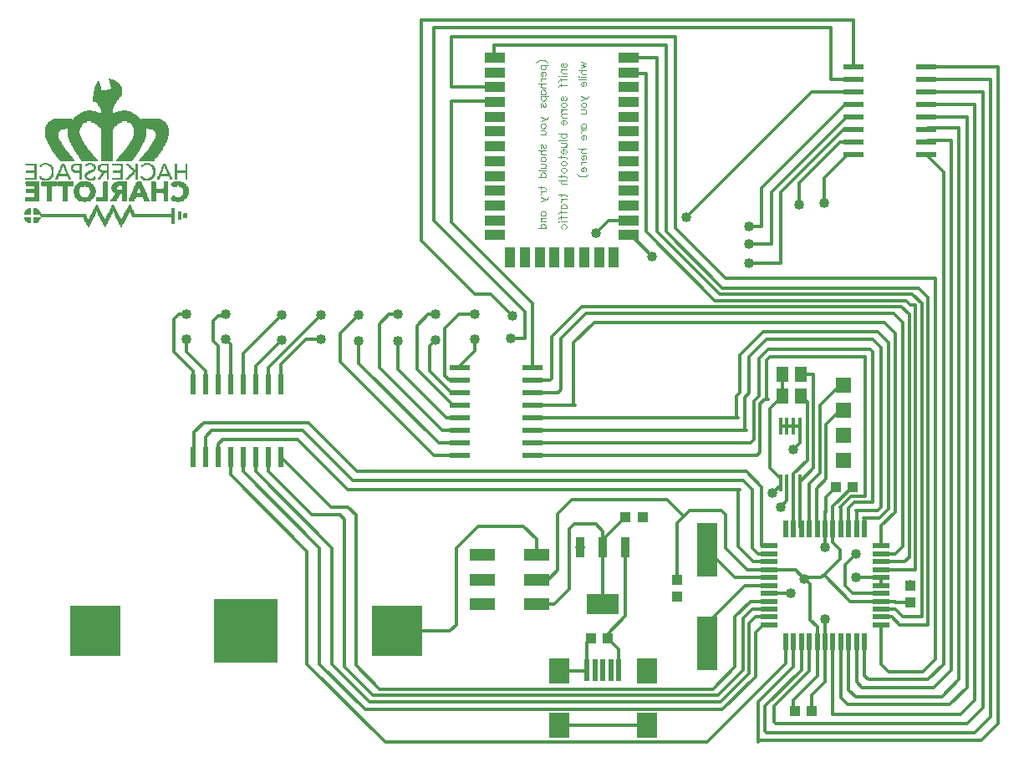
<source format=gbl>
G04 DipTrace 2.3.1.0*
%INwopr.gbl*%
%MOIN*%
%ADD12C,0.0014*%
%ADD13C,0.013*%
%ADD16R,0.2008X0.2008*%
%ADD17R,0.2559X0.2559*%
%ADD18R,0.0787X0.0394*%
%ADD19R,0.0394X0.0787*%
%ADD20R,0.0433X0.0394*%
%ADD21R,0.0394X0.0433*%
%ADD22R,0.0512X0.0591*%
%ADD25R,0.0197X0.0906*%
%ADD26R,0.0787X0.0984*%
%ADD27R,0.0787X0.0236*%
%ADD28R,0.0236X0.0787*%
%ADD31R,0.0984X0.0472*%
%ADD32R,0.0709X0.0197*%
%ADD33R,0.0197X0.0709*%
%ADD34R,0.0157X0.0709*%
%ADD35R,0.0591X0.0591*%
%ADD37R,0.0374X0.0846*%
%ADD38R,0.128X0.0846*%
%ADD39R,0.0787X0.2165*%
%ADD40C,0.04*%
%ADD89C,0.0046*%
%FSLAX44Y44*%
G04*
G70*
G90*
G75*
G01*
%LNBottom*%
%LPD*%
X23922Y3244D2*
D13*
Y4071D1*
X23490Y4504D1*
Y4701D1*
X24198Y5409D1*
Y8165D1*
X20655Y7850D2*
Y8470D1*
X20125Y9000D1*
X18312D1*
X17437Y8125D1*
Y5062D1*
X17189Y4814D1*
X15070D1*
X23292Y5882D2*
Y8165D1*
X20655Y5882D2*
X21363D1*
X21954Y6472D1*
Y8874D1*
X22151Y9071D1*
X23017D1*
X23292Y8795D1*
Y8165D1*
Y8441D1*
X24198Y9346D1*
X17587Y15312D2*
Y15399D1*
X18187Y16000D1*
Y16438D1*
X17587Y14812D2*
X17188D1*
X17000Y15000D1*
Y16875D1*
X17563Y17438D1*
X18187D1*
X17587Y14312D2*
X17250D1*
X16375Y15188D1*
Y16188D1*
X16623Y16436D1*
X17587Y13812D2*
X17313D1*
X15875Y15250D1*
Y17000D1*
X16312Y17438D1*
X16625D1*
X20500Y15312D2*
Y17879D1*
X17252Y21127D1*
Y25940D1*
X18979D1*
X19000Y25919D1*
X33274Y27313D2*
Y29191D1*
X16064D1*
Y20377D1*
X18189Y18252D1*
X18814D1*
X19690Y17377D1*
X33274Y26813D2*
X32378D1*
Y28878D1*
X16564D1*
Y21190D1*
X20190Y17564D1*
Y16502D1*
X19627D1*
X33274Y26313D2*
X31626D1*
X26627Y21314D1*
X33274Y25813D2*
X32938D1*
X29628Y22502D1*
Y20940D1*
X29128D1*
X33274Y25313D2*
X33001D1*
X30003Y22315D1*
Y20252D1*
X29128D1*
X33274Y24813D2*
X32876D1*
X30378Y22315D1*
Y19502D1*
X29128D1*
X33274Y24313D2*
X32751D1*
X31128Y22690D1*
Y21815D1*
X33274Y23813D2*
X33063D1*
X32128Y22877D1*
Y21877D1*
X10437Y14663D2*
Y15438D1*
X11437Y16438D1*
X12062D1*
X9937Y14663D2*
Y15313D1*
X12061Y17436D1*
X9437Y14663D2*
Y15375D1*
X10498Y16436D1*
X8937Y14663D2*
Y15875D1*
X10498Y17436D1*
X8437Y14663D2*
Y16250D1*
X8250Y16437D1*
X7937Y14663D2*
Y16188D1*
X7750Y16375D1*
Y17188D1*
X7937Y17375D1*
X8187D1*
X8250Y17438D1*
X7437Y14663D2*
Y15188D1*
X6687Y15938D1*
Y16438D1*
X6937Y14663D2*
Y15187D1*
X6187Y15937D1*
Y17250D1*
X6375Y17438D1*
X6687D1*
X17587Y13312D2*
X17063D1*
X15125Y15250D1*
Y16375D1*
X17587Y12812D2*
X16875D1*
X14375Y15313D1*
Y17063D1*
X14750Y17438D1*
X15125D1*
X17587Y12312D2*
X16750D1*
X13562Y15500D1*
Y16375D1*
X17587Y11812D2*
X16563D1*
X12812Y15563D1*
Y16688D1*
X13561Y17436D1*
X32781Y8874D2*
Y9724D1*
X32753Y9751D1*
X33191Y10189D1*
X33754D1*
Y15752D1*
X29941D1*
X29816Y15627D1*
Y14126D1*
X29878Y14064D1*
X29753D1*
X29566Y13876D1*
Y11939D1*
X29439Y11812D1*
X20500D1*
X33095Y8874D2*
Y9718D1*
X33316Y9939D1*
X34066D1*
Y15939D1*
X33941Y16064D1*
X29878D1*
X29503Y15689D1*
Y14189D1*
X29316Y14001D1*
Y12439D1*
X29191Y12314D1*
X20501D1*
X20500Y12312D1*
X33410Y8874D2*
Y9594D1*
X33379Y9626D1*
X34254D1*
X34379Y9751D1*
Y16127D1*
X34066Y16439D1*
X29816D1*
X29128Y15752D1*
Y14314D1*
X28941Y14126D1*
Y12876D1*
X29003Y12814D1*
X20501D1*
X20500Y12812D1*
X33725Y8874D2*
Y9279D1*
X33691Y9313D1*
X34316D1*
X34691Y9689D1*
Y16314D1*
X34254Y16752D1*
X29691D1*
X28753Y15814D1*
Y14314D1*
X28628Y14189D1*
Y13376D1*
X28691Y13314D1*
X20501D1*
X20500Y13312D1*
X34395Y8205D2*
Y9017D1*
X34941Y9564D1*
Y16689D1*
X34504Y17127D1*
X22940D1*
X22127Y16314D1*
Y13876D1*
X22190Y13814D1*
X20501D1*
X20500Y13812D1*
X34395Y7890D2*
X34955D1*
X35254Y8188D1*
Y17127D1*
X34879Y17502D1*
X22627D1*
X21627Y16502D1*
Y14439D1*
X21502Y14314D1*
X20502D1*
X20500Y14312D1*
X34395Y7575D2*
X35328D1*
X35504Y7751D1*
Y17439D1*
X35191Y17752D1*
X22440D1*
X21252Y16564D1*
Y14877D1*
X21190Y14814D1*
X20502D1*
X20500Y14812D1*
X34395Y7260D2*
X35754D1*
Y17814D1*
X35566D1*
X35379Y18002D1*
X27753D1*
X25003Y20752D1*
Y27065D1*
X24350D1*
X24315Y27100D1*
X34395Y5685D2*
X34944D1*
X35254Y5376D1*
X36004D1*
Y17877D1*
X35629Y18252D1*
X27940D1*
X25440Y20752D1*
Y27690D1*
X24315D1*
X34395Y5370D2*
X34822D1*
X35129Y5063D1*
X36254D1*
Y18127D1*
X35879Y18502D1*
X28065D1*
X25815Y20752D1*
Y28190D1*
X18939D1*
Y27630D1*
X19000Y27690D1*
X34395Y5055D2*
Y3484D1*
X34691Y3188D1*
X36066D1*
X36566Y3688D1*
Y18877D1*
X28190D1*
X26190Y20877D1*
Y28503D1*
X17252D1*
Y26503D1*
X18994D1*
X19000Y26509D1*
X33725Y4386D2*
Y3025D1*
X33875Y2875D1*
X36250D1*
X36875Y3500D1*
Y23125D1*
X36187Y23813D1*
X33410Y4386D2*
Y2777D1*
X33625Y2563D1*
X36500D1*
X37187Y3250D1*
Y24375D1*
X36250D1*
X36187Y24313D1*
X33095Y4386D2*
Y2467D1*
X33375Y2187D1*
X36812D1*
X37500Y2875D1*
Y24875D1*
X36250D1*
X36187Y24813D1*
X32781Y4386D2*
Y2157D1*
X33063Y1875D1*
X37125D1*
X37812Y2562D1*
Y25313D1*
X36187D1*
X32466Y4386D2*
Y1500D1*
X37562D1*
X38125Y2063D1*
Y25813D1*
X36187D1*
X31521Y4386D2*
Y3208D1*
X30125Y1813D1*
Y1187D1*
X30187Y1125D1*
X37812D1*
X38437Y1750D1*
Y26313D1*
X36187D1*
X31206Y4386D2*
Y3268D1*
X29750Y1813D1*
Y812D1*
X29812Y750D1*
X38125D1*
X38750Y1375D1*
Y26813D1*
X36187D1*
X30891Y4386D2*
Y3391D1*
X29500Y2000D1*
Y375D1*
X29563Y438D1*
X38375D1*
X39062Y1125D1*
Y27313D1*
X36187D1*
X30576Y4386D2*
Y3513D1*
X27437Y375D1*
X14625D1*
X11500Y3500D1*
Y8000D1*
X8437Y11063D1*
Y11750D1*
X29906Y5055D2*
X29680D1*
X29375Y4750D1*
Y3000D1*
X28062Y1687D1*
X13813D1*
X12000Y3500D1*
Y8125D1*
X8937Y11187D1*
Y11750D1*
X9437D2*
Y11188D1*
X12500Y8125D1*
Y3500D1*
X14000Y2000D1*
X28000D1*
X29125Y3125D1*
Y5125D1*
X29375Y5375D1*
X29902D1*
X29906Y5370D1*
Y5685D2*
X29248D1*
X28875Y5312D1*
Y3250D1*
X27875Y2250D1*
X14125D1*
X13000Y3375D1*
Y9250D1*
X12812Y9438D1*
X11687D1*
X9937Y11188D1*
Y11750D1*
X29906Y6000D2*
X29187D1*
X28562Y5375D1*
Y3375D1*
X27688Y2500D1*
X14375D1*
X13437Y3437D1*
Y9438D1*
X13125Y9750D1*
X12437D1*
X10437Y11750D1*
X29906Y7575D2*
X29300D1*
X28687Y8188D1*
Y10375D1*
X28750Y10438D1*
X13125D1*
X11125Y12438D1*
X8125D1*
X7937Y12250D1*
Y11750D1*
X29906Y7890D2*
X29485D1*
X29250Y8125D1*
Y10438D1*
X28875Y10813D1*
X13312D1*
X11312Y12813D1*
X7688D1*
X7437Y12562D1*
Y11750D1*
X29906Y8205D2*
X29628D1*
Y10564D1*
X29004Y11188D1*
X13500D1*
X11562Y13125D1*
X7375D1*
X7000Y12750D1*
Y11813D1*
X6937Y11750D1*
X34395Y6315D2*
X33252D1*
X32941Y6626D1*
Y7438D1*
X33379Y7876D1*
X32878Y12626D2*
D3*
Y14626D2*
X32753D1*
X31941Y13814D1*
Y11126D1*
X31503Y10689D1*
Y8891D1*
X31521Y8874D1*
X30887Y10717D2*
Y8878D1*
X30891Y8874D1*
X30887Y10717D2*
Y11074D1*
X31437Y11625D1*
Y13938D1*
X31187Y14188D1*
X31143Y10717D2*
Y8937D1*
X31206Y8874D1*
X31143Y10717D2*
Y10768D1*
X31687Y11313D1*
Y15062D1*
X31188D1*
X32878Y13626D2*
X32753D1*
X32191Y13064D1*
Y10876D1*
X31816Y10501D1*
Y8894D1*
X31836Y8874D1*
X26245Y6866D2*
Y9110D1*
X26519Y9384D1*
X26757Y9622D1*
X28017D1*
X28174Y9465D1*
Y8126D1*
X29040Y7260D1*
X29906D1*
X35562Y5938D2*
X34946D1*
Y6000D1*
X34395D1*
X32466Y8874D2*
Y9776D1*
X33253Y10564D1*
X31836Y4386D2*
Y3023D1*
X30875Y2063D1*
Y1687D1*
X30937Y1625D1*
X20655Y6866D2*
X21116D1*
X21500Y7250D1*
Y9500D1*
X22062Y10062D1*
X25841D1*
X26519Y9384D1*
X31836Y4386D2*
Y4977D1*
X31562Y5250D1*
Y6673D1*
X31316Y6920D1*
X30985Y7250D1*
X29916D1*
X29906Y7260D1*
X32466Y8874D2*
Y8347D1*
X32750Y8063D1*
Y7687D1*
X32110Y7048D1*
X32000Y6938D1*
X31266D1*
X30985Y7250D1*
X34395Y6000D2*
X33158D1*
X32110Y7048D1*
X30375Y10717D2*
Y10879D1*
X29941Y11314D1*
Y13689D1*
X30439Y14188D1*
Y15062D1*
X24315Y21194D2*
X23507D1*
X23002Y20690D1*
X30441Y15127D2*
Y15064D1*
X30375Y10717D2*
Y10623D1*
X30066Y10314D1*
X31316Y6876D2*
Y6920D1*
X21540Y1039D2*
X25044D1*
X21540Y3205D2*
X22623D1*
X22662Y3244D1*
Y4346D1*
X22820Y4504D1*
X22387Y8165D2*
D3*
X24867Y9346D2*
D3*
X29906Y6315D2*
X30773D1*
X32151Y4386D2*
Y5291D1*
X34395Y6630D2*
Y6938D1*
X33379D1*
X32151Y8874D2*
Y8166D1*
X26245Y6197D2*
X26257D1*
X21521Y1059D2*
X21540Y1039D1*
X9066Y4814D2*
Y4813D1*
X32151Y8874D2*
Y9599D1*
X32187Y9562D1*
Y10167D1*
X32584Y10564D1*
X30631Y10717D2*
Y10006D1*
X30375Y9750D1*
Y13000D2*
X30631D1*
X30887D1*
X31143D1*
Y12330D1*
X30875Y12063D1*
X35562Y6607D2*
Y6669D1*
X32151Y4386D2*
Y2776D1*
X31625Y2250D1*
Y1643D1*
X31607Y1625D1*
X25044Y3205D2*
Y3169D1*
X21540Y3205D2*
D3*
X32878Y11626D2*
D3*
X24315Y20604D2*
X24401D1*
X25253Y19752D1*
X27437Y4313D2*
Y5106D1*
X28962Y6630D1*
X29906D1*
X27437Y8053D2*
X28545Y6945D1*
X29906D1*
D40*
X18187Y16438D3*
Y17438D3*
X16623Y16436D3*
X16625Y17438D3*
X19690Y17377D3*
X19627Y16502D3*
X26627Y21314D3*
X29128Y20940D3*
Y20252D3*
Y19502D3*
X31128Y21815D3*
X32128Y21877D3*
X12062Y16438D3*
X12061Y17436D3*
X10498Y16436D3*
Y17436D3*
X8250Y16437D3*
Y17438D3*
X6687Y16438D3*
Y17438D3*
X15125Y16375D3*
Y17438D3*
X13562Y16375D3*
X13561Y17436D3*
X33379Y7876D3*
X32878Y12626D3*
D3*
X23002Y20690D3*
X30441Y15127D3*
X30066Y10314D3*
X31316Y6876D3*
X22387Y8165D3*
X24867Y9346D3*
X22387Y8165D3*
X30773Y6315D3*
X24867Y9346D3*
X32151Y5291D3*
X30773Y6315D3*
X33379Y6938D3*
X32151Y8166D3*
X33379Y6938D3*
X26257Y6197D3*
X9066Y4813D3*
X30375Y9750D3*
X30875Y12063D3*
X30375Y9750D3*
X35562Y6669D3*
X25044Y3169D3*
X21540Y3205D3*
Y1039D3*
Y3205D3*
X32878Y11626D3*
X25253Y19752D3*
D16*
X3063Y4814D3*
D17*
X9066D3*
D16*
X15070D3*
D18*
X24315Y27690D3*
Y27100D3*
Y26509D3*
Y25919D3*
Y25328D3*
Y24738D3*
Y24147D3*
Y23557D3*
Y22966D3*
Y22375D3*
Y21785D3*
Y21194D3*
Y20604D3*
D19*
X23725Y19718D3*
X23134D3*
X22543D3*
X21953D3*
X21362D3*
X20772D3*
X20181D3*
X19591D3*
D18*
X19000Y20604D3*
Y21194D3*
Y21785D3*
Y22375D3*
Y22966D3*
Y23557D3*
Y24147D3*
Y24738D3*
Y25328D3*
Y25919D3*
Y26509D3*
Y27100D3*
Y27690D3*
D20*
X33253Y10564D3*
X32584D3*
D21*
X35562Y5938D3*
Y6607D3*
D20*
X30937Y1625D3*
X31607D3*
D21*
X26245Y6866D3*
Y6197D3*
D20*
X24198Y9346D3*
X24867D3*
X23490Y4504D3*
X22820D3*
D25*
X23922Y3244D3*
X23607D3*
X23292D3*
X22977D3*
X22662D3*
D26*
X25044Y3205D3*
X21540D3*
X25044Y1039D3*
X21540D3*
D22*
X31187Y14188D3*
X30439D3*
X31188Y15062D3*
X30439D3*
D27*
X20500Y15312D3*
Y14812D3*
Y14312D3*
Y13812D3*
Y13312D3*
Y12812D3*
Y12312D3*
Y11812D3*
X17587D3*
Y12312D3*
Y12812D3*
Y13312D3*
Y13812D3*
Y14312D3*
Y14812D3*
Y15312D3*
X36187Y27313D3*
Y26813D3*
Y26313D3*
Y25813D3*
Y25313D3*
Y24813D3*
Y24313D3*
Y23813D3*
X33274D3*
Y24313D3*
Y24813D3*
Y25313D3*
Y25813D3*
Y26313D3*
Y26813D3*
Y27313D3*
D28*
X10437Y11750D3*
X9937D3*
X9437D3*
X8937D3*
X8437D3*
X7937D3*
X7437D3*
X6937D3*
Y14663D3*
X7437D3*
X7937D3*
X8437D3*
X8937D3*
X9437D3*
X9937D3*
X10437D3*
D31*
X20655Y7850D3*
Y6866D3*
Y5882D3*
X18489D3*
Y6866D3*
Y7850D3*
D32*
X34395Y8205D3*
Y7890D3*
Y7575D3*
Y7260D3*
Y6945D3*
Y6630D3*
Y6315D3*
Y6000D3*
Y5685D3*
Y5370D3*
Y5055D3*
D33*
X33725Y4386D3*
X33410D3*
X33095D3*
X32781D3*
X32466D3*
X32151D3*
X31836D3*
X31521D3*
X31206D3*
X30891D3*
X30576D3*
D32*
X29906Y5055D3*
Y5370D3*
Y5685D3*
Y6000D3*
Y6315D3*
Y6630D3*
Y6945D3*
Y7260D3*
Y7575D3*
Y7890D3*
Y8205D3*
D33*
X30576Y8874D3*
X30891D3*
X31206D3*
X31521D3*
X31836D3*
X32151D3*
X32466D3*
X32781D3*
X33095D3*
X33410D3*
X33725D3*
D34*
X30375Y13000D3*
X30631D3*
X30887D3*
X31143D3*
Y10717D3*
X30887D3*
X30631D3*
X30375D3*
D35*
X32878Y11626D3*
Y12626D3*
Y13626D3*
Y14626D3*
D37*
X22387Y8165D3*
X23292D3*
X24198D3*
D38*
X23292Y5882D3*
D39*
X27437Y4313D3*
Y8053D3*
X3575Y26864D2*
D12*
X3617D1*
X3575Y26849D2*
X3617D1*
X3603Y26835D2*
X3702D1*
X3603Y26821D2*
X3702D1*
X3603Y26807D2*
X3759D1*
X3603Y26793D2*
X3759D1*
X3603Y26779D2*
X3816D1*
X3603Y26764D2*
X3816D1*
X3164Y26750D2*
X3178D1*
X3603D2*
X3844D1*
X3153Y26736D2*
X3178D1*
X3604D2*
X3844D1*
X3141Y26722D2*
X3178D1*
X3607D2*
X3901D1*
X3129Y26708D2*
X3178D1*
X3614D2*
X3901D1*
X3119Y26694D2*
X3178D1*
X3622D2*
X3929D1*
X3113Y26679D2*
X3178D1*
X3628D2*
X3940D1*
X3109Y26665D2*
X3206D1*
X3634D2*
X3953D1*
X3108Y26651D2*
X3207D1*
X3642D2*
X3969D1*
X3079Y26637D2*
X3208D1*
X3650D2*
X3986D1*
X3074Y26623D2*
X3210D1*
X3655D2*
X4001D1*
X3067Y26609D2*
X3218D1*
X3658D2*
X4008D1*
X3060Y26594D2*
X3225D1*
X3659D2*
X4012D1*
X3055Y26580D2*
X3230D1*
X3660D2*
X4013D1*
X3053Y26566D2*
X3233D1*
X3688D2*
X4043D1*
X3051Y26552D2*
X3235D1*
X3688D2*
X4052D1*
X3051Y26538D2*
X3239D1*
X3688D2*
X4061D1*
X3051Y26523D2*
X3246D1*
X3688D2*
X4066D1*
X3022Y26509D2*
X3254D1*
X3688D2*
X4069D1*
X3022Y26495D2*
X3258D1*
X3688D2*
X4071D1*
X3022Y26481D2*
X3261D1*
X3688D2*
X4075D1*
X3022Y26467D2*
X3262D1*
X3688D2*
X4082D1*
X3022Y26453D2*
X3263D1*
X3660D2*
X4090D1*
X3022Y26438D2*
X3263D1*
X3660D2*
X4095D1*
X3022Y26424D2*
X3263D1*
X3518D2*
X4097D1*
X3021Y26410D2*
X3263D1*
X3518D2*
X4099D1*
X3019Y26396D2*
X3291D1*
X3419D2*
X4099D1*
X3011Y26382D2*
X3291D1*
X3419D2*
X4099D1*
X3003Y26368D2*
X4099D1*
X2998Y26353D2*
X4099D1*
X2996Y26339D2*
X4099D1*
X2995Y26325D2*
X4098D1*
X2994Y26311D2*
X4096D1*
X2994Y26297D2*
X4088D1*
X2994Y26283D2*
X4081D1*
X2994Y26268D2*
X4076D1*
X2994Y26254D2*
X4073D1*
X2993Y26240D2*
X4071D1*
X2990Y26226D2*
X4067D1*
X2983Y26212D2*
X4060D1*
X2975Y26198D2*
X4052D1*
X2970Y26183D2*
X4047D1*
X2967Y26169D2*
X4044D1*
X2966Y26155D2*
X4014D1*
X2966Y26141D2*
X4005D1*
X2966Y26127D2*
X3996D1*
X2966Y26112D2*
X3991D1*
X2937Y26098D2*
X3988D1*
X2937Y26084D2*
X3987D1*
X2937Y26070D2*
X3958D1*
X2937Y26056D2*
X3948D1*
X2937Y26042D2*
X3939D1*
X2937Y26027D2*
X3934D1*
X2937Y26013D2*
X3901D1*
X2937Y25999D2*
X3891D1*
X2937Y25985D2*
X3883D1*
X2937Y25971D2*
X3876D1*
X3079Y25957D2*
X3870D1*
X3079Y25942D2*
X3862D1*
X3107Y25928D2*
X3854D1*
X3108Y25914D2*
X3848D1*
X3111Y25900D2*
X3816D1*
X3119Y25886D2*
X3815D1*
X3131Y25872D2*
X3812D1*
X3142Y25857D2*
X3805D1*
X3152Y25843D2*
X3797D1*
X3158Y25829D2*
X3792D1*
X3162Y25815D2*
X3790D1*
X3163Y25801D2*
X3788D1*
X3192Y25786D2*
X3759D1*
X3202Y25772D2*
X3759D1*
X3210Y25758D2*
X3758D1*
X3216Y25744D2*
X3756D1*
X3219Y25730D2*
X3748D1*
X3249Y25716D2*
X3740D1*
X3249Y25701D2*
X3735D1*
X3249Y25687D2*
X3733D1*
X3250Y25673D2*
X3732D1*
X3252Y25659D2*
X3731D1*
X3260Y25645D2*
X3731D1*
X3268Y25631D2*
X3731D1*
X3273Y25616D2*
X3730D1*
X3275Y25602D2*
X3727D1*
X3276Y25588D2*
X3720D1*
X2710Y25574D2*
X2895D1*
X3277D2*
X3712D1*
X4114D2*
X4298D1*
X2710Y25560D2*
X2895D1*
X3277D2*
X3707D1*
X4114D2*
X4298D1*
X2597Y25546D2*
X3036D1*
X3277D2*
X3704D1*
X3943D2*
X4411D1*
X2597Y25531D2*
X3036D1*
X3277D2*
X3703D1*
X3943D2*
X4411D1*
X2512Y25517D2*
X3121D1*
X3277D2*
X3703D1*
X3858D2*
X4468D1*
X2512Y25503D2*
X3121D1*
X3277D2*
X3703D1*
X3858D2*
X4468D1*
X2455Y25489D2*
X3206D1*
X3306D2*
X3703D1*
X3802D2*
X4525D1*
X2455Y25475D2*
X3206D1*
X3306D2*
X3702D1*
X3802D2*
X4525D1*
X2427Y25460D2*
X4581D1*
X2427Y25446D2*
X4591D1*
X2370Y25432D2*
X4599D1*
X2370Y25418D2*
X4605D1*
X2342Y25404D2*
X4666D1*
X2332Y25390D2*
X4676D1*
X2324Y25375D2*
X4684D1*
X2318Y25361D2*
X4690D1*
X2257Y25347D2*
X4723D1*
X2257Y25333D2*
X4733D1*
X2228Y25319D2*
X4741D1*
X2219Y25305D2*
X4747D1*
X2209Y25290D2*
X4780D1*
X2200Y25276D2*
X4794D1*
X1491Y25262D2*
X1959D1*
X2188D2*
X4810D1*
X5049D2*
X5517D1*
X1378Y25248D2*
X2044D1*
X2171D2*
X4828D1*
X4879D2*
X5602D1*
X1378Y25234D2*
X2105D1*
X2146D2*
X4846D1*
X4866D2*
X5602D1*
X1321Y25220D2*
X5673D1*
X1321Y25205D2*
X5673D1*
X1279Y25191D2*
X5729D1*
X1279Y25177D2*
X5729D1*
X1222Y25163D2*
X2668D1*
X2880D2*
X4099D1*
X4312D2*
X5758D1*
X1212Y25149D2*
X2668D1*
X2880D2*
X4099D1*
X4312D2*
X5767D1*
X1204Y25135D2*
X2611D1*
X2965D2*
X4014D1*
X4397D2*
X5776D1*
X1198Y25120D2*
X2611D1*
X2965D2*
X4005D1*
X4397D2*
X5782D1*
X1165Y25106D2*
X2554D1*
X3022D2*
X3996D1*
X4454D2*
X5814D1*
X1156Y25092D2*
X2554D1*
X3022D2*
X3990D1*
X4454D2*
X5825D1*
X1147Y25078D2*
X2526D1*
X3051D2*
X3929D1*
X4482D2*
X5837D1*
X1142Y25064D2*
X2515D1*
X3051D2*
X3929D1*
X4492D2*
X5849D1*
X1139Y25049D2*
X2503D1*
X3107D2*
X3901D1*
X4500D2*
X5859D1*
X1138Y25035D2*
X2491D1*
X3118D2*
X3891D1*
X4506D2*
X5866D1*
X1109Y25021D2*
X2481D1*
X3130D2*
X3883D1*
X4508D2*
X5899D1*
X1099Y25007D2*
X2475D1*
X3142D2*
X3877D1*
X4510D2*
X5900D1*
X1091Y24993D2*
X2472D1*
X3152D2*
X3816D1*
X4539D2*
X5903D1*
X1085Y24979D2*
X2470D1*
X3159D2*
X3806D1*
X4548D2*
X5911D1*
X1083Y24964D2*
X2441D1*
X3192D2*
X3798D1*
X4557D2*
X5918D1*
X1081Y24950D2*
X2440D1*
X3202D2*
X3792D1*
X4562D2*
X5923D1*
X1081Y24936D2*
X2438D1*
X3210D2*
X3790D1*
X4565D2*
X5926D1*
X1081Y24922D2*
X2430D1*
X3216D2*
X3788D1*
X4567D2*
X5927D1*
X1052Y24908D2*
X2422D1*
X3249D2*
X3759D1*
X4571D2*
X5927D1*
X1052Y24894D2*
X2417D1*
X3259D2*
X3749D1*
X4578D2*
X5928D1*
X1052Y24879D2*
X1817D1*
X1973D2*
X2415D1*
X3267D2*
X3741D1*
X4586D2*
X5035D1*
X5191D2*
X5956D1*
X1052Y24865D2*
X1817D1*
X1973D2*
X2414D1*
X3272D2*
X3736D1*
X4591D2*
X5035D1*
X5191D2*
X5956D1*
X1052Y24851D2*
X1676D1*
X1945D2*
X2413D1*
X3275D2*
X3733D1*
X4593D2*
X5035D1*
X5260D2*
X5956D1*
X1052Y24837D2*
X1662D1*
X1945D2*
X2413D1*
X3276D2*
X3732D1*
X4595D2*
X5035D1*
X5309D2*
X5956D1*
X1052Y24823D2*
X1646D1*
X1945D2*
X2384D1*
X3277D2*
X3731D1*
X4595D2*
X5035D1*
X5345D2*
X5956D1*
X1052Y24809D2*
X1633D1*
X1945D2*
X2384D1*
X3277D2*
X3731D1*
X4595D2*
X5063D1*
X5371D2*
X5956D1*
X1052Y24794D2*
X1625D1*
X1945D2*
X2384D1*
X3277D2*
X3731D1*
X4595D2*
X5063D1*
X5381D2*
X5956D1*
X1052Y24780D2*
X1591D1*
X1945D2*
X2384D1*
X3277D2*
X3731D1*
X4595D2*
X5063D1*
X5417D2*
X5956D1*
X1052Y24766D2*
X1581D1*
X1945D2*
X2384D1*
X3277D2*
X3731D1*
X4595D2*
X5063D1*
X5419D2*
X5956D1*
X1052Y24752D2*
X1572D1*
X1945D2*
X2384D1*
X3277D2*
X3731D1*
X4595D2*
X5063D1*
X5421D2*
X5956D1*
X1052Y24738D2*
X1566D1*
X1945D2*
X2384D1*
X3277D2*
X3731D1*
X4595D2*
X5063D1*
X5429D2*
X5956D1*
X1052Y24723D2*
X1560D1*
X1945D2*
X2384D1*
X3277D2*
X3731D1*
X4595D2*
X5063D1*
X5436D2*
X5956D1*
X1052Y24709D2*
X1552D1*
X1945D2*
X2384D1*
X3277D2*
X3731D1*
X4595D2*
X5063D1*
X5441D2*
X5956D1*
X1052Y24695D2*
X1544D1*
X1945D2*
X2384D1*
X3277D2*
X3731D1*
X4595D2*
X5063D1*
X5444D2*
X5956D1*
X1052Y24681D2*
X1539D1*
X1945D2*
X2384D1*
X3277D2*
X3731D1*
X4595D2*
X5063D1*
X5446D2*
X5956D1*
X1052Y24667D2*
X1536D1*
X1945D2*
X2413D1*
X3277D2*
X3731D1*
X4595D2*
X5063D1*
X5450D2*
X5956D1*
X1052Y24653D2*
X1535D1*
X1945D2*
X2413D1*
X3277D2*
X3731D1*
X4594D2*
X5063D1*
X5457D2*
X5956D1*
X1052Y24638D2*
X1534D1*
X1945D2*
X2413D1*
X3277D2*
X3731D1*
X4592D2*
X5063D1*
X5464D2*
X5956D1*
X1052Y24624D2*
X1534D1*
X1945D2*
X2414D1*
X3277D2*
X3731D1*
X4584D2*
X5063D1*
X5470D2*
X5956D1*
X1052Y24610D2*
X1534D1*
X1945D2*
X2416D1*
X3277D2*
X3731D1*
X4577D2*
X5035D1*
X5469D2*
X5956D1*
X1052Y24596D2*
X1535D1*
X1945D2*
X2424D1*
X3277D2*
X3731D1*
X4572D2*
X5035D1*
X5462D2*
X5956D1*
X1052Y24582D2*
X1537D1*
X1945D2*
X2431D1*
X3277D2*
X3731D1*
X4569D2*
X5035D1*
X5455D2*
X5928D1*
X1052Y24568D2*
X1545D1*
X1945D2*
X2436D1*
X3277D2*
X3731D1*
X4567D2*
X5034D1*
X5450D2*
X5928D1*
X1052Y24553D2*
X1553D1*
X1973D2*
X2439D1*
X3277D2*
X3731D1*
X4563D2*
X5031D1*
X5448D2*
X5928D1*
X1052Y24539D2*
X1558D1*
X1973D2*
X2440D1*
X3277D2*
X3731D1*
X4556D2*
X5024D1*
X5447D2*
X5927D1*
X1080Y24525D2*
X1560D1*
X1973D2*
X2441D1*
X3277D2*
X3731D1*
X4548D2*
X5016D1*
X5446D2*
X5924D1*
X1080Y24511D2*
X1562D1*
X1974D2*
X2441D1*
X3277D2*
X3731D1*
X4543D2*
X5011D1*
X5445D2*
X5916D1*
X1081Y24497D2*
X1562D1*
X1977D2*
X2469D1*
X3277D2*
X3731D1*
X4541D2*
X5008D1*
X5441D2*
X5909D1*
X1082Y24483D2*
X1563D1*
X1985D2*
X2469D1*
X3277D2*
X3731D1*
X4539D2*
X5006D1*
X5434D2*
X5904D1*
X1084Y24468D2*
X1567D1*
X1992D2*
X2470D1*
X3277D2*
X3731D1*
X4539D2*
X5002D1*
X5427D2*
X5901D1*
X1092Y24454D2*
X1574D1*
X1997D2*
X2471D1*
X3277D2*
X3731D1*
X4539D2*
X4995D1*
X5422D2*
X5900D1*
X1099Y24440D2*
X1581D1*
X2000D2*
X2473D1*
X3277D2*
X3731D1*
X4510D2*
X4988D1*
X5419D2*
X5900D1*
X1104Y24426D2*
X1586D1*
X2001D2*
X2482D1*
X3277D2*
X3731D1*
X4509D2*
X4983D1*
X5418D2*
X5899D1*
X1107Y24412D2*
X1589D1*
X2030D2*
X2493D1*
X3277D2*
X3731D1*
X4507D2*
X4980D1*
X5389D2*
X5871D1*
X1108Y24398D2*
X1590D1*
X2030D2*
X2505D1*
X3277D2*
X3731D1*
X4499D2*
X4979D1*
X5388D2*
X5871D1*
X1137Y24383D2*
X1619D1*
X2031D2*
X2515D1*
X3277D2*
X3731D1*
X4492D2*
X4978D1*
X5386D2*
X5870D1*
X1142Y24369D2*
X1623D1*
X2033D2*
X2521D1*
X3277D2*
X3731D1*
X4486D2*
X4978D1*
X5378D2*
X5868D1*
X1149Y24355D2*
X1630D1*
X2041D2*
X2524D1*
X3277D2*
X3731D1*
X4454D2*
X4950D1*
X5370D2*
X5860D1*
X1156Y24341D2*
X1638D1*
X2049D2*
X2554D1*
X3277D2*
X3731D1*
X4449D2*
X4945D1*
X5365D2*
X5852D1*
X1161Y24327D2*
X1643D1*
X2055D2*
X2556D1*
X3277D2*
X3731D1*
X4442D2*
X4938D1*
X5363D2*
X5846D1*
X1163Y24312D2*
X1676D1*
X2061D2*
X2558D1*
X3277D2*
X3731D1*
X4435D2*
X4931D1*
X5332D2*
X5840D1*
X1165Y24298D2*
X1677D1*
X2069D2*
X2566D1*
X3277D2*
X3731D1*
X4430D2*
X4926D1*
X5323D2*
X5832D1*
X1194Y24284D2*
X1679D1*
X2077D2*
X2573D1*
X3277D2*
X3731D1*
X4427D2*
X4923D1*
X5314D2*
X5824D1*
X1195Y24270D2*
X1687D1*
X2082D2*
X2578D1*
X3277D2*
X3731D1*
X4426D2*
X4922D1*
X5308D2*
X5819D1*
X1197Y24256D2*
X1694D1*
X2085D2*
X2581D1*
X3277D2*
X3731D1*
X4397D2*
X4893D1*
X5301D2*
X5816D1*
X1205Y24242D2*
X1699D1*
X2086D2*
X2582D1*
X3277D2*
X3731D1*
X4387D2*
X4892D1*
X5293D2*
X5815D1*
X1213Y24227D2*
X1702D1*
X2115D2*
X2611D1*
X3277D2*
X3731D1*
X4379D2*
X4890D1*
X5286D2*
X5786D1*
X1219Y24213D2*
X1703D1*
X2116D2*
X2621D1*
X3277D2*
X3731D1*
X4372D2*
X4882D1*
X5280D2*
X5776D1*
X1225Y24199D2*
X1732D1*
X2119D2*
X2629D1*
X3277D2*
X3731D1*
X4366D2*
X4874D1*
X5278D2*
X5768D1*
X1233Y24185D2*
X1742D1*
X2126D2*
X2635D1*
X3277D2*
X3731D1*
X4358D2*
X4869D1*
X5276D2*
X5762D1*
X1241Y24171D2*
X1751D1*
X2134D2*
X2637D1*
X3277D2*
X3731D1*
X4350D2*
X4867D1*
X5247D2*
X5760D1*
X1246Y24157D2*
X1757D1*
X2139D2*
X2639D1*
X3277D2*
X3731D1*
X4344D2*
X4865D1*
X5238D2*
X5758D1*
X1248Y24142D2*
X1763D1*
X2141D2*
X2668D1*
X3277D2*
X3731D1*
X4312D2*
X4836D1*
X5229D2*
X5729D1*
X1250Y24128D2*
X1771D1*
X2143D2*
X2679D1*
X3277D2*
X3731D1*
X4311D2*
X4835D1*
X5224D2*
X5728D1*
X1279Y24114D2*
X1779D1*
X2172D2*
X2691D1*
X3277D2*
X3731D1*
X4308D2*
X4833D1*
X5221D2*
X5726D1*
X1279Y24100D2*
X1785D1*
X2173D2*
X2703D1*
X3277D2*
X3731D1*
X4301D2*
X4825D1*
X5220D2*
X5718D1*
X1281Y24086D2*
X1817D1*
X2175D2*
X2713D1*
X3277D2*
X3731D1*
X4293D2*
X4818D1*
X5191D2*
X5711D1*
X1286Y24072D2*
X1819D1*
X2184D2*
X2719D1*
X3277D2*
X3731D1*
X4288D2*
X4812D1*
X5181D2*
X5706D1*
X1293Y24057D2*
X1821D1*
X2195D2*
X2722D1*
X3277D2*
X3731D1*
X4255D2*
X4805D1*
X5173D2*
X5703D1*
X1302Y24043D2*
X1829D1*
X2207D2*
X2724D1*
X3277D2*
X3731D1*
X4254D2*
X4797D1*
X5167D2*
X5702D1*
X1311Y24029D2*
X1836D1*
X2217D2*
X2753D1*
X3277D2*
X3731D1*
X4252D2*
X4789D1*
X5164D2*
X5673D1*
X1317Y24015D2*
X1842D1*
X2223D2*
X2763D1*
X3277D2*
X3731D1*
X4244D2*
X4784D1*
X5163D2*
X5668D1*
X1324Y24001D2*
X1874D1*
X2226D2*
X2771D1*
X3277D2*
X3731D1*
X4236D2*
X4751D1*
X5134D2*
X5663D1*
X1332Y23986D2*
X1884D1*
X2228D2*
X2777D1*
X3277D2*
X3731D1*
X4231D2*
X4750D1*
X5123D2*
X5661D1*
X1340Y23972D2*
X1892D1*
X2257D2*
X2810D1*
X3277D2*
X3731D1*
X4199D2*
X4748D1*
X5111D2*
X5659D1*
X1345Y23958D2*
X1899D1*
X2258D2*
X2811D1*
X3277D2*
X3731D1*
X4188D2*
X4740D1*
X5099D2*
X5659D1*
X1378Y23944D2*
X1906D1*
X2261D2*
X2813D1*
X3277D2*
X3731D1*
X4176D2*
X4733D1*
X5089D2*
X5630D1*
X1382Y23930D2*
X1918D1*
X2273D2*
X2825D1*
X3277D2*
X3731D1*
X4164D2*
X4728D1*
X5082D2*
X5620D1*
X1389Y23916D2*
X1934D1*
X2287D2*
X2841D1*
X3277D2*
X3731D1*
X4153D2*
X4725D1*
X5049D2*
X5612D1*
X1397Y23901D2*
X1950D1*
X2299D2*
X2857D1*
X3277D2*
X3731D1*
X4147D2*
X4695D1*
X5045D2*
X5607D1*
X1402Y23887D2*
X1964D1*
X2308D2*
X2872D1*
X3277D2*
X3731D1*
X4144D2*
X4685D1*
X5038D2*
X5604D1*
X1435Y23873D2*
X1975D1*
X2315D2*
X2887D1*
X3277D2*
X3731D1*
X4114D2*
X4676D1*
X5030D2*
X5573D1*
X1444Y23859D2*
X1982D1*
X2324D2*
X2900D1*
X3277D2*
X3731D1*
X4104D2*
X4670D1*
X5025D2*
X5563D1*
X1453Y23845D2*
X1985D1*
X2332D2*
X2911D1*
X3277D2*
X3731D1*
X4095D2*
X4664D1*
X4992D2*
X5551D1*
X1459Y23831D2*
X1987D1*
X2338D2*
X2917D1*
X3277D2*
X3731D1*
X4089D2*
X4656D1*
X4983D2*
X5538D1*
X1466Y23816D2*
X2016D1*
X2370D2*
X2921D1*
X3277D2*
X3731D1*
X4057D2*
X4648D1*
X4974D2*
X5528D1*
X1474Y23802D2*
X2026D1*
X2371D2*
X2922D1*
X3277D2*
X3731D1*
X4047D2*
X4642D1*
X4969D2*
X5522D1*
X1482Y23788D2*
X2034D1*
X2374D2*
X2951D1*
X3277D2*
X3731D1*
X4039D2*
X4610D1*
X4966D2*
X5519D1*
X1487Y23774D2*
X2040D1*
X2382D2*
X2961D1*
X3277D2*
X3731D1*
X4033D2*
X4608D1*
X4965D2*
X5517D1*
X1520Y23760D2*
X2073D1*
X2394D2*
X2970D1*
X3277D2*
X3731D1*
X4000D2*
X4606D1*
X4936D2*
X5488D1*
X1529Y23746D2*
X2082D1*
X2405D2*
X2975D1*
X3277D2*
X3731D1*
X3999D2*
X4598D1*
X4925D2*
X5479D1*
X1538Y23731D2*
X2091D1*
X2415D2*
X3008D1*
X3277D2*
X3731D1*
X3997D2*
X4591D1*
X4913D2*
X5470D1*
X1543Y23717D2*
X2097D1*
X2421D2*
X3019D1*
X3277D2*
X3731D1*
X3988D2*
X4585D1*
X4901D2*
X5464D1*
X1546Y23703D2*
X2129D1*
X2425D2*
X3031D1*
X3277D2*
X3731D1*
X3977D2*
X4553D1*
X4890D2*
X5432D1*
X1547Y23689D2*
X2130D1*
X2426D2*
X3043D1*
X3277D2*
X3731D1*
X3965D2*
X4552D1*
X4884D2*
X5421D1*
X1576Y23675D2*
X2133D1*
X2455D2*
X3053D1*
X3277D2*
X3731D1*
X3955D2*
X4549D1*
X4851D2*
X5409D1*
X1586Y23660D2*
X2142D1*
X2465D2*
X3060D1*
X3277D2*
X3731D1*
X3948D2*
X4542D1*
X4841D2*
X5397D1*
X1595Y23646D2*
X2153D1*
X2473D2*
X3093D1*
X3277D2*
X3731D1*
X3915D2*
X4534D1*
X4832D2*
X5387D1*
X1601Y23632D2*
X2164D1*
X2479D2*
X3103D1*
X3277D2*
X3731D1*
X3905D2*
X4529D1*
X4827D2*
X5380D1*
X1633Y23618D2*
X2174D1*
X2482D2*
X3111D1*
X3277D2*
X3731D1*
X3897D2*
X4496D1*
X4824D2*
X5377D1*
X1643Y23604D2*
X2181D1*
X2483D2*
X3117D1*
X3277D2*
X3731D1*
X3892D2*
X4496D1*
X4823D2*
X5376D1*
X1653Y23590D2*
X2184D1*
X2512D2*
X3119D1*
X3277D2*
X3731D1*
X3889D2*
X4496D1*
X4794D2*
X5347D1*
X1662Y23575D2*
X2186D1*
X2512D2*
X3121D1*
X3277D2*
X3731D1*
X3887D2*
X4496D1*
X4794D2*
X5347D1*
X967Y23476D2*
X1123D1*
X2739D2*
X2895D1*
X5021D2*
X5176D1*
X967Y23462D2*
X1123D1*
X2720D2*
X2918D1*
X5021D2*
X5176D1*
X258Y23448D2*
X669D1*
X917D2*
X1172D1*
X1718D2*
X1789D1*
X2172D2*
X2469D1*
X2698D2*
X2942D1*
X3277D2*
X3561D1*
X3717D2*
X4128D1*
X4284D2*
X4354D1*
X4652D2*
X4723D1*
X4971D2*
X5225D1*
X5743D2*
X5814D1*
X6225D2*
X6268D1*
X6651D2*
X6693D1*
X273Y23434D2*
X669D1*
X881D2*
X953D1*
X1137D2*
X1210D1*
X1705D2*
X1789D1*
X2154D2*
X2469D1*
X2678D2*
X2753D1*
X2913D2*
X2963D1*
X3247D2*
X3561D1*
X3717D2*
X4128D1*
X4297D2*
X4372D1*
X4652D2*
X4723D1*
X4934D2*
X5006D1*
X5191D2*
X5264D1*
X5743D2*
X5827D1*
X6225D2*
X6268D1*
X6651D2*
X6693D1*
X287Y23420D2*
X669D1*
X856D2*
X953D1*
X1137D2*
X1225D1*
X1696D2*
X1789D1*
X2139D2*
X2469D1*
X2663D2*
X2753D1*
X2920D2*
X2972D1*
X3223D2*
X3561D1*
X3717D2*
X4128D1*
X4306D2*
X4387D1*
X4652D2*
X4723D1*
X4910D2*
X5006D1*
X5191D2*
X5279D1*
X5742D2*
X5837D1*
X6225D2*
X6268D1*
X6651D2*
X6693D1*
X627Y23405D2*
X669D1*
X839D2*
X896D1*
X1194D2*
X1279D1*
X1688D2*
X1817D1*
X2128D2*
X2181D1*
X2427D2*
X2469D1*
X2657D2*
X2696D1*
X2928D2*
X3008D1*
X3205D2*
X3259D1*
X3518D2*
X3561D1*
X4057D2*
X4128D1*
X4340D2*
X4399D1*
X4652D2*
X4723D1*
X4891D2*
X4950D1*
X5247D2*
X5318D1*
X5740D2*
X5844D1*
X6225D2*
X6268D1*
X6651D2*
X6693D1*
X627Y23391D2*
X669D1*
X825D2*
X896D1*
X1194D2*
X1289D1*
X1680D2*
X1819D1*
X2120D2*
X2173D1*
X2427D2*
X2469D1*
X2654D2*
X2696D1*
X2933D2*
X3018D1*
X3198D2*
X3252D1*
X3518D2*
X3561D1*
X4057D2*
X4128D1*
X4351D2*
X4406D1*
X4652D2*
X4723D1*
X4885D2*
X4940D1*
X5247D2*
X5328D1*
X5732D2*
X5853D1*
X6225D2*
X6268D1*
X6651D2*
X6693D1*
X627Y23377D2*
X669D1*
X840D2*
X868D1*
X1251D2*
X1297D1*
X1672D2*
X1732D1*
X1775D2*
X1821D1*
X2087D2*
X2162D1*
X2427D2*
X2469D1*
X2965D2*
X3026D1*
X3164D2*
X3244D1*
X3518D2*
X3561D1*
X4085D2*
X4128D1*
X4363D2*
X4439D1*
X4652D2*
X4723D1*
X4881D2*
X4930D1*
X5276D2*
X5336D1*
X5725D2*
X5758D1*
X5828D2*
X5861D1*
X6225D2*
X6268D1*
X6651D2*
X6693D1*
X627Y23363D2*
X669D1*
X854D2*
X868D1*
X1251D2*
X1302D1*
X1666D2*
X1732D1*
X1776D2*
X1829D1*
X2087D2*
X2151D1*
X2427D2*
X2469D1*
X2967D2*
X3031D1*
X3164D2*
X3238D1*
X3518D2*
X3561D1*
X4085D2*
X4128D1*
X4375D2*
X4450D1*
X4652D2*
X4723D1*
X4879D2*
X4921D1*
X5286D2*
X5342D1*
X5720D2*
X5758D1*
X5828D2*
X5866D1*
X6225D2*
X6268D1*
X6651D2*
X6693D1*
X627Y23349D2*
X669D1*
X1279D2*
X1305D1*
X1663D2*
X1704D1*
X1778D2*
X1836D1*
X2087D2*
X2141D1*
X2427D2*
X2469D1*
X2969D2*
X3034D1*
X3164D2*
X3232D1*
X3518D2*
X3561D1*
X4085D2*
X4128D1*
X4385D2*
X4462D1*
X4652D2*
X4723D1*
X5299D2*
X5375D1*
X5717D2*
X5758D1*
X5828D2*
X5869D1*
X6225D2*
X6268D1*
X6651D2*
X6693D1*
X627Y23335D2*
X669D1*
X1279D2*
X1306D1*
X1661D2*
X1703D1*
X1786D2*
X1841D1*
X2087D2*
X2135D1*
X2427D2*
X2469D1*
X2977D2*
X3036D1*
X3164D2*
X3224D1*
X3518D2*
X3561D1*
X4085D2*
X4128D1*
X4392D2*
X4475D1*
X4652D2*
X4723D1*
X5311D2*
X5385D1*
X5716D2*
X5758D1*
X5828D2*
X5870D1*
X6225D2*
X6268D1*
X6651D2*
X6693D1*
X627Y23320D2*
X669D1*
X1281D2*
X1336D1*
X1657D2*
X1701D1*
X1794D2*
X1844D1*
X2087D2*
X2132D1*
X2427D2*
X2469D1*
X2984D2*
X3036D1*
X3164D2*
X3216D1*
X3518D2*
X3561D1*
X4085D2*
X4128D1*
X4425D2*
X4485D1*
X4652D2*
X4723D1*
X5321D2*
X5393D1*
X5687D2*
X5758D1*
X5828D2*
X5871D1*
X6225D2*
X6268D1*
X6651D2*
X6693D1*
X627Y23306D2*
X669D1*
X1285D2*
X1337D1*
X1650D2*
X1693D1*
X1799D2*
X1845D1*
X2087D2*
X2130D1*
X2427D2*
X2469D1*
X2990D2*
X3036D1*
X3164D2*
X3211D1*
X3518D2*
X3561D1*
X4085D2*
X4128D1*
X4435D2*
X4491D1*
X4652D2*
X4723D1*
X5327D2*
X5398D1*
X5686D2*
X5758D1*
X5828D2*
X5871D1*
X6225D2*
X6268D1*
X6651D2*
X6693D1*
X627Y23292D2*
X669D1*
X1288D2*
X1339D1*
X1643D2*
X1685D1*
X1801D2*
X1845D1*
X2087D2*
X2130D1*
X2427D2*
X2469D1*
X2989D2*
X3036D1*
X3164D2*
X3211D1*
X3518D2*
X3561D1*
X4085D2*
X4128D1*
X4444D2*
X4525D1*
X4652D2*
X4723D1*
X5330D2*
X5401D1*
X5684D2*
X5729D1*
X5857D2*
X5899D1*
X6225D2*
X6268D1*
X6651D2*
X6693D1*
X627Y23278D2*
X669D1*
X1292D2*
X1347D1*
X1638D2*
X1680D1*
X1803D2*
X1846D1*
X2087D2*
X2130D1*
X2427D2*
X2469D1*
X2982D2*
X3035D1*
X3164D2*
X3218D1*
X3518D2*
X3561D1*
X4085D2*
X4128D1*
X4449D2*
X4534D1*
X4652D2*
X4723D1*
X5332D2*
X5404D1*
X5681D2*
X5728D1*
X5858D2*
X5900D1*
X6225D2*
X6268D1*
X6651D2*
X6693D1*
X627Y23264D2*
X669D1*
X1297D2*
X1354D1*
X1635D2*
X1678D1*
X1832D2*
X1874D1*
X2087D2*
X2133D1*
X2427D2*
X2469D1*
X2975D2*
X3033D1*
X3164D2*
X3225D1*
X3518D2*
X3561D1*
X4057D2*
X4128D1*
X4510D2*
X4543D1*
X4652D2*
X4723D1*
X5361D2*
X5408D1*
X5677D2*
X5726D1*
X5860D2*
X5903D1*
X6225D2*
X6268D1*
X6651D2*
X6693D1*
X627Y23249D2*
X669D1*
X1304D2*
X1359D1*
X1634D2*
X1677D1*
X1832D2*
X1875D1*
X2087D2*
X2142D1*
X2427D2*
X2469D1*
X2970D2*
X3025D1*
X3164D2*
X3230D1*
X3518D2*
X3561D1*
X4057D2*
X4128D1*
X4510D2*
X4549D1*
X4652D2*
X4723D1*
X5361D2*
X5415D1*
X5675D2*
X5718D1*
X5868D2*
X5911D1*
X6225D2*
X6268D1*
X6651D2*
X6693D1*
X627Y23235D2*
X669D1*
X1312D2*
X1362D1*
X1605D2*
X1676D1*
X1832D2*
X1878D1*
X2087D2*
X2153D1*
X2427D2*
X2469D1*
X2937D2*
X3018D1*
X3192D2*
X3233D1*
X3518D2*
X3561D1*
X4085D2*
X4128D1*
X4539D2*
X4581D1*
X4652D2*
X4723D1*
X5361D2*
X5422D1*
X5673D2*
X5711D1*
X5876D2*
X5918D1*
X6225D2*
X6268D1*
X6651D2*
X6693D1*
X627Y23221D2*
X669D1*
X1317D2*
X1363D1*
X1604D2*
X1676D1*
X1833D2*
X1885D1*
X2087D2*
X2164D1*
X2427D2*
X2469D1*
X2937D2*
X3012D1*
X3192D2*
X3234D1*
X3518D2*
X3561D1*
X4085D2*
X4128D1*
X4548D2*
X4592D1*
X4651D2*
X4723D1*
X5361D2*
X5427D1*
X5672D2*
X5706D1*
X5881D2*
X5923D1*
X6225D2*
X6268D1*
X6651D2*
X6693D1*
X627Y23207D2*
X669D1*
X1319D2*
X1364D1*
X1601D2*
X1647D1*
X1835D2*
X1893D1*
X2115D2*
X2174D1*
X2427D2*
X2469D1*
X2880D2*
X2980D1*
X3192D2*
X3291D1*
X3518D2*
X3561D1*
X4057D2*
X4128D1*
X4557D2*
X4605D1*
X4648D2*
X4723D1*
X5361D2*
X5430D1*
X5668D2*
X5703D1*
X5883D2*
X5926D1*
X6225D2*
X6268D1*
X6651D2*
X6693D1*
X627Y23193D2*
X669D1*
X1321D2*
X1364D1*
X1594D2*
X1646D1*
X1843D2*
X1898D1*
X2125D2*
X2181D1*
X2427D2*
X2469D1*
X2880D2*
X2970D1*
X3192D2*
X3291D1*
X3518D2*
X3561D1*
X4057D2*
X4128D1*
X4563D2*
X4620D1*
X4637D2*
X4723D1*
X5361D2*
X5431D1*
X5661D2*
X5702D1*
X5884D2*
X5927D1*
X6225D2*
X6268D1*
X6651D2*
X6693D1*
X287Y23179D2*
X669D1*
X1321D2*
X1364D1*
X1586D2*
X1644D1*
X1850D2*
X1900D1*
X2133D2*
X2469D1*
X2795D2*
X2961D1*
X3249D2*
X3561D1*
X3745D2*
X4128D1*
X4562D2*
X4723D1*
X5361D2*
X5431D1*
X5654D2*
X5673D1*
X5885D2*
X5956D1*
X6225D2*
X6693D1*
X287Y23164D2*
X669D1*
X1321D2*
X1364D1*
X1581D2*
X1636D1*
X1856D2*
X1902D1*
X2139D2*
X2469D1*
X2795D2*
X2956D1*
X3259D2*
X3561D1*
X3745D2*
X4128D1*
X4555D2*
X4723D1*
X5361D2*
X5432D1*
X5648D2*
X5673D1*
X5885D2*
X5957D1*
X6225D2*
X6693D1*
X287Y23150D2*
X669D1*
X1321D2*
X1364D1*
X1578D2*
X1629D1*
X1863D2*
X1902D1*
X2200D2*
X2469D1*
X2739D2*
X2895D1*
X3267D2*
X3561D1*
X3745D2*
X4128D1*
X4548D2*
X4605D1*
X4652D2*
X4723D1*
X5361D2*
X5432D1*
X5641D2*
X5673D1*
X5914D2*
X5959D1*
X6225D2*
X6693D1*
X287Y23136D2*
X669D1*
X1321D2*
X1364D1*
X1577D2*
X1624D1*
X1871D2*
X1902D1*
X2200D2*
X2469D1*
X2739D2*
X2895D1*
X3273D2*
X3561D1*
X3745D2*
X4128D1*
X4543D2*
X4598D1*
X4652D2*
X4723D1*
X5361D2*
X5432D1*
X5633D2*
X5672D1*
X5915D2*
X5967D1*
X6225D2*
X6693D1*
X627Y23122D2*
X669D1*
X1321D2*
X1364D1*
X1577D2*
X1621D1*
X1878D2*
X1931D1*
X2427D2*
X2469D1*
X2682D2*
X2810D1*
X3334D2*
X3376D1*
X3518D2*
X3561D1*
X4057D2*
X4128D1*
X4510D2*
X4591D1*
X4680D2*
X4723D1*
X5361D2*
X5431D1*
X5626D2*
X5670D1*
X5917D2*
X5975D1*
X6225D2*
X6268D1*
X6651D2*
X6693D1*
X627Y23108D2*
X669D1*
X1320D2*
X1364D1*
X1577D2*
X1620D1*
X1884D2*
X1932D1*
X2427D2*
X2469D1*
X2672D2*
X2810D1*
X3324D2*
X3375D1*
X3518D2*
X3561D1*
X4057D2*
X4128D1*
X4501D2*
X4586D1*
X4680D2*
X4723D1*
X5361D2*
X5431D1*
X5621D2*
X5667D1*
X5925D2*
X5980D1*
X6225D2*
X6268D1*
X6651D2*
X6693D1*
X627Y23094D2*
X669D1*
X1318D2*
X1364D1*
X1548D2*
X1591D1*
X1886D2*
X1934D1*
X2427D2*
X2469D1*
X2664D2*
X2753D1*
X3316D2*
X3373D1*
X3518D2*
X3561D1*
X4057D2*
X4128D1*
X4492D2*
X4583D1*
X4652D2*
X4723D1*
X5361D2*
X5428D1*
X5618D2*
X5663D1*
X5932D2*
X5982D1*
X6225D2*
X6268D1*
X6651D2*
X6693D1*
X627Y23079D2*
X669D1*
X1310D2*
X1364D1*
X1547D2*
X1591D1*
X1887D2*
X1942D1*
X2427D2*
X2469D1*
X2659D2*
X2753D1*
X3310D2*
X3365D1*
X3518D2*
X3561D1*
X4057D2*
X4128D1*
X4486D2*
X4582D1*
X4652D2*
X4723D1*
X5361D2*
X5420D1*
X5617D2*
X5661D1*
X5937D2*
X5984D1*
X6225D2*
X6268D1*
X6651D2*
X6693D1*
X627Y23065D2*
X669D1*
X1303D2*
X1364D1*
X1545D2*
X1591D1*
X1888D2*
X1950D1*
X2427D2*
X2469D1*
X2656D2*
X2725D1*
X3308D2*
X3358D1*
X3518D2*
X3561D1*
X4057D2*
X4128D1*
X4454D2*
X4553D1*
X4652D2*
X4723D1*
X5361D2*
X5413D1*
X5588D2*
X5659D1*
X5940D2*
X5984D1*
X6225D2*
X6268D1*
X6651D2*
X6693D1*
X627Y23051D2*
X669D1*
X1298D2*
X1363D1*
X1537D2*
X1591D1*
X1888D2*
X1956D1*
X2427D2*
X2469D1*
X2654D2*
X2715D1*
X3306D2*
X3353D1*
X3518D2*
X3561D1*
X4057D2*
X4128D1*
X4444D2*
X4543D1*
X4652D2*
X4723D1*
X5361D2*
X5408D1*
X5588D2*
X5659D1*
X5941D2*
X5984D1*
X6225D2*
X6268D1*
X6651D2*
X6693D1*
X627Y23037D2*
X669D1*
X1295D2*
X1360D1*
X1529D2*
X1962D1*
X2427D2*
X2469D1*
X2654D2*
X2706D1*
X3277D2*
X3350D1*
X3518D2*
X3561D1*
X4057D2*
X4128D1*
X4435D2*
X4535D1*
X4652D2*
X4723D1*
X5361D2*
X5405D1*
X5587D2*
X6013D1*
X6225D2*
X6268D1*
X6651D2*
X6693D1*
X627Y23023D2*
X669D1*
X1293D2*
X1353D1*
X1524D2*
X1970D1*
X2427D2*
X2469D1*
X2654D2*
X2701D1*
X3268D2*
X3349D1*
X3518D2*
X3561D1*
X4057D2*
X4128D1*
X4430D2*
X4529D1*
X4652D2*
X4723D1*
X5361D2*
X5404D1*
X5586D2*
X6014D1*
X6225D2*
X6268D1*
X6651D2*
X6693D1*
X627Y23009D2*
X669D1*
X1290D2*
X1345D1*
X1522D2*
X1978D1*
X2427D2*
X2469D1*
X2625D2*
X2698D1*
X3259D2*
X3320D1*
X3518D2*
X3561D1*
X4057D2*
X4128D1*
X4397D2*
X4496D1*
X4652D2*
X4723D1*
X5332D2*
X5402D1*
X5584D2*
X6016D1*
X6225D2*
X6268D1*
X6651D2*
X6693D1*
X627Y22994D2*
X669D1*
X1284D2*
X1340D1*
X1521D2*
X1983D1*
X2427D2*
X2469D1*
X2625D2*
X2697D1*
X3254D2*
X3310D1*
X3518D2*
X3561D1*
X4057D2*
X4128D1*
X4387D2*
X4482D1*
X4652D2*
X4723D1*
X5328D2*
X5399D1*
X5576D2*
X6024D1*
X6225D2*
X6268D1*
X6651D2*
X6693D1*
X627Y22980D2*
X669D1*
X1271D2*
X1337D1*
X1491D2*
X1561D1*
X1945D2*
X1985D1*
X2427D2*
X2469D1*
X2625D2*
X2696D1*
X3251D2*
X3302D1*
X3518D2*
X3561D1*
X4057D2*
X4128D1*
X4378D2*
X4467D1*
X4652D2*
X4723D1*
X5320D2*
X5392D1*
X5569D2*
X5636D1*
X5965D2*
X6033D1*
X6225D2*
X6268D1*
X6651D2*
X6693D1*
X627Y22966D2*
X669D1*
X1258D2*
X1307D1*
X1491D2*
X1559D1*
X1945D2*
X1987D1*
X2427D2*
X2469D1*
X2654D2*
X2696D1*
X3221D2*
X3296D1*
X3518D2*
X3561D1*
X4057D2*
X4128D1*
X4369D2*
X4454D1*
X4652D2*
X4723D1*
X5309D2*
X5384D1*
X5564D2*
X5616D1*
X5984D2*
X6041D1*
X6225D2*
X6268D1*
X6651D2*
X6693D1*
X627Y22952D2*
X669D1*
X1244D2*
X1306D1*
X1490D2*
X1551D1*
X1945D2*
X1987D1*
X2427D2*
X2469D1*
X2654D2*
X2697D1*
X3211D2*
X3293D1*
X3518D2*
X3561D1*
X4057D2*
X4128D1*
X4359D2*
X4446D1*
X4652D2*
X4723D1*
X5297D2*
X5379D1*
X5561D2*
X5609D1*
X5992D2*
X6051D1*
X6225D2*
X6268D1*
X6651D2*
X6693D1*
X627Y22938D2*
X669D1*
X825D2*
X868D1*
X1229D2*
X1304D1*
X1488D2*
X1544D1*
X1945D2*
X2016D1*
X2427D2*
X2469D1*
X2654D2*
X2700D1*
X2994D2*
X3008D1*
X3202D2*
X3263D1*
X3518D2*
X3561D1*
X4057D2*
X4128D1*
X4351D2*
X4411D1*
X4652D2*
X4723D1*
X4851D2*
X4921D1*
X5287D2*
X5347D1*
X5531D2*
X5605D1*
X6000D2*
X6059D1*
X6225D2*
X6268D1*
X6651D2*
X6693D1*
X627Y22923D2*
X669D1*
X826D2*
X868D1*
X1216D2*
X1296D1*
X1480D2*
X1539D1*
X1945D2*
X2017D1*
X2427D2*
X2469D1*
X2655D2*
X2707D1*
X2984D2*
X3018D1*
X3197D2*
X3262D1*
X3518D2*
X3561D1*
X4057D2*
X4128D1*
X4345D2*
X4401D1*
X4652D2*
X4723D1*
X4851D2*
X4931D1*
X5281D2*
X5337D1*
X5530D2*
X5603D1*
X6009D2*
X6064D1*
X6225D2*
X6268D1*
X6651D2*
X6693D1*
X627Y22909D2*
X669D1*
X829D2*
X896D1*
X1206D2*
X1288D1*
X1473D2*
X1536D1*
X1973D2*
X2019D1*
X2427D2*
X2469D1*
X2657D2*
X2715D1*
X2976D2*
X3028D1*
X3194D2*
X3260D1*
X3518D2*
X3561D1*
X4057D2*
X4128D1*
X4312D2*
X4393D1*
X4652D2*
X4723D1*
X4879D2*
X4940D1*
X5219D2*
X5328D1*
X5527D2*
X5573D1*
X6017D2*
X6067D1*
X6225D2*
X6268D1*
X6651D2*
X6693D1*
X627Y22895D2*
X669D1*
X837D2*
X896D1*
X1199D2*
X1283D1*
X1467D2*
X1535D1*
X1974D2*
X2027D1*
X2427D2*
X2469D1*
X2665D2*
X2720D1*
X2970D2*
X3036D1*
X3193D2*
X3251D1*
X3518D2*
X3561D1*
X4057D2*
X4128D1*
X4302D2*
X4387D1*
X4652D2*
X4723D1*
X4889D2*
X4945D1*
X5219D2*
X5323D1*
X5520D2*
X5573D1*
X6022D2*
X6069D1*
X6225D2*
X6268D1*
X6651D2*
X6693D1*
X258Y22881D2*
X669D1*
X844D2*
X981D1*
X1137D2*
X1236D1*
X1460D2*
X1506D1*
X1977D2*
X2035D1*
X2427D2*
X2469D1*
X2672D2*
X2781D1*
X2909D2*
X3023D1*
X3164D2*
X3240D1*
X3518D2*
X3561D1*
X3717D2*
X4128D1*
X4294D2*
X4354D1*
X4652D2*
X4723D1*
X4897D2*
X5006D1*
X5162D2*
X5290D1*
X5512D2*
X5573D1*
X6025D2*
X6098D1*
X6225D2*
X6268D1*
X6651D2*
X6693D1*
X258Y22867D2*
X669D1*
X850D2*
X981D1*
X1137D2*
X1236D1*
X1452D2*
X1506D1*
X1985D2*
X2040D1*
X2427D2*
X2469D1*
X2678D2*
X2781D1*
X2909D2*
X3014D1*
X3164D2*
X3228D1*
X3518D2*
X3561D1*
X3717D2*
X4128D1*
X4288D2*
X4345D1*
X4652D2*
X4723D1*
X4903D2*
X5006D1*
X5162D2*
X5290D1*
X5507D2*
X5573D1*
X6026D2*
X6098D1*
X6225D2*
X6268D1*
X6651D2*
X6693D1*
X258Y22853D2*
X669D1*
X910D2*
X1180D1*
X1443D2*
X1506D1*
X1993D2*
X2042D1*
X2427D2*
X2469D1*
X2739D2*
X2980D1*
X3164D2*
X3216D1*
X3518D2*
X3561D1*
X3717D2*
X4128D1*
X4255D2*
X4335D1*
X4652D2*
X4723D1*
X4964D2*
X5233D1*
X5504D2*
X5573D1*
X6027D2*
X6098D1*
X6225D2*
X6268D1*
X6651D2*
X6693D1*
X258Y22838D2*
X669D1*
X910D2*
X1180D1*
X1435D2*
X1506D1*
X2002D2*
X2044D1*
X2427D2*
X2469D1*
X2739D2*
X2980D1*
X3164D2*
X3206D1*
X3518D2*
X3561D1*
X3717D2*
X4128D1*
X4255D2*
X4326D1*
X4652D2*
X4723D1*
X4964D2*
X5233D1*
X5502D2*
X5573D1*
X6027D2*
X6098D1*
X6225D2*
X6268D1*
X6651D2*
X6693D1*
X995Y22824D2*
X1123D1*
X2795D2*
X2895D1*
X5021D2*
X5148D1*
X995Y22810D2*
X1123D1*
X2795D2*
X2895D1*
X5021D2*
X5148D1*
X287Y22739D2*
X783D1*
X910D2*
X1477D1*
X1548D2*
X2158D1*
X2455D2*
X2753D1*
X3391D2*
X3532D1*
X3915D2*
X4269D1*
X4709D2*
X4865D1*
X5276D2*
X5432D1*
X5772D2*
X5928D1*
X6169D2*
X6466D1*
X287Y22725D2*
X783D1*
X901D2*
X1504D1*
X1522D2*
X2158D1*
X2455D2*
X2753D1*
X3391D2*
X3532D1*
X3915D2*
X4269D1*
X4699D2*
X4866D1*
X5276D2*
X5432D1*
X5772D2*
X5928D1*
X6169D2*
X6466D1*
X258Y22711D2*
X783D1*
X892D2*
X2158D1*
X2399D2*
X2838D1*
X3362D2*
X3532D1*
X3830D2*
X4269D1*
X4691D2*
X4868D1*
X5276D2*
X5460D1*
X5772D2*
X5928D1*
X6112D2*
X6551D1*
X258Y22697D2*
X783D1*
X887D2*
X2158D1*
X2399D2*
X2838D1*
X3362D2*
X3532D1*
X3830D2*
X4269D1*
X4685D2*
X4876D1*
X5276D2*
X5460D1*
X5772D2*
X5928D1*
X6112D2*
X6561D1*
X287Y22683D2*
X783D1*
X884D2*
X2158D1*
X2342D2*
X2866D1*
X3362D2*
X3532D1*
X3773D2*
X4269D1*
X4652D2*
X4883D1*
X5276D2*
X5460D1*
X5772D2*
X5928D1*
X6084D2*
X6570D1*
X287Y22668D2*
X783D1*
X883D2*
X2158D1*
X2332D2*
X2866D1*
X3362D2*
X3532D1*
X3764D2*
X4269D1*
X4652D2*
X4888D1*
X5276D2*
X5460D1*
X5772D2*
X5928D1*
X6074D2*
X6575D1*
X287Y22654D2*
X783D1*
X882D2*
X2158D1*
X2324D2*
X2923D1*
X3362D2*
X3532D1*
X3755D2*
X4269D1*
X4652D2*
X4891D1*
X5276D2*
X5460D1*
X5772D2*
X5928D1*
X6064D2*
X6636D1*
X287Y22640D2*
X783D1*
X883D2*
X2158D1*
X2318D2*
X2923D1*
X3362D2*
X3532D1*
X3749D2*
X4269D1*
X4651D2*
X4892D1*
X5276D2*
X5460D1*
X5772D2*
X5928D1*
X6055D2*
X6646D1*
X287Y22626D2*
X783D1*
X885D2*
X2158D1*
X2285D2*
X2951D1*
X3362D2*
X3532D1*
X3717D2*
X4269D1*
X4649D2*
X4921D1*
X5276D2*
X5460D1*
X5772D2*
X5928D1*
X6068D2*
X6654D1*
X287Y22612D2*
X783D1*
X893D2*
X2158D1*
X2275D2*
X2952D1*
X3362D2*
X3532D1*
X3716D2*
X4269D1*
X4641D2*
X4921D1*
X5276D2*
X5460D1*
X5772D2*
X5928D1*
X6077D2*
X6660D1*
X287Y22598D2*
X783D1*
X902D2*
X1477D1*
X1548D2*
X2158D1*
X2267D2*
X2583D1*
X2654D2*
X2955D1*
X3362D2*
X3532D1*
X3713D2*
X3958D1*
X4090D2*
X4269D1*
X4633D2*
X4921D1*
X5276D2*
X5460D1*
X5772D2*
X5928D1*
X6112D2*
X6268D1*
X6367D2*
X6663D1*
X287Y22583D2*
X783D1*
X910D2*
X1477D1*
X1548D2*
X2158D1*
X2262D2*
X2583D1*
X2654D2*
X2962D1*
X3362D2*
X3532D1*
X3705D2*
X3958D1*
X4097D2*
X4269D1*
X4628D2*
X4922D1*
X5276D2*
X5460D1*
X5772D2*
X5928D1*
X6123D2*
X6268D1*
X6367D2*
X6664D1*
X627Y22569D2*
X783D1*
X1109D2*
X1279D1*
X1747D2*
X1931D1*
X2259D2*
X2469D1*
X2739D2*
X2970D1*
X3362D2*
X3532D1*
X3698D2*
X3901D1*
X4104D2*
X4269D1*
X4626D2*
X4925D1*
X5276D2*
X5460D1*
X5772D2*
X5928D1*
X6136D2*
X6211D1*
X6452D2*
X6693D1*
X627Y22555D2*
X783D1*
X1109D2*
X1279D1*
X1747D2*
X1931D1*
X2258D2*
X2455D1*
X2753D2*
X2975D1*
X3362D2*
X3532D1*
X3693D2*
X3891D1*
X4109D2*
X4269D1*
X4624D2*
X4933D1*
X5276D2*
X5460D1*
X5772D2*
X5928D1*
X6151D2*
X6198D1*
X6466D2*
X6697D1*
X627Y22541D2*
X783D1*
X1109D2*
X1279D1*
X1747D2*
X1931D1*
X2228D2*
X2440D1*
X2769D2*
X2978D1*
X3362D2*
X3532D1*
X3690D2*
X3883D1*
X4112D2*
X4269D1*
X4595D2*
X4940D1*
X5276D2*
X5460D1*
X5772D2*
X5928D1*
X6169D2*
X6183D1*
X6482D2*
X6704D1*
X627Y22527D2*
X783D1*
X1109D2*
X1279D1*
X1747D2*
X1931D1*
X2224D2*
X2427D1*
X2786D2*
X3008D1*
X3362D2*
X3532D1*
X3689D2*
X3877D1*
X4113D2*
X4269D1*
X4595D2*
X4751D1*
X4794D2*
X4945D1*
X5276D2*
X5460D1*
X5772D2*
X5928D1*
X6494D2*
X6712D1*
X627Y22512D2*
X783D1*
X1109D2*
X1279D1*
X1747D2*
X1931D1*
X2217D2*
X2418D1*
X2800D2*
X3008D1*
X3362D2*
X3532D1*
X3689D2*
X3875D1*
X4113D2*
X4269D1*
X4594D2*
X4750D1*
X4794D2*
X4948D1*
X5276D2*
X5460D1*
X5771D2*
X5928D1*
X6503D2*
X6717D1*
X627Y22498D2*
X783D1*
X1109D2*
X1279D1*
X1747D2*
X1931D1*
X2210D2*
X2415D1*
X2811D2*
X3008D1*
X3362D2*
X3532D1*
X3689D2*
X3873D1*
X4113D2*
X4269D1*
X4592D2*
X4748D1*
X4794D2*
X4978D1*
X5276D2*
X5460D1*
X5768D2*
X5928D1*
X6537D2*
X6719D1*
X627Y22484D2*
X783D1*
X1109D2*
X1279D1*
X1747D2*
X1931D1*
X2205D2*
X2414D1*
X2819D2*
X3009D1*
X3362D2*
X3532D1*
X3689D2*
X3874D1*
X4113D2*
X4269D1*
X4584D2*
X4740D1*
X4794D2*
X4979D1*
X5276D2*
X5460D1*
X5761D2*
X5928D1*
X6537D2*
X6721D1*
X627Y22470D2*
X783D1*
X1109D2*
X1279D1*
X1747D2*
X1931D1*
X2202D2*
X2384D1*
X2822D2*
X3011D1*
X3362D2*
X3532D1*
X3692D2*
X3876D1*
X4113D2*
X4269D1*
X4577D2*
X4733D1*
X4822D2*
X4982D1*
X5276D2*
X5460D1*
X5753D2*
X5928D1*
X6537D2*
X6750D1*
X627Y22456D2*
X783D1*
X1109D2*
X1279D1*
X1747D2*
X1931D1*
X2201D2*
X2384D1*
X2823D2*
X3019D1*
X3362D2*
X3532D1*
X3699D2*
X3884D1*
X4113D2*
X4269D1*
X4571D2*
X4728D1*
X4823D2*
X4989D1*
X5276D2*
X5460D1*
X5748D2*
X5928D1*
X6538D2*
X6750D1*
X287Y22442D2*
X783D1*
X1109D2*
X1279D1*
X1747D2*
X1931D1*
X2200D2*
X2384D1*
X2823D2*
X3027D1*
X3362D2*
X3532D1*
X3707D2*
X3891D1*
X4114D2*
X4269D1*
X4564D2*
X4725D1*
X4826D2*
X4997D1*
X5276D2*
X5928D1*
X6541D2*
X6750D1*
X287Y22427D2*
X783D1*
X1109D2*
X1279D1*
X1747D2*
X1931D1*
X2200D2*
X2384D1*
X2824D2*
X3032D1*
X3362D2*
X3532D1*
X3712D2*
X3897D1*
X4114D2*
X4269D1*
X4556D2*
X4724D1*
X4833D2*
X5002D1*
X5276D2*
X5928D1*
X6548D2*
X6750D1*
X287Y22413D2*
X783D1*
X1109D2*
X1279D1*
X1747D2*
X1931D1*
X2200D2*
X2384D1*
X2852D2*
X3034D1*
X3362D2*
X3532D1*
X3715D2*
X4269D1*
X4549D2*
X4723D1*
X4841D2*
X5005D1*
X5276D2*
X5928D1*
X6556D2*
X6750D1*
X287Y22399D2*
X783D1*
X1109D2*
X1279D1*
X1747D2*
X1931D1*
X2200D2*
X2384D1*
X2852D2*
X3036D1*
X3362D2*
X3532D1*
X3716D2*
X4269D1*
X4543D2*
X4723D1*
X4846D2*
X5007D1*
X5276D2*
X5928D1*
X6561D2*
X6750D1*
X287Y22385D2*
X783D1*
X1109D2*
X1279D1*
X1747D2*
X1931D1*
X2200D2*
X2384D1*
X2852D2*
X3036D1*
X3362D2*
X3532D1*
X3745D2*
X4269D1*
X4541D2*
X4695D1*
X4849D2*
X5011D1*
X5276D2*
X5928D1*
X6563D2*
X6750D1*
X287Y22371D2*
X783D1*
X1109D2*
X1279D1*
X1747D2*
X1931D1*
X2200D2*
X2384D1*
X2852D2*
X3036D1*
X3362D2*
X3532D1*
X3755D2*
X4269D1*
X4539D2*
X4695D1*
X4850D2*
X5018D1*
X5276D2*
X5928D1*
X6565D2*
X6750D1*
X287Y22357D2*
X783D1*
X1109D2*
X1279D1*
X1747D2*
X1931D1*
X2200D2*
X2384D1*
X2852D2*
X3036D1*
X3362D2*
X3532D1*
X3763D2*
X4269D1*
X4510D2*
X4695D1*
X4850D2*
X5025D1*
X5276D2*
X5928D1*
X6565D2*
X6750D1*
X287Y22342D2*
X783D1*
X1109D2*
X1279D1*
X1747D2*
X1931D1*
X2200D2*
X2384D1*
X2852D2*
X3036D1*
X3362D2*
X3532D1*
X3769D2*
X4269D1*
X4510D2*
X4695D1*
X4850D2*
X5030D1*
X5276D2*
X5928D1*
X6564D2*
X6750D1*
X287Y22328D2*
X783D1*
X1109D2*
X1279D1*
X1747D2*
X1931D1*
X2200D2*
X2384D1*
X2852D2*
X3036D1*
X3362D2*
X3532D1*
X3830D2*
X4269D1*
X4510D2*
X4695D1*
X4879D2*
X5033D1*
X5276D2*
X5928D1*
X6562D2*
X6750D1*
X287Y22314D2*
X783D1*
X1109D2*
X1279D1*
X1747D2*
X1931D1*
X2200D2*
X2384D1*
X2852D2*
X3035D1*
X3362D2*
X3532D1*
X3840D2*
X4269D1*
X4509D2*
X4695D1*
X4879D2*
X5034D1*
X5276D2*
X5928D1*
X6554D2*
X6750D1*
X627Y22300D2*
X783D1*
X1109D2*
X1279D1*
X1747D2*
X1931D1*
X2200D2*
X2384D1*
X2824D2*
X3033D1*
X3362D2*
X3532D1*
X3850D2*
X4269D1*
X4507D2*
X4695D1*
X4879D2*
X5063D1*
X5276D2*
X5460D1*
X5748D2*
X5928D1*
X6547D2*
X6750D1*
X627Y22286D2*
X783D1*
X1109D2*
X1279D1*
X1747D2*
X1931D1*
X2200D2*
X2384D1*
X2824D2*
X3025D1*
X3362D2*
X3532D1*
X3858D2*
X4269D1*
X4499D2*
X4695D1*
X4879D2*
X5064D1*
X5276D2*
X5460D1*
X5755D2*
X5928D1*
X6542D2*
X6750D1*
X627Y22272D2*
X783D1*
X1109D2*
X1279D1*
X1747D2*
X1931D1*
X2200D2*
X2384D1*
X2824D2*
X3018D1*
X3362D2*
X3532D1*
X3841D2*
X4010D1*
X4114D2*
X4269D1*
X4492D2*
X5067D1*
X5276D2*
X5460D1*
X5762D2*
X5928D1*
X6539D2*
X6750D1*
X627Y22257D2*
X783D1*
X1109D2*
X1279D1*
X1747D2*
X1931D1*
X2201D2*
X2384D1*
X2823D2*
X3013D1*
X3362D2*
X3532D1*
X3826D2*
X4003D1*
X4114D2*
X4269D1*
X4487D2*
X5074D1*
X5276D2*
X5460D1*
X5767D2*
X5928D1*
X6538D2*
X6750D1*
X627Y22243D2*
X783D1*
X1109D2*
X1279D1*
X1747D2*
X1931D1*
X2204D2*
X2413D1*
X2820D2*
X3010D1*
X3362D2*
X3532D1*
X3813D2*
X3996D1*
X4114D2*
X4269D1*
X4484D2*
X5082D1*
X5276D2*
X5460D1*
X5770D2*
X5928D1*
X6537D2*
X6721D1*
X627Y22229D2*
X783D1*
X1109D2*
X1279D1*
X1747D2*
X1931D1*
X2211D2*
X2414D1*
X2811D2*
X3009D1*
X3362D2*
X3532D1*
X3807D2*
X3991D1*
X4114D2*
X4269D1*
X4483D2*
X5087D1*
X5276D2*
X5460D1*
X5771D2*
X5928D1*
X6537D2*
X6720D1*
X627Y22215D2*
X783D1*
X1109D2*
X1279D1*
X1747D2*
X1931D1*
X2219D2*
X2416D1*
X2800D2*
X3008D1*
X3391D2*
X3532D1*
X3804D2*
X3988D1*
X4114D2*
X4269D1*
X4454D2*
X5089D1*
X5276D2*
X5460D1*
X5771D2*
X5928D1*
X6509D2*
X6718D1*
X627Y22201D2*
X783D1*
X1109D2*
X1279D1*
X1747D2*
X1931D1*
X2224D2*
X2424D1*
X2789D2*
X3008D1*
X3391D2*
X3532D1*
X3803D2*
X3987D1*
X4114D2*
X4269D1*
X4454D2*
X5091D1*
X5276D2*
X5460D1*
X5772D2*
X5928D1*
X6498D2*
X6710D1*
X627Y22186D2*
X783D1*
X1109D2*
X1279D1*
X1747D2*
X1931D1*
X2226D2*
X2431D1*
X2779D2*
X2980D1*
X3362D2*
X3532D1*
X3773D2*
X3958D1*
X4114D2*
X4269D1*
X4454D2*
X5091D1*
X5276D2*
X5460D1*
X5772D2*
X5928D1*
X6140D2*
X6183D1*
X6486D2*
X6703D1*
X627Y22172D2*
X783D1*
X1109D2*
X1279D1*
X1747D2*
X1931D1*
X2228D2*
X2437D1*
X2772D2*
X2979D1*
X3362D2*
X3532D1*
X3772D2*
X3957D1*
X4114D2*
X4269D1*
X4453D2*
X5091D1*
X5276D2*
X5460D1*
X5772D2*
X5928D1*
X6131D2*
X6183D1*
X6474D2*
X6698D1*
X627Y22158D2*
X783D1*
X1109D2*
X1279D1*
X1747D2*
X1931D1*
X2257D2*
X2498D1*
X2739D2*
X2976D1*
X3391D2*
X3532D1*
X3770D2*
X3954D1*
X4114D2*
X4269D1*
X4450D2*
X5120D1*
X5276D2*
X5460D1*
X5772D2*
X5928D1*
X6122D2*
X6211D1*
X6464D2*
X6695D1*
X627Y22144D2*
X783D1*
X1109D2*
X1279D1*
X1747D2*
X1931D1*
X2258D2*
X2498D1*
X2739D2*
X2968D1*
X3391D2*
X3532D1*
X3762D2*
X3946D1*
X4114D2*
X4269D1*
X4442D2*
X5121D1*
X5276D2*
X5460D1*
X5772D2*
X5928D1*
X6116D2*
X6211D1*
X6457D2*
X6694D1*
X258Y22130D2*
X783D1*
X1109D2*
X1279D1*
X1747D2*
X1931D1*
X2260D2*
X2557D1*
X2680D2*
X2961D1*
X3079D2*
X3532D1*
X3755D2*
X3939D1*
X4114D2*
X4269D1*
X4435D2*
X4638D1*
X4936D2*
X5123D1*
X5276D2*
X5460D1*
X5772D2*
X5928D1*
X6084D2*
X6270D1*
X6393D2*
X6665D1*
X258Y22116D2*
X783D1*
X1109D2*
X1279D1*
X1747D2*
X1931D1*
X2269D2*
X2599D1*
X2638D2*
X2955D1*
X3079D2*
X3532D1*
X3749D2*
X3934D1*
X4114D2*
X4269D1*
X4430D2*
X4638D1*
X4936D2*
X5131D1*
X5276D2*
X5460D1*
X5772D2*
X5928D1*
X6074D2*
X6312D1*
X6351D2*
X6663D1*
X258Y22101D2*
X783D1*
X1109D2*
X1279D1*
X1747D2*
X1931D1*
X2281D2*
X2923D1*
X3079D2*
X3532D1*
X3717D2*
X3931D1*
X4114D2*
X4269D1*
X4427D2*
X4610D1*
X4964D2*
X5138D1*
X5276D2*
X5460D1*
X5772D2*
X5928D1*
X6065D2*
X6660D1*
X258Y22087D2*
X783D1*
X1109D2*
X1279D1*
X1747D2*
X1931D1*
X2297D2*
X2909D1*
X3079D2*
X3532D1*
X3712D2*
X3930D1*
X4114D2*
X4269D1*
X4426D2*
X4605D1*
X4964D2*
X5144D1*
X5276D2*
X5460D1*
X5772D2*
X5928D1*
X6063D2*
X6644D1*
X258Y22073D2*
X783D1*
X1109D2*
X1279D1*
X1747D2*
X1931D1*
X2313D2*
X2893D1*
X3079D2*
X3532D1*
X3705D2*
X3901D1*
X4114D2*
X4269D1*
X4397D2*
X4598D1*
X4965D2*
X5146D1*
X5276D2*
X5460D1*
X5772D2*
X5928D1*
X6068D2*
X6622D1*
X258Y22059D2*
X783D1*
X1109D2*
X1279D1*
X1747D2*
X1931D1*
X2327D2*
X2881D1*
X3079D2*
X3532D1*
X3698D2*
X3897D1*
X4114D2*
X4269D1*
X4393D2*
X4591D1*
X4967D2*
X5147D1*
X5276D2*
X5460D1*
X5772D2*
X5928D1*
X6075D2*
X6599D1*
X258Y22045D2*
X783D1*
X1109D2*
X1279D1*
X1747D2*
X1931D1*
X2336D2*
X2872D1*
X3079D2*
X3532D1*
X3692D2*
X3889D1*
X4114D2*
X4269D1*
X4386D2*
X4586D1*
X4975D2*
X5148D1*
X5276D2*
X5460D1*
X5772D2*
X5928D1*
X6080D2*
X6579D1*
X258Y22031D2*
X783D1*
X1109D2*
X1279D1*
X1747D2*
X1931D1*
X2399D2*
X2838D1*
X3079D2*
X3532D1*
X3660D2*
X3882D1*
X4114D2*
X4269D1*
X4378D2*
X4583D1*
X4983D2*
X5176D1*
X5276D2*
X5460D1*
X5772D2*
X5928D1*
X6112D2*
X6563D1*
X258Y22016D2*
X783D1*
X1109D2*
X1279D1*
X1747D2*
X1931D1*
X2399D2*
X2838D1*
X3079D2*
X3532D1*
X3660D2*
X3877D1*
X4114D2*
X4269D1*
X4373D2*
X4582D1*
X4988D2*
X5176D1*
X5276D2*
X5460D1*
X5772D2*
X5928D1*
X6112D2*
X6557D1*
X258Y22002D2*
X783D1*
X1137D2*
X1279D1*
X1747D2*
X1931D1*
X2455D2*
X2781D1*
X3079D2*
X3532D1*
X3660D2*
X3874D1*
X4114D2*
X4269D1*
X4370D2*
X4553D1*
X4990D2*
X5176D1*
X5276D2*
X5460D1*
X5772D2*
X5928D1*
X6169D2*
X6495D1*
X258Y21988D2*
X783D1*
X1137D2*
X1279D1*
X1747D2*
X1931D1*
X2455D2*
X2781D1*
X3079D2*
X3532D1*
X3660D2*
X3873D1*
X4114D2*
X4269D1*
X4369D2*
X4553D1*
X4992D2*
X5176D1*
X5276D2*
X5460D1*
X5772D2*
X5928D1*
X6169D2*
X6495D1*
X2569Y21974D2*
X2639D1*
X6282D2*
X6381D1*
X2569Y21960D2*
X2639D1*
X6282D2*
X6381D1*
X3079Y21832D2*
X3093D1*
X3745D2*
X3759D1*
X4397D2*
X4411D1*
X3078Y21818D2*
X3103D1*
X3745D2*
X3759D1*
X4396D2*
X4411D1*
X3075Y21804D2*
X3111D1*
X3717D2*
X3759D1*
X4394D2*
X4439D1*
X3068Y21790D2*
X3117D1*
X3707D2*
X3759D1*
X4385D2*
X4441D1*
X3060Y21775D2*
X3119D1*
X3699D2*
X3788D1*
X4374D2*
X4443D1*
X3055Y21761D2*
X3121D1*
X3693D2*
X3789D1*
X4362D2*
X4451D1*
X3053Y21747D2*
X3150D1*
X3690D2*
X3791D1*
X4352D2*
X4458D1*
X3051Y21733D2*
X3151D1*
X3689D2*
X3799D1*
X4346D2*
X4464D1*
X3022Y21719D2*
X3153D1*
X3689D2*
X3806D1*
X4343D2*
X4471D1*
X3021Y21705D2*
X3161D1*
X3688D2*
X3811D1*
X4341D2*
X4479D1*
X400Y21690D2*
X443D1*
X599D2*
X669D1*
X3019D2*
X3168D1*
X3660D2*
X3814D1*
X4312D2*
X4486D1*
X6084D2*
X6183D1*
X400Y21676D2*
X443D1*
X599D2*
X669D1*
X3011D2*
X3173D1*
X3650D2*
X3815D1*
X4311D2*
X4491D1*
X6084D2*
X6183D1*
X343Y21662D2*
X443D1*
X599D2*
X698D1*
X3003D2*
X3176D1*
X3642D2*
X3844D1*
X4308D2*
X4494D1*
X6084D2*
X6183D1*
X333Y21648D2*
X443D1*
X599D2*
X707D1*
X2997D2*
X3177D1*
X3636D2*
X3845D1*
X4301D2*
X4495D1*
X6084D2*
X6183D1*
X319Y21634D2*
X443D1*
X599D2*
X716D1*
X2990D2*
X3206D1*
X3633D2*
X3848D1*
X4293D2*
X4525D1*
X6084D2*
X6183D1*
X304Y21620D2*
X443D1*
X599D2*
X722D1*
X2978D2*
X3211D1*
X3628D2*
X3856D1*
X4288D2*
X4529D1*
X6084D2*
X6183D1*
X287Y21605D2*
X443D1*
X599D2*
X783D1*
X2964D2*
X3218D1*
X3620D2*
X3864D1*
X4285D2*
X4536D1*
X6084D2*
X6183D1*
X273Y21591D2*
X443D1*
X599D2*
X787D1*
X2951D2*
X3225D1*
X3613D2*
X3873D1*
X4255D2*
X4543D1*
X6084D2*
X6183D1*
X264Y21577D2*
X443D1*
X599D2*
X794D1*
X2942D2*
X3231D1*
X3608D2*
X3882D1*
X4254D2*
X4548D1*
X6084D2*
X6183D1*
X257Y21563D2*
X443D1*
X599D2*
X802D1*
X2939D2*
X3065D1*
X3112D2*
X3237D1*
X3605D2*
X3726D1*
X3773D2*
X3891D1*
X4252D2*
X4383D1*
X4430D2*
X4551D1*
X6084D2*
X6183D1*
X6339D2*
X6438D1*
X248Y21549D2*
X443D1*
X599D2*
X807D1*
X2937D2*
X3064D1*
X3119D2*
X3245D1*
X3604D2*
X3719D1*
X3773D2*
X3896D1*
X4244D2*
X4383D1*
X4437D2*
X4552D1*
X6084D2*
X6183D1*
X6339D2*
X6438D1*
X240Y21535D2*
X443D1*
X599D2*
X809D1*
X2933D2*
X3061D1*
X3126D2*
X3253D1*
X3575D2*
X3712D1*
X3773D2*
X3899D1*
X4237D2*
X4383D1*
X4444D2*
X4581D1*
X6084D2*
X6183D1*
X6339D2*
X6438D1*
X235Y21520D2*
X443D1*
X599D2*
X810D1*
X2926D2*
X3053D1*
X3132D2*
X3258D1*
X3574D2*
X3707D1*
X3773D2*
X3900D1*
X4232D2*
X4383D1*
X4449D2*
X4582D1*
X6084D2*
X6183D1*
X6339D2*
X6438D1*
X232Y21506D2*
X443D1*
X599D2*
X839D1*
X2918D2*
X3046D1*
X3138D2*
X3261D1*
X3571D2*
X3704D1*
X3802D2*
X3929D1*
X4229D2*
X4354D1*
X4452D2*
X4585D1*
X6084D2*
X6183D1*
X6339D2*
X6438D1*
X231Y21492D2*
X443D1*
X599D2*
X839D1*
X2913D2*
X3040D1*
X3146D2*
X3262D1*
X3564D2*
X3703D1*
X3803D2*
X3930D1*
X4228D2*
X4353D1*
X4453D2*
X4592D1*
X6084D2*
X6183D1*
X6339D2*
X6438D1*
X230Y21478D2*
X443D1*
X599D2*
X839D1*
X2911D2*
X3034D1*
X3154D2*
X3291D1*
X3556D2*
X3674D1*
X3805D2*
X3933D1*
X4199D2*
X4351D1*
X4482D2*
X4600D1*
X6084D2*
X6183D1*
X6339D2*
X6438D1*
X6594D2*
X6693D1*
X230Y21464D2*
X443D1*
X599D2*
X839D1*
X2910D2*
X3026D1*
X3159D2*
X3293D1*
X3551D2*
X3673D1*
X3813D2*
X3940D1*
X4197D2*
X4343D1*
X4483D2*
X4605D1*
X6084D2*
X6183D1*
X6339D2*
X6438D1*
X6594D2*
X6693D1*
X882Y21449D2*
X2639D1*
X2880D2*
X3018D1*
X3162D2*
X3295D1*
X3518D2*
X3671D1*
X3820D2*
X3948D1*
X4195D2*
X4336D1*
X4485D2*
X6183D1*
X6339D2*
X6438D1*
X6565D2*
X6693D1*
X882Y21435D2*
X2639D1*
X2871D2*
X3013D1*
X3163D2*
X3303D1*
X3517D2*
X3663D1*
X3827D2*
X3953D1*
X4187D2*
X4331D1*
X4493D2*
X6183D1*
X6339D2*
X6438D1*
X6565D2*
X6693D1*
X854Y21421D2*
X2639D1*
X2862D2*
X3010D1*
X3192D2*
X3310D1*
X3515D2*
X3655D1*
X3833D2*
X3956D1*
X4180D2*
X4328D1*
X4501D2*
X6183D1*
X6339D2*
X6438D1*
X6565D2*
X6693D1*
X854Y21407D2*
X2639D1*
X2857D2*
X3009D1*
X3193D2*
X3315D1*
X3507D2*
X3650D1*
X3841D2*
X3957D1*
X4174D2*
X4327D1*
X4506D2*
X6183D1*
X6339D2*
X6438D1*
X6565D2*
X6693D1*
X882Y21393D2*
X2668D1*
X2854D2*
X2980D1*
X3196D2*
X3318D1*
X3499D2*
X3648D1*
X3849D2*
X3986D1*
X4167D2*
X4298D1*
X4508D2*
X6183D1*
X6339D2*
X6438D1*
X6565D2*
X6693D1*
X882Y21379D2*
X2669D1*
X2853D2*
X2979D1*
X3203D2*
X3319D1*
X3494D2*
X3647D1*
X3854D2*
X3987D1*
X4159D2*
X4297D1*
X4510D2*
X6183D1*
X6339D2*
X6438D1*
X6565D2*
X6693D1*
X882Y21364D2*
X2671D1*
X2824D2*
X2976D1*
X3211D2*
X3348D1*
X3490D2*
X3617D1*
X3856D2*
X3989D1*
X4152D2*
X4294D1*
X4510D2*
X6183D1*
X6339D2*
X6438D1*
X6565D2*
X6693D1*
X882Y21350D2*
X2679D1*
X2824D2*
X2968D1*
X3216D2*
X3349D1*
X3485D2*
X3616D1*
X3858D2*
X3997D1*
X4147D2*
X4285D1*
X4510D2*
X6183D1*
X6339D2*
X6438D1*
X6565D2*
X6693D1*
X2569Y21336D2*
X2687D1*
X2824D2*
X2961D1*
X3219D2*
X3352D1*
X3481D2*
X3614D1*
X3887D2*
X4005D1*
X4144D2*
X4274D1*
X6084D2*
X6183D1*
X6339D2*
X6438D1*
X6565D2*
X6693D1*
X2570Y21322D2*
X2693D1*
X2823D2*
X2956D1*
X3220D2*
X3359D1*
X3477D2*
X3606D1*
X3888D2*
X4010D1*
X4143D2*
X4263D1*
X6084D2*
X6183D1*
X6339D2*
X6438D1*
X6565D2*
X6693D1*
X230Y21308D2*
X443D1*
X599D2*
X839D1*
X2572D2*
X2699D1*
X2820D2*
X2953D1*
X3249D2*
X3367D1*
X3472D2*
X3599D1*
X3890D2*
X4012D1*
X4114D2*
X4253D1*
X6084D2*
X6183D1*
X6339D2*
X6438D1*
X230Y21294D2*
X443D1*
X599D2*
X839D1*
X2580D2*
X2707D1*
X2813D2*
X2952D1*
X3250D2*
X3372D1*
X3465D2*
X3594D1*
X3898D2*
X4014D1*
X4114D2*
X4246D1*
X6084D2*
X6183D1*
X6339D2*
X6438D1*
X230Y21279D2*
X443D1*
X599D2*
X811D1*
X2587D2*
X2715D1*
X2805D2*
X2923D1*
X3252D2*
X3374D1*
X3457D2*
X3591D1*
X3905D2*
X4043D1*
X4113D2*
X4243D1*
X6084D2*
X6183D1*
X6339D2*
X6438D1*
X231Y21265D2*
X443D1*
X599D2*
X810D1*
X2593D2*
X2722D1*
X2798D2*
X2922D1*
X3260D2*
X3376D1*
X3451D2*
X3590D1*
X3910D2*
X4044D1*
X4113D2*
X4242D1*
X6084D2*
X6183D1*
X6339D2*
X6438D1*
X233Y21251D2*
X443D1*
X599D2*
X808D1*
X2600D2*
X2731D1*
X2789D2*
X2920D1*
X3268D2*
X3405D1*
X3444D2*
X3561D1*
X3913D2*
X4050D1*
X4106D2*
X4213D1*
X6084D2*
X6183D1*
X6339D2*
X6438D1*
X241Y21237D2*
X443D1*
X599D2*
X800D1*
X2608D2*
X2754D1*
X2766D2*
X2912D1*
X3273D2*
X3418D1*
X3433D2*
X3560D1*
X3914D2*
X4072D1*
X4084D2*
X4213D1*
X6084D2*
X6183D1*
X6339D2*
X6438D1*
X249Y21223D2*
X443D1*
X599D2*
X792D1*
X2615D2*
X2904D1*
X3275D2*
X3557D1*
X3943D2*
X4213D1*
X6084D2*
X6183D1*
X254Y21209D2*
X443D1*
X599D2*
X786D1*
X2621D2*
X2898D1*
X3277D2*
X3549D1*
X3945D2*
X4212D1*
X6084D2*
X6183D1*
X287Y21194D2*
X443D1*
X599D2*
X779D1*
X2623D2*
X2892D1*
X3306D2*
X3541D1*
X3947D2*
X4209D1*
X6084D2*
X6183D1*
X301Y21180D2*
X443D1*
X599D2*
X767D1*
X2625D2*
X2884D1*
X3310D2*
X3532D1*
X3955D2*
X4202D1*
X6084D2*
X6183D1*
X316Y21166D2*
X443D1*
X599D2*
X753D1*
X2654D2*
X2876D1*
X3317D2*
X3523D1*
X3963D2*
X4194D1*
X6084D2*
X6183D1*
X329Y21152D2*
X443D1*
X599D2*
X740D1*
X2658D2*
X2871D1*
X3324D2*
X3514D1*
X3972D2*
X4189D1*
X6084D2*
X6183D1*
X337Y21138D2*
X443D1*
X599D2*
X732D1*
X2665D2*
X2868D1*
X3330D2*
X3509D1*
X3981D2*
X4186D1*
X6084D2*
X6183D1*
X400Y21123D2*
X443D1*
X599D2*
X669D1*
X2672D2*
X2838D1*
X3337D2*
X3506D1*
X3990D2*
X4156D1*
X6084D2*
X6183D1*
X400Y21109D2*
X443D1*
X599D2*
X669D1*
X2677D2*
X2837D1*
X3345D2*
X3505D1*
X3995D2*
X4146D1*
X6084D2*
X6183D1*
X2680Y21095D2*
X2834D1*
X3352D2*
X3476D1*
X3998D2*
X4138D1*
X6084D2*
X6183D1*
X2681Y21081D2*
X2827D1*
X3358D2*
X3475D1*
X3999D2*
X4133D1*
X6084D2*
X6183D1*
X2710Y21067D2*
X2819D1*
X3360D2*
X3473D1*
X4028D2*
X4130D1*
X2711Y21053D2*
X2814D1*
X3362D2*
X3469D1*
X4030D2*
X4128D1*
X2714Y21038D2*
X2812D1*
X3391D2*
X3462D1*
X4032D2*
X4099D1*
X2722Y21024D2*
X2810D1*
X3392D2*
X3452D1*
X4040D2*
X4099D1*
X2729Y21010D2*
X2781D1*
X3394D2*
X3444D1*
X4047D2*
X4099D1*
X2734Y20996D2*
X2781D1*
X3402D2*
X3438D1*
X4052D2*
X4099D1*
X2737Y20982D2*
X2781D1*
X3411D2*
X3435D1*
X4055D2*
X4099D1*
X2739Y20968D2*
X2781D1*
X3419D2*
X3433D1*
X4057D2*
X4099D1*
X3575Y26864D2*
Y26849D1*
Y26835D1*
X3603D1*
Y26821D1*
Y26807D1*
Y26793D1*
Y26779D1*
Y26764D1*
Y26750D1*
X3604Y26736D1*
X3607Y26722D1*
X3614Y26708D1*
X3622Y26694D1*
X3628Y26679D1*
X3634Y26665D1*
X3642Y26651D1*
X3650Y26637D1*
X3655Y26623D1*
X3658Y26609D1*
X3659Y26594D1*
X3660Y26580D1*
Y26566D1*
X3688D1*
Y26552D1*
Y26538D1*
Y26523D1*
Y26509D1*
Y26495D1*
Y26481D1*
Y26467D1*
Y26453D1*
X3660D1*
Y26438D1*
Y26424D1*
X3518D1*
Y26410D1*
Y26396D1*
X3419D1*
Y26382D1*
X3306Y26368D1*
X3617Y26864D2*
Y26849D1*
Y26835D1*
X3702D1*
Y26821D1*
Y26807D1*
X3759D1*
Y26793D1*
Y26779D1*
X3816D1*
Y26764D1*
Y26750D1*
X3844D1*
Y26736D1*
Y26722D1*
X3901D1*
Y26708D1*
Y26694D1*
X3929D1*
X3940Y26679D1*
X3953Y26665D1*
X3969Y26651D1*
X3986Y26637D1*
X4001Y26623D1*
X4008Y26609D1*
X4012Y26594D1*
X4013Y26580D1*
X4014Y26566D1*
X4043D1*
X4052Y26552D1*
X4061Y26538D1*
X4066Y26523D1*
X4069Y26509D1*
X4071Y26495D1*
X4075Y26481D1*
X4082Y26467D1*
X4090Y26453D1*
X4095Y26438D1*
X4097Y26424D1*
X4099Y26410D1*
Y26396D1*
Y26382D1*
Y26368D1*
Y26353D1*
Y26339D1*
X4098Y26325D1*
X4096Y26311D1*
X4088Y26297D1*
X4081Y26283D1*
X4076Y26268D1*
X4073Y26254D1*
X4071Y26240D1*
X4067Y26226D1*
X4060Y26212D1*
X4052Y26198D1*
X4047Y26183D1*
X4044Y26169D1*
X4043Y26155D1*
X4014D1*
X4005Y26141D1*
X3996Y26127D1*
X3991Y26112D1*
X3988Y26098D1*
X3987Y26084D1*
X3986Y26070D1*
X3958D1*
X3948Y26056D1*
X3939Y26042D1*
X3934Y26027D1*
X3929Y26013D1*
X3901D1*
X3891Y25999D1*
X3883Y25985D1*
X3876Y25971D1*
X3870Y25957D1*
X3862Y25942D1*
X3854Y25928D1*
X3848Y25914D1*
X3844Y25900D1*
X3816D1*
X3815Y25886D1*
X3812Y25872D1*
X3805Y25857D1*
X3797Y25843D1*
X3792Y25829D1*
X3790Y25815D1*
X3788Y25801D1*
Y25786D1*
X3759D1*
Y25772D1*
X3758Y25758D1*
X3756Y25744D1*
X3748Y25730D1*
X3740Y25716D1*
X3735Y25701D1*
X3733Y25687D1*
X3732Y25673D1*
X3731Y25659D1*
Y25645D1*
Y25631D1*
X3730Y25616D1*
X3727Y25602D1*
X3720Y25588D1*
X3712Y25574D1*
X3707Y25560D1*
X3704Y25546D1*
X3703Y25531D1*
Y25517D1*
Y25503D1*
Y25489D1*
X3702Y25475D1*
X3788Y25460D1*
X3164Y26750D2*
X3153Y26736D1*
X3141Y26722D1*
X3129Y26708D1*
X3119Y26694D1*
X3113Y26679D1*
X3109Y26665D1*
X3108Y26651D1*
X3107Y26637D1*
X3079D1*
X3074Y26623D1*
X3067Y26609D1*
X3060Y26594D1*
X3055Y26580D1*
X3053Y26566D1*
X3051Y26552D1*
Y26538D1*
Y26523D1*
Y26509D1*
X3022D1*
Y26495D1*
Y26481D1*
Y26467D1*
Y26453D1*
Y26438D1*
Y26424D1*
X3021Y26410D1*
X3019Y26396D1*
X3011Y26382D1*
X3003Y26368D1*
X2998Y26353D1*
X2996Y26339D1*
X2995Y26325D1*
X2994Y26311D1*
Y26297D1*
Y26283D1*
Y26268D1*
Y26254D1*
X2993Y26240D1*
X2990Y26226D1*
X2983Y26212D1*
X2975Y26198D1*
X2970Y26183D1*
X2967Y26169D1*
X2966Y26155D1*
Y26141D1*
Y26127D1*
Y26112D1*
X2965Y26098D1*
X2937D1*
Y26084D1*
Y26070D1*
Y26056D1*
Y26042D1*
Y26027D1*
Y26013D1*
Y25999D1*
Y25985D1*
Y25971D1*
Y25957D1*
X3079D1*
Y25942D1*
Y25928D1*
X3107D1*
X3108Y25914D1*
X3111Y25900D1*
X3119Y25886D1*
X3131Y25872D1*
X3142Y25857D1*
X3152Y25843D1*
X3158Y25829D1*
X3162Y25815D1*
X3163Y25801D1*
X3164Y25786D1*
X3192D1*
X3202Y25772D1*
X3210Y25758D1*
X3216Y25744D1*
X3219Y25730D1*
X3221Y25716D1*
X3249D1*
Y25701D1*
Y25687D1*
X3250Y25673D1*
X3252Y25659D1*
X3260Y25645D1*
X3268Y25631D1*
X3273Y25616D1*
X3275Y25602D1*
X3276Y25588D1*
X3277Y25574D1*
Y25560D1*
Y25546D1*
Y25531D1*
Y25517D1*
Y25503D1*
Y25489D1*
X3306D1*
Y25475D1*
X3221Y25460D1*
X3178Y26750D2*
Y26736D1*
Y26722D1*
Y26708D1*
Y26694D1*
Y26679D1*
Y26665D1*
X3206D1*
X3207Y26651D1*
X3208Y26637D1*
X3210Y26623D1*
X3218Y26609D1*
X3225Y26594D1*
X3230Y26580D1*
X3233Y26566D1*
X3235Y26552D1*
X3239Y26538D1*
X3246Y26523D1*
X3254Y26509D1*
X3258Y26495D1*
X3261Y26481D1*
X3262Y26467D1*
X3263Y26453D1*
Y26438D1*
Y26424D1*
Y26410D1*
Y26396D1*
X3291D1*
Y26382D1*
X3405Y26368D1*
X2710Y25574D2*
Y25560D1*
Y25546D1*
X2597D1*
Y25531D1*
Y25517D1*
X2512D1*
Y25503D1*
Y25489D1*
X2455D1*
Y25475D1*
Y25460D1*
X2427D1*
Y25446D1*
Y25432D1*
X2370D1*
Y25418D1*
Y25404D1*
X2342D1*
X2332Y25390D1*
X2324Y25375D1*
X2318Y25361D1*
X2314Y25347D1*
X2257D1*
Y25333D1*
Y25319D1*
X2228D1*
X2219Y25305D1*
X2209Y25290D1*
X2200Y25276D1*
X2188Y25262D1*
X2171Y25248D1*
X2146Y25234D1*
X2115Y25220D1*
X2895Y25574D2*
Y25560D1*
Y25546D1*
X3036D1*
Y25531D1*
Y25517D1*
X3121D1*
Y25503D1*
Y25489D1*
X3206D1*
Y25475D1*
X3291Y25460D1*
X4114Y25574D2*
Y25560D1*
Y25546D1*
X4298Y25574D2*
Y25560D1*
Y25546D1*
X4411D1*
Y25531D1*
Y25517D1*
X4468D1*
Y25503D1*
Y25489D1*
X4525D1*
Y25475D1*
Y25460D1*
X4581D1*
X4591Y25446D1*
X4599Y25432D1*
X4605Y25418D1*
X4610Y25404D1*
X4666D1*
X4676Y25390D1*
X4684Y25375D1*
X4690Y25361D1*
X4695Y25347D1*
X4723D1*
X4733Y25333D1*
X4741Y25319D1*
X4747Y25305D1*
X4751Y25290D1*
X4780D1*
X4794Y25276D1*
X4810Y25262D1*
X4828Y25248D1*
X4846Y25234D1*
X4865Y25220D1*
X3943Y25546D2*
Y25531D1*
Y25517D1*
X3858D1*
Y25503D1*
Y25489D1*
X3802D1*
Y25475D1*
X3717Y25460D1*
X1491Y25262D2*
X1378Y25248D1*
Y25234D1*
Y25220D1*
X1321D1*
Y25205D1*
Y25191D1*
X1279D1*
Y25177D1*
Y25163D1*
X1222D1*
X1212Y25149D1*
X1204Y25135D1*
X1198Y25120D1*
X1194Y25106D1*
X1165D1*
X1156Y25092D1*
X1147Y25078D1*
X1142Y25064D1*
X1139Y25049D1*
X1138Y25035D1*
X1137Y25021D1*
X1109D1*
X1099Y25007D1*
X1091Y24993D1*
X1085Y24979D1*
X1083Y24964D1*
X1081Y24950D1*
Y24936D1*
Y24922D1*
X1080Y24908D1*
X1052D1*
Y24894D1*
Y24879D1*
Y24865D1*
Y24851D1*
Y24837D1*
Y24823D1*
Y24809D1*
Y24794D1*
Y24780D1*
Y24766D1*
Y24752D1*
Y24738D1*
Y24723D1*
Y24709D1*
Y24695D1*
Y24681D1*
Y24667D1*
Y24653D1*
Y24638D1*
Y24624D1*
Y24610D1*
Y24596D1*
Y24582D1*
Y24568D1*
Y24553D1*
Y24539D1*
Y24525D1*
X1080D1*
Y24511D1*
X1081Y24497D1*
X1082Y24483D1*
X1084Y24468D1*
X1092Y24454D1*
X1099Y24440D1*
X1104Y24426D1*
X1107Y24412D1*
X1108Y24398D1*
X1109Y24383D1*
X1137D1*
X1142Y24369D1*
X1149Y24355D1*
X1156Y24341D1*
X1161Y24327D1*
X1163Y24312D1*
X1165Y24298D1*
Y24284D1*
X1194D1*
X1195Y24270D1*
X1197Y24256D1*
X1205Y24242D1*
X1213Y24227D1*
X1219Y24213D1*
X1225Y24199D1*
X1233Y24185D1*
X1241Y24171D1*
X1246Y24157D1*
X1248Y24142D1*
X1250Y24128D1*
X1251Y24114D1*
X1279D1*
Y24100D1*
X1281Y24086D1*
X1286Y24072D1*
X1293Y24057D1*
X1302Y24043D1*
X1311Y24029D1*
X1317Y24015D1*
X1324Y24001D1*
X1332Y23986D1*
X1340Y23972D1*
X1345Y23958D1*
X1350Y23944D1*
X1378D1*
X1382Y23930D1*
X1389Y23916D1*
X1397Y23901D1*
X1402Y23887D1*
X1406Y23873D1*
X1435D1*
X1444Y23859D1*
X1453Y23845D1*
X1459Y23831D1*
X1466Y23816D1*
X1474Y23802D1*
X1482Y23788D1*
X1487Y23774D1*
X1491Y23760D1*
X1520D1*
X1529Y23746D1*
X1538Y23731D1*
X1543Y23717D1*
X1546Y23703D1*
X1547Y23689D1*
X1548Y23675D1*
X1576D1*
X1586Y23660D1*
X1595Y23646D1*
X1601Y23632D1*
X1605Y23618D1*
X1633D1*
X1643Y23604D1*
X1653Y23590D1*
X1662Y23575D1*
X1959Y25262D2*
X2044Y25248D1*
X2105Y25234D1*
X2158Y25220D1*
X5049Y25262D2*
Y25248D1*
X5517Y25262D2*
X5602Y25248D1*
Y25234D1*
Y25220D1*
X5673D1*
Y25205D1*
Y25191D1*
X5729D1*
Y25177D1*
Y25163D1*
X5758D1*
X5767Y25149D1*
X5776Y25135D1*
X5782Y25120D1*
X5786Y25106D1*
X5814D1*
X5825Y25092D1*
X5837Y25078D1*
X5849Y25064D1*
X5859Y25049D1*
X5866Y25035D1*
X5871Y25021D1*
X5899D1*
X5900Y25007D1*
X5903Y24993D1*
X5911Y24979D1*
X5918Y24964D1*
X5923Y24950D1*
X5926Y24936D1*
X5927Y24922D1*
Y24908D1*
X5928Y24894D1*
Y24879D1*
X5956D1*
Y24865D1*
Y24851D1*
Y24837D1*
Y24823D1*
Y24809D1*
Y24794D1*
Y24780D1*
Y24766D1*
Y24752D1*
Y24738D1*
Y24723D1*
Y24709D1*
Y24695D1*
Y24681D1*
Y24667D1*
Y24653D1*
Y24638D1*
Y24624D1*
Y24610D1*
Y24596D1*
Y24582D1*
X5928D1*
Y24568D1*
Y24553D1*
X5927Y24539D1*
X5924Y24525D1*
X5916Y24511D1*
X5909Y24497D1*
X5904Y24483D1*
X5901Y24468D1*
X5900Y24454D1*
Y24440D1*
X5899Y24426D1*
Y24412D1*
X5871D1*
Y24398D1*
X5870Y24383D1*
X5868Y24369D1*
X5860Y24355D1*
X5852Y24341D1*
X5846Y24327D1*
X5840Y24312D1*
X5832Y24298D1*
X5824Y24284D1*
X5819Y24270D1*
X5816Y24256D1*
X5815Y24242D1*
X5814Y24227D1*
X5786D1*
X5776Y24213D1*
X5768Y24199D1*
X5762Y24185D1*
X5760Y24171D1*
X5758Y24157D1*
Y24142D1*
X5729D1*
X5728Y24128D1*
X5726Y24114D1*
X5718Y24100D1*
X5711Y24086D1*
X5706Y24072D1*
X5703Y24057D1*
X5702Y24043D1*
X5701Y24029D1*
X5673D1*
X5668Y24015D1*
X5663Y24001D1*
X5661Y23986D1*
X5659Y23972D1*
Y23958D1*
X5658Y23944D1*
X5630D1*
X5620Y23930D1*
X5612Y23916D1*
X5607Y23901D1*
X5604Y23887D1*
X5602Y23873D1*
X5573D1*
X5563Y23859D1*
X5551Y23845D1*
X5538Y23831D1*
X5528Y23816D1*
X5522Y23802D1*
X5519Y23788D1*
X5517Y23774D1*
Y23760D1*
X5488D1*
X5479Y23746D1*
X5470Y23731D1*
X5464Y23717D1*
X5460Y23703D1*
X5432D1*
X5421Y23689D1*
X5409Y23675D1*
X5397Y23660D1*
X5387Y23646D1*
X5380Y23632D1*
X5377Y23618D1*
X5376Y23604D1*
X5375Y23590D1*
X5347D1*
Y23575D1*
X4879Y25248D2*
X4866Y25234D1*
X4851Y25220D1*
X2668Y25177D2*
Y25163D1*
Y25149D1*
Y25135D1*
X2611D1*
Y25120D1*
Y25106D1*
X2554D1*
Y25092D1*
Y25078D1*
X2526D1*
X2515Y25064D1*
X2503Y25049D1*
X2491Y25035D1*
X2481Y25021D1*
X2475Y25007D1*
X2472Y24993D1*
X2470Y24979D1*
X2469Y24964D1*
X2441D1*
X2440Y24950D1*
X2438Y24936D1*
X2430Y24922D1*
X2422Y24908D1*
X2417Y24894D1*
X2415Y24879D1*
X2414Y24865D1*
X2413Y24851D1*
Y24837D1*
Y24823D1*
X2384D1*
Y24809D1*
Y24794D1*
Y24780D1*
Y24766D1*
Y24752D1*
Y24738D1*
Y24723D1*
Y24709D1*
Y24695D1*
Y24681D1*
Y24667D1*
X2413D1*
Y24653D1*
Y24638D1*
X2414Y24624D1*
X2416Y24610D1*
X2424Y24596D1*
X2431Y24582D1*
X2436Y24568D1*
X2439Y24553D1*
X2440Y24539D1*
X2441Y24525D1*
Y24511D1*
Y24497D1*
X2469D1*
Y24483D1*
X2470Y24468D1*
X2471Y24454D1*
X2473Y24440D1*
X2482Y24426D1*
X2493Y24412D1*
X2505Y24398D1*
X2515Y24383D1*
X2521Y24369D1*
X2524Y24355D1*
X2526Y24341D1*
X2554D1*
X2556Y24327D1*
X2558Y24312D1*
X2566Y24298D1*
X2573Y24284D1*
X2578Y24270D1*
X2581Y24256D1*
X2582Y24242D1*
X2583Y24227D1*
X2611D1*
X2621Y24213D1*
X2629Y24199D1*
X2635Y24185D1*
X2637Y24171D1*
X2639Y24157D1*
Y24142D1*
X2668D1*
X2679Y24128D1*
X2691Y24114D1*
X2703Y24100D1*
X2713Y24086D1*
X2719Y24072D1*
X2722Y24057D1*
X2724Y24043D1*
X2725Y24029D1*
X2753D1*
X2763Y24015D1*
X2771Y24001D1*
X2777Y23986D1*
X2781Y23972D1*
X2810D1*
X2811Y23958D1*
X2813Y23944D1*
X2825Y23930D1*
X2841Y23916D1*
X2857Y23901D1*
X2872Y23887D1*
X2887Y23873D1*
X2900Y23859D1*
X2911Y23845D1*
X2917Y23831D1*
X2921Y23816D1*
X2922Y23802D1*
X2923Y23788D1*
X2951D1*
X2961Y23774D1*
X2970Y23760D1*
X2975Y23746D1*
X2980Y23731D1*
X3008D1*
X3019Y23717D1*
X3031Y23703D1*
X3043Y23689D1*
X3053Y23675D1*
X3060Y23660D1*
X3065Y23646D1*
X3093D1*
X3103Y23632D1*
X3111Y23618D1*
X3117Y23604D1*
X3119Y23590D1*
X3121Y23575D1*
X2880Y25177D2*
Y25163D1*
Y25149D1*
Y25135D1*
X2965D1*
Y25120D1*
Y25106D1*
X3022D1*
Y25092D1*
Y25078D1*
X3051D1*
Y25064D1*
Y25049D1*
X3107D1*
X3118Y25035D1*
X3130Y25021D1*
X3142Y25007D1*
X3152Y24993D1*
X3159Y24979D1*
X3164Y24964D1*
X3192D1*
X3202Y24950D1*
X3210Y24936D1*
X3216Y24922D1*
X3221Y24908D1*
X3249D1*
X3259Y24894D1*
X3267Y24879D1*
X3272Y24865D1*
X3275Y24851D1*
X3276Y24837D1*
X3277Y24823D1*
Y24809D1*
Y24794D1*
Y24780D1*
Y24766D1*
Y24752D1*
Y24738D1*
Y24723D1*
Y24709D1*
Y24695D1*
Y24681D1*
Y24667D1*
Y24653D1*
Y24638D1*
Y24624D1*
Y24610D1*
Y24596D1*
Y24582D1*
Y24568D1*
Y24553D1*
Y24539D1*
Y24525D1*
Y24511D1*
Y24497D1*
Y24483D1*
Y24468D1*
Y24454D1*
Y24440D1*
Y24426D1*
Y24412D1*
Y24398D1*
Y24383D1*
Y24369D1*
Y24355D1*
Y24341D1*
Y24327D1*
Y24312D1*
Y24298D1*
Y24284D1*
Y24270D1*
Y24256D1*
Y24242D1*
Y24227D1*
Y24213D1*
Y24199D1*
Y24185D1*
Y24171D1*
Y24157D1*
Y24142D1*
Y24128D1*
Y24114D1*
Y24100D1*
Y24086D1*
Y24072D1*
Y24057D1*
Y24043D1*
Y24029D1*
Y24015D1*
Y24001D1*
Y23986D1*
Y23972D1*
Y23958D1*
Y23944D1*
Y23930D1*
Y23916D1*
Y23901D1*
Y23887D1*
Y23873D1*
Y23859D1*
Y23845D1*
Y23831D1*
Y23816D1*
Y23802D1*
Y23788D1*
Y23774D1*
Y23760D1*
Y23746D1*
Y23731D1*
Y23717D1*
Y23703D1*
Y23689D1*
Y23675D1*
Y23660D1*
Y23646D1*
Y23632D1*
Y23618D1*
Y23604D1*
Y23590D1*
Y23575D1*
X4099Y25177D2*
Y25163D1*
Y25149D1*
Y25135D1*
X4014D1*
X4005Y25120D1*
X3996Y25106D1*
X3990Y25092D1*
X3986Y25078D1*
X3929D1*
Y25064D1*
Y25049D1*
X3901D1*
X3891Y25035D1*
X3883Y25021D1*
X3877Y25007D1*
X3873Y24993D1*
X3816D1*
X3806Y24979D1*
X3798Y24964D1*
X3792Y24950D1*
X3790Y24936D1*
X3788Y24922D1*
Y24908D1*
X3759D1*
X3749Y24894D1*
X3741Y24879D1*
X3736Y24865D1*
X3733Y24851D1*
X3732Y24837D1*
X3731Y24823D1*
Y24809D1*
Y24794D1*
Y24780D1*
Y24766D1*
Y24752D1*
Y24738D1*
Y24723D1*
Y24709D1*
Y24695D1*
Y24681D1*
Y24667D1*
Y24653D1*
Y24638D1*
Y24624D1*
Y24610D1*
Y24596D1*
Y24582D1*
Y24568D1*
Y24553D1*
Y24539D1*
Y24525D1*
Y24511D1*
Y24497D1*
Y24483D1*
Y24468D1*
Y24454D1*
Y24440D1*
Y24426D1*
Y24412D1*
Y24398D1*
Y24383D1*
Y24369D1*
Y24355D1*
Y24341D1*
Y24327D1*
Y24312D1*
Y24298D1*
Y24284D1*
Y24270D1*
Y24256D1*
Y24242D1*
Y24227D1*
Y24213D1*
Y24199D1*
Y24185D1*
Y24171D1*
Y24157D1*
Y24142D1*
Y24128D1*
Y24114D1*
Y24100D1*
Y24086D1*
Y24072D1*
Y24057D1*
Y24043D1*
Y24029D1*
Y24015D1*
Y24001D1*
Y23986D1*
Y23972D1*
Y23958D1*
Y23944D1*
Y23930D1*
Y23916D1*
Y23901D1*
Y23887D1*
Y23873D1*
Y23859D1*
Y23845D1*
Y23831D1*
Y23816D1*
Y23802D1*
Y23788D1*
Y23774D1*
Y23760D1*
Y23746D1*
Y23731D1*
Y23717D1*
Y23703D1*
Y23689D1*
Y23675D1*
Y23660D1*
Y23646D1*
Y23632D1*
Y23618D1*
Y23604D1*
Y23590D1*
Y23575D1*
X4312Y25177D2*
Y25163D1*
Y25149D1*
Y25135D1*
X4397D1*
Y25120D1*
Y25106D1*
X4454D1*
Y25092D1*
Y25078D1*
X4482D1*
X4492Y25064D1*
X4500Y25049D1*
X4506Y25035D1*
X4508Y25021D1*
X4510Y25007D1*
Y24993D1*
X4539D1*
X4548Y24979D1*
X4557Y24964D1*
X4562Y24950D1*
X4565Y24936D1*
X4567Y24922D1*
X4571Y24908D1*
X4578Y24894D1*
X4586Y24879D1*
X4591Y24865D1*
X4593Y24851D1*
X4595Y24837D1*
Y24823D1*
Y24809D1*
Y24794D1*
Y24780D1*
Y24766D1*
Y24752D1*
Y24738D1*
Y24723D1*
Y24709D1*
Y24695D1*
Y24681D1*
Y24667D1*
X4594Y24653D1*
X4592Y24638D1*
X4584Y24624D1*
X4577Y24610D1*
X4572Y24596D1*
X4569Y24582D1*
X4567Y24568D1*
X4563Y24553D1*
X4556Y24539D1*
X4548Y24525D1*
X4543Y24511D1*
X4541Y24497D1*
X4539Y24483D1*
Y24468D1*
Y24454D1*
Y24440D1*
X4510D1*
X4509Y24426D1*
X4507Y24412D1*
X4499Y24398D1*
X4492Y24383D1*
X4486Y24369D1*
X4482Y24355D1*
X4454D1*
X4449Y24341D1*
X4442Y24327D1*
X4435Y24312D1*
X4430Y24298D1*
X4427Y24284D1*
X4426Y24270D1*
X4425Y24256D1*
X4397D1*
X4387Y24242D1*
X4379Y24227D1*
X4372Y24213D1*
X4366Y24199D1*
X4358Y24185D1*
X4350Y24171D1*
X4344Y24157D1*
X4340Y24142D1*
X4312D1*
X4311Y24128D1*
X4308Y24114D1*
X4301Y24100D1*
X4293Y24086D1*
X4288Y24072D1*
X4284Y24057D1*
X4255D1*
X4254Y24043D1*
X4252Y24029D1*
X4244Y24015D1*
X4236Y24001D1*
X4231Y23986D1*
X4227Y23972D1*
X4199D1*
X4188Y23958D1*
X4176Y23944D1*
X4164Y23930D1*
X4153Y23916D1*
X4147Y23901D1*
X4144Y23887D1*
X4142Y23873D1*
X4114D1*
X4104Y23859D1*
X4095Y23845D1*
X4089Y23831D1*
X4085Y23816D1*
X4057D1*
X4047Y23802D1*
X4039Y23788D1*
X4033Y23774D1*
X4028Y23760D1*
X4000D1*
X3999Y23746D1*
X3997Y23731D1*
X3988Y23717D1*
X3977Y23703D1*
X3965Y23689D1*
X3955Y23675D1*
X3948Y23660D1*
X3943Y23646D1*
X3915D1*
X3905Y23632D1*
X3897Y23618D1*
X3892Y23604D1*
X3889Y23590D1*
X3887Y23575D1*
X1817Y24894D2*
Y24879D1*
Y24865D1*
Y24851D1*
X1676D1*
X1662Y24837D1*
X1646Y24823D1*
X1633Y24809D1*
X1625Y24794D1*
X1619Y24780D1*
X1591D1*
X1581Y24766D1*
X1572Y24752D1*
X1566Y24738D1*
X1560Y24723D1*
X1552Y24709D1*
X1544Y24695D1*
X1539Y24681D1*
X1536Y24667D1*
X1535Y24653D1*
X1534Y24638D1*
Y24624D1*
Y24610D1*
X1535Y24596D1*
X1537Y24582D1*
X1545Y24568D1*
X1553Y24553D1*
X1558Y24539D1*
X1560Y24525D1*
X1562Y24511D1*
Y24497D1*
X1563Y24483D1*
X1567Y24468D1*
X1574Y24454D1*
X1581Y24440D1*
X1586Y24426D1*
X1589Y24412D1*
X1590Y24398D1*
X1591Y24383D1*
X1619D1*
X1623Y24369D1*
X1630Y24355D1*
X1638Y24341D1*
X1643Y24327D1*
X1647Y24312D1*
X1676D1*
X1677Y24298D1*
X1679Y24284D1*
X1687Y24270D1*
X1694Y24256D1*
X1699Y24242D1*
X1702Y24227D1*
X1703Y24213D1*
X1704Y24199D1*
X1732D1*
X1742Y24185D1*
X1751Y24171D1*
X1757Y24157D1*
X1763Y24142D1*
X1771Y24128D1*
X1779Y24114D1*
X1785Y24100D1*
X1789Y24086D1*
X1817D1*
X1819Y24072D1*
X1821Y24057D1*
X1829Y24043D1*
X1836Y24029D1*
X1842Y24015D1*
X1846Y24001D1*
X1874D1*
X1884Y23986D1*
X1892Y23972D1*
X1899Y23958D1*
X1906Y23944D1*
X1918Y23930D1*
X1934Y23916D1*
X1950Y23901D1*
X1964Y23887D1*
X1975Y23873D1*
X1982Y23859D1*
X1985Y23845D1*
X1987Y23831D1*
X1988Y23816D1*
X2016D1*
X2026Y23802D1*
X2034Y23788D1*
X2040Y23774D1*
X2044Y23760D1*
X2073D1*
X2082Y23746D1*
X2091Y23731D1*
X2097Y23717D1*
X2101Y23703D1*
X2129D1*
X2130Y23689D1*
X2133Y23675D1*
X2142Y23660D1*
X2153Y23646D1*
X2164Y23632D1*
X2174Y23618D1*
X2181Y23604D1*
X2184Y23590D1*
X2186Y23575D1*
X1973Y24894D2*
Y24879D1*
Y24865D1*
Y24851D1*
X1945D1*
Y24837D1*
Y24823D1*
Y24809D1*
Y24794D1*
Y24780D1*
Y24766D1*
Y24752D1*
Y24738D1*
Y24723D1*
Y24709D1*
Y24695D1*
Y24681D1*
Y24667D1*
Y24653D1*
Y24638D1*
Y24624D1*
Y24610D1*
Y24596D1*
Y24582D1*
Y24568D1*
Y24553D1*
X1973D1*
Y24539D1*
Y24525D1*
X1974Y24511D1*
X1977Y24497D1*
X1985Y24483D1*
X1992Y24468D1*
X1997Y24454D1*
X2000Y24440D1*
X2001Y24426D1*
X2002Y24412D1*
X2030D1*
Y24398D1*
X2031Y24383D1*
X2033Y24369D1*
X2041Y24355D1*
X2049Y24341D1*
X2055Y24327D1*
X2061Y24312D1*
X2069Y24298D1*
X2077Y24284D1*
X2082Y24270D1*
X2085Y24256D1*
X2086Y24242D1*
X2087Y24227D1*
X2115D1*
X2116Y24213D1*
X2119Y24199D1*
X2126Y24185D1*
X2134Y24171D1*
X2139Y24157D1*
X2141Y24142D1*
X2143Y24128D1*
Y24114D1*
X2172D1*
X2173Y24100D1*
X2175Y24086D1*
X2184Y24072D1*
X2195Y24057D1*
X2207Y24043D1*
X2217Y24029D1*
X2223Y24015D1*
X2226Y24001D1*
X2228Y23986D1*
Y23972D1*
X2257D1*
X2258Y23958D1*
X2261Y23944D1*
X2273Y23930D1*
X2287Y23916D1*
X2299Y23901D1*
X2308Y23887D1*
X2315Y23873D1*
X2324Y23859D1*
X2332Y23845D1*
X2338Y23831D1*
X2342Y23816D1*
X2370D1*
X2371Y23802D1*
X2374Y23788D1*
X2382Y23774D1*
X2394Y23760D1*
X2405Y23746D1*
X2415Y23731D1*
X2421Y23717D1*
X2425Y23703D1*
X2426Y23689D1*
X2427Y23675D1*
X2455D1*
X2465Y23660D1*
X2473Y23646D1*
X2479Y23632D1*
X2482Y23618D1*
X2483Y23604D1*
X2484Y23590D1*
X2512D1*
Y23575D1*
X5035Y24894D2*
Y24879D1*
Y24865D1*
Y24851D1*
Y24837D1*
Y24823D1*
Y24809D1*
X5063D1*
Y24794D1*
Y24780D1*
Y24766D1*
Y24752D1*
Y24738D1*
Y24723D1*
Y24709D1*
Y24695D1*
Y24681D1*
Y24667D1*
Y24653D1*
Y24638D1*
Y24624D1*
Y24610D1*
X5035D1*
Y24596D1*
Y24582D1*
X5034Y24568D1*
X5031Y24553D1*
X5024Y24539D1*
X5016Y24525D1*
X5011Y24511D1*
X5008Y24497D1*
X5006Y24483D1*
X5002Y24468D1*
X4995Y24454D1*
X4988Y24440D1*
X4983Y24426D1*
X4980Y24412D1*
X4979Y24398D1*
X4978Y24383D1*
Y24369D1*
Y24355D1*
X4950D1*
X4945Y24341D1*
X4938Y24327D1*
X4931Y24312D1*
X4926Y24298D1*
X4923Y24284D1*
X4922Y24270D1*
X4921Y24256D1*
X4893D1*
X4892Y24242D1*
X4890Y24227D1*
X4882Y24213D1*
X4874Y24199D1*
X4869Y24185D1*
X4867Y24171D1*
X4865Y24157D1*
Y24142D1*
X4836D1*
X4835Y24128D1*
X4833Y24114D1*
X4825Y24100D1*
X4818Y24086D1*
X4812Y24072D1*
X4805Y24057D1*
X4797Y24043D1*
X4789Y24029D1*
X4784Y24015D1*
X4780Y24001D1*
X4751D1*
X4750Y23986D1*
X4748Y23972D1*
X4740Y23958D1*
X4733Y23944D1*
X4728Y23930D1*
X4725Y23916D1*
X4723Y23901D1*
X4695D1*
X4685Y23887D1*
X4676Y23873D1*
X4670Y23859D1*
X4664Y23845D1*
X4656Y23831D1*
X4648Y23816D1*
X4642Y23802D1*
X4638Y23788D1*
X4610D1*
X4608Y23774D1*
X4606Y23760D1*
X4598Y23746D1*
X4591Y23731D1*
X4585Y23717D1*
X4581Y23703D1*
X4553D1*
X4552Y23689D1*
X4549Y23675D1*
X4542Y23660D1*
X4534Y23646D1*
X4529Y23632D1*
X4525Y23618D1*
X4496D1*
Y23604D1*
Y23590D1*
Y23575D1*
X5191Y24894D2*
Y24879D1*
Y24865D1*
Y24851D1*
X5260D1*
X5309Y24837D1*
X5345Y24823D1*
X5371Y24809D1*
X5381Y24794D1*
X5389Y24780D1*
X5417D1*
X5419Y24766D1*
X5421Y24752D1*
X5429Y24738D1*
X5436Y24723D1*
X5441Y24709D1*
X5444Y24695D1*
X5446Y24681D1*
X5450Y24667D1*
X5457Y24653D1*
X5464Y24638D1*
X5470Y24624D1*
X5469Y24610D1*
X5462Y24596D1*
X5455Y24582D1*
X5450Y24568D1*
X5448Y24553D1*
X5447Y24539D1*
X5446Y24525D1*
X5445Y24511D1*
X5441Y24497D1*
X5434Y24483D1*
X5427Y24468D1*
X5422Y24454D1*
X5419Y24440D1*
X5418Y24426D1*
X5417Y24412D1*
X5389D1*
X5388Y24398D1*
X5386Y24383D1*
X5378Y24369D1*
X5370Y24355D1*
X5365Y24341D1*
X5363Y24327D1*
X5361Y24312D1*
X5332D1*
X5323Y24298D1*
X5314Y24284D1*
X5308Y24270D1*
X5301Y24256D1*
X5293Y24242D1*
X5286Y24227D1*
X5280Y24213D1*
X5278Y24199D1*
X5276Y24185D1*
Y24171D1*
X5247D1*
X5238Y24157D1*
X5229Y24142D1*
X5224Y24128D1*
X5221Y24114D1*
X5220Y24100D1*
X5219Y24086D1*
X5191D1*
X5181Y24072D1*
X5173Y24057D1*
X5167Y24043D1*
X5164Y24029D1*
X5163Y24015D1*
X5162Y24001D1*
X5134D1*
X5123Y23986D1*
X5111Y23972D1*
X5099Y23958D1*
X5089Y23944D1*
X5082Y23930D1*
X5077Y23916D1*
X5049D1*
X5045Y23901D1*
X5038Y23887D1*
X5030Y23873D1*
X5025Y23859D1*
X5021Y23845D1*
X4992D1*
X4983Y23831D1*
X4974Y23816D1*
X4969Y23802D1*
X4966Y23788D1*
X4965Y23774D1*
X4964Y23760D1*
X4936D1*
X4925Y23746D1*
X4913Y23731D1*
X4901Y23717D1*
X4890Y23703D1*
X4884Y23689D1*
X4879Y23675D1*
X4851D1*
X4841Y23660D1*
X4832Y23646D1*
X4827Y23632D1*
X4824Y23618D1*
X4823Y23604D1*
X4822Y23590D1*
X4794D1*
Y23575D1*
X967Y23476D2*
Y23462D1*
X917Y23448D1*
X881Y23434D1*
X856Y23420D1*
X839Y23405D1*
X825Y23391D1*
X840Y23377D1*
X854Y23363D1*
X1123Y23476D2*
Y23462D1*
X1172Y23448D1*
X1210Y23434D1*
X1225Y23420D1*
X1236Y23405D1*
X1279D1*
X1289Y23391D1*
X1297Y23377D1*
X1302Y23363D1*
X1305Y23349D1*
X1306Y23335D1*
X1307Y23320D1*
X1336D1*
X1337Y23306D1*
X1339Y23292D1*
X1347Y23278D1*
X1354Y23264D1*
X1359Y23249D1*
X1362Y23235D1*
X1363Y23221D1*
X1364Y23207D1*
Y23193D1*
Y23179D1*
Y23164D1*
Y23150D1*
Y23136D1*
Y23122D1*
Y23108D1*
Y23094D1*
Y23079D1*
Y23065D1*
X1363Y23051D1*
X1360Y23037D1*
X1353Y23023D1*
X1345Y23009D1*
X1340Y22994D1*
X1337Y22980D1*
X1336Y22966D1*
X1307D1*
X1306Y22952D1*
X1304Y22938D1*
X1296Y22923D1*
X1288Y22909D1*
X1283Y22895D1*
X1279Y22881D1*
X1236D1*
Y22867D1*
Y22853D1*
X1180D1*
Y22838D1*
Y22824D1*
X1123D1*
Y22810D1*
X2739Y23476D2*
X2720Y23462D1*
X2698Y23448D1*
X2678Y23434D1*
X2663Y23420D1*
X2657Y23405D1*
X2654Y23391D1*
X2895Y23476D2*
X2918Y23462D1*
X2942Y23448D1*
X2963Y23434D1*
X2972Y23420D1*
X2980Y23405D1*
X3008D1*
X3018Y23391D1*
X3026Y23377D1*
X3031Y23363D1*
X3034Y23349D1*
X3036Y23335D1*
Y23320D1*
Y23306D1*
Y23292D1*
X3035Y23278D1*
X3033Y23264D1*
X3025Y23249D1*
X3018Y23235D1*
X3012Y23221D1*
X3008Y23207D1*
X2980D1*
X2970Y23193D1*
X2961Y23179D1*
X2956Y23164D1*
X2951Y23150D1*
X2895D1*
Y23136D1*
Y23122D1*
X2810D1*
Y23108D1*
Y23094D1*
X2753D1*
Y23079D1*
Y23065D1*
X2725D1*
X2715Y23051D1*
X2706Y23037D1*
X2701Y23023D1*
X2698Y23009D1*
X2697Y22994D1*
X2696Y22980D1*
Y22966D1*
X2697Y22952D1*
X2700Y22938D1*
X2707Y22923D1*
X2715Y22909D1*
X2720Y22895D1*
X2725Y22881D1*
X2781D1*
Y22867D1*
X2895Y22853D1*
X5021Y23476D2*
Y23462D1*
X4971Y23448D1*
X4934Y23434D1*
X4910Y23420D1*
X4891Y23405D1*
X4885Y23391D1*
X4881Y23377D1*
X4879Y23363D1*
X5176Y23476D2*
Y23462D1*
X5225Y23448D1*
X5264Y23434D1*
X5279Y23420D1*
X5290Y23405D1*
X5318D1*
X5328Y23391D1*
X5336Y23377D1*
X5342Y23363D1*
X5347Y23349D1*
X5375D1*
X5385Y23335D1*
X5393Y23320D1*
X5398Y23306D1*
X5401Y23292D1*
X5404Y23278D1*
X5408Y23264D1*
X5415Y23249D1*
X5422Y23235D1*
X5427Y23221D1*
X5430Y23207D1*
X5431Y23193D1*
Y23179D1*
X5432Y23164D1*
Y23150D1*
Y23136D1*
X5431Y23122D1*
Y23108D1*
X5428Y23094D1*
X5420Y23079D1*
X5413Y23065D1*
X5408Y23051D1*
X5405Y23037D1*
X5404Y23023D1*
X5402Y23009D1*
X5399Y22994D1*
X5392Y22980D1*
X5384Y22966D1*
X5379Y22952D1*
X5375Y22938D1*
X5347D1*
X5337Y22923D1*
X5328Y22909D1*
X5323Y22895D1*
X5318Y22881D1*
X5290D1*
Y22867D1*
Y22853D1*
X5233D1*
Y22838D1*
Y22824D1*
X5148D1*
Y22810D1*
X258Y23448D2*
X273Y23434D1*
X287Y23420D1*
X669Y23448D2*
Y23434D1*
Y23420D1*
Y23405D1*
Y23391D1*
Y23377D1*
Y23363D1*
Y23349D1*
Y23335D1*
Y23320D1*
Y23306D1*
Y23292D1*
Y23278D1*
Y23264D1*
Y23249D1*
Y23235D1*
Y23221D1*
Y23207D1*
Y23193D1*
Y23179D1*
Y23164D1*
Y23150D1*
Y23136D1*
Y23122D1*
Y23108D1*
Y23094D1*
Y23079D1*
Y23065D1*
Y23051D1*
Y23037D1*
Y23023D1*
Y23009D1*
Y22994D1*
Y22980D1*
Y22966D1*
Y22952D1*
Y22938D1*
Y22923D1*
Y22909D1*
Y22895D1*
Y22881D1*
Y22867D1*
Y22853D1*
Y22838D1*
X1718Y23448D2*
X1705Y23434D1*
X1696Y23420D1*
X1688Y23405D1*
X1680Y23391D1*
X1672Y23377D1*
X1666Y23363D1*
X1663Y23349D1*
X1661Y23335D1*
X1657Y23320D1*
X1650Y23306D1*
X1643Y23292D1*
X1638Y23278D1*
X1635Y23264D1*
X1634Y23249D1*
X1633Y23235D1*
X1605D1*
X1604Y23221D1*
X1601Y23207D1*
X1594Y23193D1*
X1586Y23179D1*
X1581Y23164D1*
X1578Y23150D1*
X1577Y23136D1*
Y23122D1*
Y23108D1*
X1576Y23094D1*
X1548D1*
X1547Y23079D1*
X1545Y23065D1*
X1537Y23051D1*
X1529Y23037D1*
X1524Y23023D1*
X1522Y23009D1*
X1521Y22994D1*
X1520Y22980D1*
X1491D1*
Y22966D1*
X1490Y22952D1*
X1488Y22938D1*
X1480Y22923D1*
X1473Y22909D1*
X1467Y22895D1*
X1460Y22881D1*
X1452Y22867D1*
X1443Y22853D1*
X1435Y22838D1*
X1789Y23448D2*
Y23434D1*
Y23420D1*
Y23405D1*
X1817D1*
X1819Y23391D1*
X1821Y23377D1*
X1829Y23363D1*
X1836Y23349D1*
X1841Y23335D1*
X1844Y23320D1*
X1845Y23306D1*
Y23292D1*
X1846Y23278D1*
Y23264D1*
X1874D1*
X1875Y23249D1*
X1878Y23235D1*
X1885Y23221D1*
X1893Y23207D1*
X1898Y23193D1*
X1900Y23179D1*
X1902Y23164D1*
Y23150D1*
Y23136D1*
Y23122D1*
X1931D1*
X1932Y23108D1*
X1934Y23094D1*
X1942Y23079D1*
X1950Y23065D1*
X1956Y23051D1*
X1962Y23037D1*
X1970Y23023D1*
X1978Y23009D1*
X1983Y22994D1*
X1985Y22980D1*
X1987Y22966D1*
Y22952D1*
X1988Y22938D1*
X2016D1*
X2017Y22923D1*
X2019Y22909D1*
X2027Y22895D1*
X2035Y22881D1*
X2040Y22867D1*
X2042Y22853D1*
X2044Y22838D1*
X2172Y23448D2*
X2154Y23434D1*
X2139Y23420D1*
X2128Y23405D1*
X2120Y23391D1*
X2115Y23377D1*
X2087D1*
Y23363D1*
Y23349D1*
Y23335D1*
Y23320D1*
Y23306D1*
Y23292D1*
Y23278D1*
Y23264D1*
Y23249D1*
Y23235D1*
Y23221D1*
Y23207D1*
X2115D1*
X2125Y23193D1*
X2133Y23179D1*
X2139Y23164D1*
X2143Y23150D1*
X2200D1*
Y23136D1*
X2469Y23448D2*
Y23434D1*
Y23420D1*
Y23405D1*
Y23391D1*
Y23377D1*
Y23363D1*
Y23349D1*
Y23335D1*
Y23320D1*
Y23306D1*
Y23292D1*
Y23278D1*
Y23264D1*
Y23249D1*
Y23235D1*
Y23221D1*
Y23207D1*
Y23193D1*
Y23179D1*
Y23164D1*
Y23150D1*
Y23136D1*
Y23122D1*
Y23108D1*
Y23094D1*
Y23079D1*
Y23065D1*
Y23051D1*
Y23037D1*
Y23023D1*
Y23009D1*
Y22994D1*
Y22980D1*
Y22966D1*
Y22952D1*
Y22938D1*
Y22923D1*
Y22909D1*
Y22895D1*
Y22881D1*
Y22867D1*
Y22853D1*
Y22838D1*
X3277Y23448D2*
X3247Y23434D1*
X3223Y23420D1*
X3205Y23405D1*
X3198Y23391D1*
X3192Y23377D1*
X3164D1*
Y23363D1*
Y23349D1*
Y23335D1*
Y23320D1*
Y23306D1*
Y23292D1*
Y23278D1*
Y23264D1*
Y23249D1*
Y23235D1*
X3192D1*
Y23221D1*
Y23207D1*
Y23193D1*
Y23179D1*
X3249D1*
X3259Y23164D1*
X3267Y23150D1*
X3273Y23136D1*
X3277Y23122D1*
X3334D1*
X3324Y23108D1*
X3316Y23094D1*
X3310Y23079D1*
X3308Y23065D1*
X3306Y23051D1*
Y23037D1*
X3277D1*
X3268Y23023D1*
X3259Y23009D1*
X3254Y22994D1*
X3251Y22980D1*
X3249Y22966D1*
X3221D1*
X3211Y22952D1*
X3202Y22938D1*
X3197Y22923D1*
X3194Y22909D1*
X3193Y22895D1*
X3192Y22881D1*
X3164D1*
Y22867D1*
Y22853D1*
Y22838D1*
X3561Y23448D2*
Y23434D1*
Y23420D1*
Y23405D1*
Y23391D1*
Y23377D1*
Y23363D1*
Y23349D1*
Y23335D1*
Y23320D1*
Y23306D1*
Y23292D1*
Y23278D1*
Y23264D1*
Y23249D1*
Y23235D1*
Y23221D1*
Y23207D1*
Y23193D1*
Y23179D1*
Y23164D1*
Y23150D1*
Y23136D1*
Y23122D1*
Y23108D1*
Y23094D1*
Y23079D1*
Y23065D1*
Y23051D1*
Y23037D1*
Y23023D1*
Y23009D1*
Y22994D1*
Y22980D1*
Y22966D1*
Y22952D1*
Y22938D1*
Y22923D1*
Y22909D1*
Y22895D1*
Y22881D1*
Y22867D1*
Y22853D1*
Y22838D1*
X3717Y23448D2*
Y23434D1*
Y23420D1*
X4128Y23448D2*
Y23434D1*
Y23420D1*
Y23405D1*
Y23391D1*
Y23377D1*
Y23363D1*
Y23349D1*
Y23335D1*
Y23320D1*
Y23306D1*
Y23292D1*
Y23278D1*
Y23264D1*
Y23249D1*
Y23235D1*
Y23221D1*
Y23207D1*
Y23193D1*
Y23179D1*
Y23164D1*
Y23150D1*
Y23136D1*
Y23122D1*
Y23108D1*
Y23094D1*
Y23079D1*
Y23065D1*
Y23051D1*
Y23037D1*
Y23023D1*
Y23009D1*
Y22994D1*
Y22980D1*
Y22966D1*
Y22952D1*
Y22938D1*
Y22923D1*
Y22909D1*
Y22895D1*
Y22881D1*
Y22867D1*
Y22853D1*
Y22838D1*
X4284Y23448D2*
X4297Y23434D1*
X4306Y23420D1*
X4312Y23405D1*
X4340D1*
X4351Y23391D1*
X4363Y23377D1*
X4375Y23363D1*
X4385Y23349D1*
X4392Y23335D1*
X4397Y23320D1*
X4425D1*
X4435Y23306D1*
X4444Y23292D1*
X4449Y23278D1*
X4454Y23264D1*
X4510D1*
Y23249D1*
Y23235D1*
X4539D1*
X4548Y23221D1*
X4557Y23207D1*
X4563Y23193D1*
X4562Y23179D1*
X4555Y23164D1*
X4548Y23150D1*
X4543Y23136D1*
X4539Y23122D1*
X4510D1*
X4501Y23108D1*
X4492Y23094D1*
X4486Y23079D1*
X4482Y23065D1*
X4454D1*
X4444Y23051D1*
X4435Y23037D1*
X4430Y23023D1*
X4425Y23009D1*
X4397D1*
X4387Y22994D1*
X4378Y22980D1*
X4369Y22966D1*
X4359Y22952D1*
X4351Y22938D1*
X4345Y22923D1*
X4340Y22909D1*
X4312D1*
X4302Y22895D1*
X4294Y22881D1*
X4288Y22867D1*
X4284Y22853D1*
X4255D1*
Y22838D1*
X4354Y23448D2*
X4372Y23434D1*
X4387Y23420D1*
X4399Y23405D1*
X4406Y23391D1*
X4411Y23377D1*
X4439D1*
X4450Y23363D1*
X4462Y23349D1*
X4475Y23335D1*
X4485Y23320D1*
X4491Y23306D1*
X4496Y23292D1*
X4525D1*
X4534Y23278D1*
X4543Y23264D1*
X4549Y23249D1*
X4553Y23235D1*
X4581D1*
X4592Y23221D1*
X4605Y23207D1*
X4620Y23193D1*
X4638Y23179D1*
X4652Y23448D2*
Y23434D1*
Y23420D1*
Y23405D1*
Y23391D1*
Y23377D1*
Y23363D1*
Y23349D1*
Y23335D1*
Y23320D1*
Y23306D1*
Y23292D1*
Y23278D1*
Y23264D1*
Y23249D1*
Y23235D1*
X4651Y23221D1*
X4648Y23207D1*
X4637Y23193D1*
X4624Y23179D1*
X4723Y23448D2*
Y23434D1*
Y23420D1*
Y23405D1*
Y23391D1*
Y23377D1*
Y23363D1*
Y23349D1*
Y23335D1*
Y23320D1*
Y23306D1*
Y23292D1*
Y23278D1*
Y23264D1*
Y23249D1*
Y23235D1*
Y23221D1*
Y23207D1*
Y23193D1*
Y23179D1*
Y23164D1*
Y23150D1*
Y23136D1*
Y23122D1*
Y23108D1*
Y23094D1*
Y23079D1*
Y23065D1*
Y23051D1*
Y23037D1*
Y23023D1*
Y23009D1*
Y22994D1*
Y22980D1*
Y22966D1*
Y22952D1*
Y22938D1*
Y22923D1*
Y22909D1*
Y22895D1*
Y22881D1*
Y22867D1*
Y22853D1*
Y22838D1*
X5743Y23448D2*
Y23434D1*
X5742Y23420D1*
X5740Y23405D1*
X5732Y23391D1*
X5725Y23377D1*
X5720Y23363D1*
X5717Y23349D1*
X5716Y23335D1*
X5715Y23320D1*
X5687D1*
X5686Y23306D1*
X5684Y23292D1*
X5681Y23278D1*
X5677Y23264D1*
X5675Y23249D1*
X5673Y23235D1*
X5672Y23221D1*
X5668Y23207D1*
X5661Y23193D1*
X5654Y23179D1*
X5648Y23164D1*
X5641Y23150D1*
X5633Y23136D1*
X5626Y23122D1*
X5621Y23108D1*
X5618Y23094D1*
X5617Y23079D1*
X5616Y23065D1*
X5588D1*
Y23051D1*
X5587Y23037D1*
X5586Y23023D1*
X5584Y23009D1*
X5576Y22994D1*
X5569Y22980D1*
X5564Y22966D1*
X5561Y22952D1*
X5559Y22938D1*
X5531D1*
X5530Y22923D1*
X5527Y22909D1*
X5520Y22895D1*
X5512Y22881D1*
X5507Y22867D1*
X5504Y22853D1*
X5502Y22838D1*
X5814Y23448D2*
X5827Y23434D1*
X5837Y23420D1*
X5844Y23405D1*
X5853Y23391D1*
X5861Y23377D1*
X5866Y23363D1*
X5869Y23349D1*
X5870Y23335D1*
X5871Y23320D1*
Y23306D1*
Y23292D1*
X5899D1*
X5900Y23278D1*
X5903Y23264D1*
X5911Y23249D1*
X5918Y23235D1*
X5923Y23221D1*
X5926Y23207D1*
X5927Y23193D1*
X5928Y23179D1*
X5956D1*
X5957Y23164D1*
X5959Y23150D1*
X5967Y23136D1*
X5975Y23122D1*
X5980Y23108D1*
X5982Y23094D1*
X5984Y23079D1*
Y23065D1*
Y23051D1*
Y23037D1*
X6013D1*
X6014Y23023D1*
X6016Y23009D1*
X6024Y22994D1*
X6033Y22980D1*
X6041Y22966D1*
X6051Y22952D1*
X6059Y22938D1*
X6064Y22923D1*
X6067Y22909D1*
X6069Y22895D1*
Y22881D1*
X6098D1*
Y22867D1*
Y22853D1*
Y22838D1*
X6225Y23448D2*
Y23434D1*
Y23420D1*
Y23405D1*
Y23391D1*
Y23377D1*
Y23363D1*
Y23349D1*
Y23335D1*
Y23320D1*
Y23306D1*
Y23292D1*
Y23278D1*
Y23264D1*
Y23249D1*
Y23235D1*
Y23221D1*
Y23207D1*
Y23193D1*
Y23179D1*
Y23164D1*
Y23150D1*
Y23136D1*
Y23122D1*
Y23108D1*
Y23094D1*
Y23079D1*
Y23065D1*
Y23051D1*
Y23037D1*
Y23023D1*
Y23009D1*
Y22994D1*
Y22980D1*
Y22966D1*
Y22952D1*
Y22938D1*
Y22923D1*
Y22909D1*
Y22895D1*
Y22881D1*
Y22867D1*
Y22853D1*
Y22838D1*
X6268Y23448D2*
Y23434D1*
Y23420D1*
Y23405D1*
Y23391D1*
Y23377D1*
Y23363D1*
Y23349D1*
Y23335D1*
Y23320D1*
Y23306D1*
Y23292D1*
Y23278D1*
Y23264D1*
Y23249D1*
Y23235D1*
Y23221D1*
Y23207D1*
Y23193D1*
Y23179D1*
X6651Y23448D2*
Y23434D1*
Y23420D1*
Y23405D1*
Y23391D1*
Y23377D1*
Y23363D1*
Y23349D1*
Y23335D1*
Y23320D1*
Y23306D1*
Y23292D1*
Y23278D1*
Y23264D1*
Y23249D1*
Y23235D1*
Y23221D1*
Y23207D1*
Y23193D1*
Y23179D1*
X6693Y23448D2*
Y23434D1*
Y23420D1*
Y23405D1*
Y23391D1*
Y23377D1*
Y23363D1*
Y23349D1*
Y23335D1*
Y23320D1*
Y23306D1*
Y23292D1*
Y23278D1*
Y23264D1*
Y23249D1*
Y23235D1*
Y23221D1*
Y23207D1*
Y23193D1*
Y23179D1*
Y23164D1*
Y23150D1*
Y23136D1*
Y23122D1*
Y23108D1*
Y23094D1*
Y23079D1*
Y23065D1*
Y23051D1*
Y23037D1*
Y23023D1*
Y23009D1*
Y22994D1*
Y22980D1*
Y22966D1*
Y22952D1*
Y22938D1*
Y22923D1*
Y22909D1*
Y22895D1*
Y22881D1*
Y22867D1*
Y22853D1*
Y22838D1*
X953Y23448D2*
Y23434D1*
Y23420D1*
Y23405D1*
X896D1*
Y23391D1*
Y23377D1*
X868D1*
Y23363D1*
X1137Y23448D2*
Y23434D1*
Y23420D1*
Y23405D1*
X1194D1*
Y23391D1*
Y23377D1*
X1251D1*
Y23363D1*
Y23349D1*
X1279D1*
Y23335D1*
X1281Y23320D1*
X1285Y23306D1*
X1288Y23292D1*
X1292Y23278D1*
X1297Y23264D1*
X1304Y23249D1*
X1312Y23235D1*
X1317Y23221D1*
X1319Y23207D1*
X1321Y23193D1*
Y23179D1*
Y23164D1*
Y23150D1*
Y23136D1*
Y23122D1*
X1320Y23108D1*
X1318Y23094D1*
X1310Y23079D1*
X1303Y23065D1*
X1298Y23051D1*
X1295Y23037D1*
X1293Y23023D1*
X1290Y23009D1*
X1284Y22994D1*
X1271Y22980D1*
X1258Y22966D1*
X1244Y22952D1*
X1229Y22938D1*
X1216Y22923D1*
X1206Y22909D1*
X1199Y22895D1*
X1194Y22881D1*
X1137D1*
Y22867D1*
X995Y22853D1*
X2753Y23448D2*
Y23434D1*
Y23420D1*
Y23405D1*
X2696D1*
Y23391D1*
X2909Y23448D2*
X2913Y23434D1*
X2920Y23420D1*
X2928Y23405D1*
X2933Y23391D1*
X2937Y23377D1*
X2965D1*
X2967Y23363D1*
X2969Y23349D1*
X2977Y23335D1*
X2984Y23320D1*
X2990Y23306D1*
X2989Y23292D1*
X2982Y23278D1*
X2975Y23264D1*
X2970Y23249D1*
X2965Y23235D1*
X2937D1*
Y23221D1*
Y23207D1*
X2880D1*
Y23193D1*
Y23179D1*
X2795D1*
Y23164D1*
Y23150D1*
X2739D1*
Y23136D1*
Y23122D1*
X2682D1*
X2672Y23108D1*
X2664Y23094D1*
X2659Y23079D1*
X2656Y23065D1*
X2654Y23051D1*
Y23037D1*
Y23023D1*
Y23009D1*
X2625D1*
Y22994D1*
Y22980D1*
Y22966D1*
X2654D1*
Y22952D1*
Y22938D1*
X2655Y22923D1*
X2657Y22909D1*
X2665Y22895D1*
X2672Y22881D1*
X2678Y22867D1*
X2682Y22853D1*
X2739D1*
Y22838D1*
Y22824D1*
X2795D1*
Y22810D1*
X5006Y23448D2*
Y23434D1*
Y23420D1*
Y23405D1*
X4950D1*
X4940Y23391D1*
X4930Y23377D1*
X4921Y23363D1*
X5191Y23448D2*
Y23434D1*
Y23420D1*
Y23405D1*
X5247D1*
Y23391D1*
Y23377D1*
X5276D1*
X5286Y23363D1*
X5299Y23349D1*
X5311Y23335D1*
X5321Y23320D1*
X5327Y23306D1*
X5330Y23292D1*
X5332Y23278D1*
Y23264D1*
X5361D1*
Y23249D1*
Y23235D1*
Y23221D1*
Y23207D1*
Y23193D1*
Y23179D1*
Y23164D1*
Y23150D1*
Y23136D1*
Y23122D1*
Y23108D1*
Y23094D1*
Y23079D1*
Y23065D1*
Y23051D1*
Y23037D1*
Y23023D1*
Y23009D1*
X5332D1*
X5328Y22994D1*
X5320Y22980D1*
X5309Y22966D1*
X5297Y22952D1*
X5287Y22938D1*
X5281Y22923D1*
X5276Y22909D1*
X5219D1*
Y22895D1*
Y22881D1*
X5162D1*
Y22867D1*
X5021Y22853D1*
X627Y23420D2*
Y23405D1*
Y23391D1*
Y23377D1*
Y23363D1*
Y23349D1*
Y23335D1*
Y23320D1*
Y23306D1*
Y23292D1*
Y23278D1*
Y23264D1*
Y23249D1*
Y23235D1*
Y23221D1*
Y23207D1*
Y23193D1*
Y23179D1*
X2186Y23420D2*
X2181Y23405D1*
X2173Y23391D1*
X2162Y23377D1*
X2151Y23363D1*
X2141Y23349D1*
X2135Y23335D1*
X2132Y23320D1*
X2130Y23306D1*
Y23292D1*
Y23278D1*
X2133Y23264D1*
X2142Y23249D1*
X2153Y23235D1*
X2164Y23221D1*
X2174Y23207D1*
X2181Y23193D1*
X2186Y23179D1*
X2427Y23420D2*
Y23405D1*
Y23391D1*
Y23377D1*
Y23363D1*
Y23349D1*
Y23335D1*
Y23320D1*
Y23306D1*
Y23292D1*
Y23278D1*
Y23264D1*
Y23249D1*
Y23235D1*
Y23221D1*
Y23207D1*
Y23193D1*
Y23179D1*
X3263Y23420D2*
X3259Y23405D1*
X3252Y23391D1*
X3244Y23377D1*
X3238Y23363D1*
X3232Y23349D1*
X3224Y23335D1*
X3216Y23320D1*
X3211Y23306D1*
Y23292D1*
X3218Y23278D1*
X3225Y23264D1*
X3230Y23249D1*
X3233Y23235D1*
X3234Y23221D1*
X3235Y23207D1*
X3291D1*
Y23193D1*
Y23179D1*
X3518Y23420D2*
Y23405D1*
Y23391D1*
Y23377D1*
Y23363D1*
Y23349D1*
Y23335D1*
Y23320D1*
Y23306D1*
Y23292D1*
Y23278D1*
Y23264D1*
Y23249D1*
Y23235D1*
Y23221D1*
Y23207D1*
Y23193D1*
Y23179D1*
X4057Y23420D2*
Y23405D1*
Y23391D1*
Y23377D1*
X4085D1*
Y23363D1*
Y23349D1*
Y23335D1*
Y23320D1*
Y23306D1*
Y23292D1*
Y23278D1*
Y23264D1*
X4057D1*
Y23249D1*
Y23235D1*
X4085D1*
Y23221D1*
Y23207D1*
X4057D1*
Y23193D1*
Y23179D1*
X1732Y23391D2*
Y23377D1*
Y23363D1*
Y23349D1*
X1704D1*
X1703Y23335D1*
X1701Y23320D1*
X1693Y23306D1*
X1685Y23292D1*
X1680Y23278D1*
X1678Y23264D1*
X1677Y23249D1*
X1676Y23235D1*
Y23221D1*
Y23207D1*
X1647D1*
X1646Y23193D1*
X1644Y23179D1*
X1636Y23164D1*
X1629Y23150D1*
X1624Y23136D1*
X1621Y23122D1*
X1620Y23108D1*
X1619Y23094D1*
X1591D1*
Y23079D1*
Y23065D1*
Y23051D1*
Y23037D1*
X1775Y23391D2*
Y23377D1*
X1776Y23363D1*
X1778Y23349D1*
X1786Y23335D1*
X1794Y23320D1*
X1799Y23306D1*
X1801Y23292D1*
X1803Y23278D1*
Y23264D1*
X1832D1*
Y23249D1*
Y23235D1*
X1833Y23221D1*
X1835Y23207D1*
X1843Y23193D1*
X1850Y23179D1*
X1856Y23164D1*
X1863Y23150D1*
X1871Y23136D1*
X1878Y23122D1*
X1884Y23108D1*
X1886Y23094D1*
X1887Y23079D1*
X1888Y23065D1*
Y23051D1*
Y23037D1*
X5758Y23391D2*
Y23377D1*
Y23363D1*
Y23349D1*
Y23335D1*
Y23320D1*
Y23306D1*
Y23292D1*
X5729D1*
X5728Y23278D1*
X5726Y23264D1*
X5718Y23249D1*
X5711Y23235D1*
X5706Y23221D1*
X5703Y23207D1*
X5702Y23193D1*
X5701Y23179D1*
X5673D1*
Y23164D1*
Y23150D1*
X5672Y23136D1*
X5670Y23122D1*
X5667Y23108D1*
X5663Y23094D1*
X5661Y23079D1*
X5659Y23065D1*
Y23051D1*
X5658Y23037D1*
X5828Y23391D2*
Y23377D1*
Y23363D1*
Y23349D1*
Y23335D1*
Y23320D1*
Y23306D1*
Y23292D1*
X5857D1*
X5858Y23278D1*
X5860Y23264D1*
X5868Y23249D1*
X5876Y23235D1*
X5881Y23221D1*
X5883Y23207D1*
X5884Y23193D1*
X5885Y23179D1*
Y23164D1*
Y23150D1*
X5914D1*
X5915Y23136D1*
X5917Y23122D1*
X5925Y23108D1*
X5932Y23094D1*
X5937Y23079D1*
X5940Y23065D1*
X5941Y23051D1*
X5942Y23037D1*
X287Y23179D2*
Y23164D1*
Y23150D1*
Y23136D1*
X3745Y23179D2*
Y23164D1*
Y23150D1*
Y23136D1*
X4610Y23164D2*
X4605Y23150D1*
X4598Y23136D1*
X4591Y23122D1*
X4586Y23108D1*
X4583Y23094D1*
X4582Y23079D1*
X4581Y23065D1*
X4553D1*
X4543Y23051D1*
X4535Y23037D1*
X4529Y23023D1*
X4525Y23009D1*
X4496D1*
X4482Y22994D1*
X4467Y22980D1*
X4454Y22966D1*
X4446Y22952D1*
X4439Y22938D1*
X4411D1*
X4401Y22923D1*
X4393Y22909D1*
X4387Y22895D1*
X4383Y22881D1*
X4354D1*
X4345Y22867D1*
X4335Y22853D1*
X4326Y22838D1*
X4652Y23164D2*
Y23150D1*
Y23136D1*
Y23122D1*
X4680D1*
Y23108D1*
Y23094D1*
X4652D1*
Y23079D1*
Y23065D1*
Y23051D1*
Y23037D1*
Y23023D1*
Y23009D1*
Y22994D1*
Y22980D1*
Y22966D1*
Y22952D1*
Y22938D1*
Y22923D1*
Y22909D1*
Y22895D1*
Y22881D1*
Y22867D1*
Y22853D1*
Y22838D1*
X627Y23136D2*
Y23122D1*
Y23108D1*
Y23094D1*
Y23079D1*
Y23065D1*
Y23051D1*
Y23037D1*
Y23023D1*
Y23009D1*
Y22994D1*
Y22980D1*
Y22966D1*
Y22952D1*
Y22938D1*
Y22923D1*
Y22909D1*
Y22895D1*
Y22881D1*
X2427Y23136D2*
Y23122D1*
Y23108D1*
Y23094D1*
Y23079D1*
Y23065D1*
Y23051D1*
Y23037D1*
Y23023D1*
Y23009D1*
Y22994D1*
Y22980D1*
Y22966D1*
Y22952D1*
Y22938D1*
Y22923D1*
Y22909D1*
Y22895D1*
Y22881D1*
Y22867D1*
Y22853D1*
Y22838D1*
X3376Y23136D2*
Y23122D1*
X3375Y23108D1*
X3373Y23094D1*
X3365Y23079D1*
X3358Y23065D1*
X3353Y23051D1*
X3350Y23037D1*
X3349Y23023D1*
X3348Y23009D1*
X3320D1*
X3310Y22994D1*
X3302Y22980D1*
X3296Y22966D1*
X3293Y22952D1*
X3291Y22938D1*
X3263D1*
X3262Y22923D1*
X3260Y22909D1*
X3251Y22895D1*
X3240Y22881D1*
X3228Y22867D1*
X3216Y22853D1*
X3206Y22838D1*
X3518Y23136D2*
Y23122D1*
Y23108D1*
Y23094D1*
Y23079D1*
Y23065D1*
Y23051D1*
Y23037D1*
Y23023D1*
Y23009D1*
Y22994D1*
Y22980D1*
Y22966D1*
Y22952D1*
Y22938D1*
Y22923D1*
Y22909D1*
Y22895D1*
Y22881D1*
Y22867D1*
Y22853D1*
Y22838D1*
X4057Y23136D2*
Y23122D1*
Y23108D1*
Y23094D1*
Y23079D1*
Y23065D1*
Y23051D1*
Y23037D1*
Y23023D1*
Y23009D1*
Y22994D1*
Y22980D1*
Y22966D1*
Y22952D1*
Y22938D1*
Y22923D1*
Y22909D1*
Y22895D1*
Y22881D1*
X6268Y23136D2*
Y23122D1*
Y23108D1*
Y23094D1*
Y23079D1*
Y23065D1*
Y23051D1*
Y23037D1*
Y23023D1*
Y23009D1*
Y22994D1*
Y22980D1*
Y22966D1*
Y22952D1*
Y22938D1*
Y22923D1*
Y22909D1*
Y22895D1*
Y22881D1*
Y22867D1*
Y22853D1*
Y22838D1*
X6651Y23136D2*
Y23122D1*
Y23108D1*
Y23094D1*
Y23079D1*
Y23065D1*
Y23051D1*
Y23037D1*
Y23023D1*
Y23009D1*
Y22994D1*
Y22980D1*
Y22966D1*
Y22952D1*
Y22938D1*
Y22923D1*
Y22909D1*
Y22895D1*
Y22881D1*
Y22867D1*
Y22853D1*
Y22838D1*
X1562Y22994D2*
X1561Y22980D1*
X1559Y22966D1*
X1551Y22952D1*
X1544Y22938D1*
X1539Y22923D1*
X1536Y22909D1*
X1535Y22895D1*
X1534Y22881D1*
X1506D1*
Y22867D1*
Y22853D1*
Y22838D1*
X1945Y22994D2*
Y22980D1*
Y22966D1*
Y22952D1*
Y22938D1*
Y22923D1*
Y22909D1*
X1973D1*
X1974Y22895D1*
X1977Y22881D1*
X1985Y22867D1*
X1993Y22853D1*
X2002Y22838D1*
X5658Y22994D2*
X5636Y22980D1*
X5616Y22966D1*
X5609Y22952D1*
X5605Y22938D1*
X5603Y22923D1*
X5602Y22909D1*
X5573D1*
Y22895D1*
Y22881D1*
Y22867D1*
Y22853D1*
Y22838D1*
X5942Y22994D2*
X5965Y22980D1*
X5984Y22966D1*
X5992Y22952D1*
X6000Y22938D1*
X6009Y22923D1*
X6017Y22909D1*
X6022Y22895D1*
X6025Y22881D1*
X6026Y22867D1*
X6027Y22853D1*
Y22838D1*
X825Y22938D2*
X826Y22923D1*
X829Y22909D1*
X837Y22895D1*
X844Y22881D1*
X850Y22867D1*
X854Y22853D1*
X910D1*
Y22838D1*
Y22824D1*
X995D1*
Y22810D1*
X868Y22938D2*
Y22923D1*
Y22909D1*
X896D1*
Y22895D1*
Y22881D1*
X981D1*
Y22867D1*
X1123Y22853D1*
X2994Y22938D2*
X2984Y22923D1*
X2976Y22909D1*
X2970Y22895D1*
X2965Y22881D1*
X2909D1*
Y22867D1*
X2795Y22853D1*
X3008Y22938D2*
X3018Y22923D1*
X3028Y22909D1*
X3036Y22895D1*
X3023Y22881D1*
X3014Y22867D1*
X3008Y22853D1*
X2980D1*
Y22838D1*
Y22824D1*
X2895D1*
Y22810D1*
X4851Y22938D2*
Y22923D1*
Y22909D1*
X4879D1*
X4889Y22895D1*
X4897Y22881D1*
X4903Y22867D1*
X4907Y22853D1*
X4964D1*
Y22838D1*
Y22824D1*
X5021D1*
Y22810D1*
X4921Y22938D2*
X4931Y22923D1*
X4940Y22909D1*
X4945Y22895D1*
X4950Y22881D1*
X5006D1*
Y22867D1*
X5148Y22853D1*
X258Y22881D2*
Y22867D1*
Y22853D1*
Y22838D1*
X3717Y22881D2*
Y22867D1*
Y22853D1*
Y22838D1*
X287Y22739D2*
Y22725D1*
Y22711D1*
X258D1*
Y22697D1*
Y22683D1*
X287D1*
Y22668D1*
Y22654D1*
Y22640D1*
Y22626D1*
Y22612D1*
Y22598D1*
Y22583D1*
X783Y22739D2*
Y22725D1*
Y22711D1*
Y22697D1*
Y22683D1*
Y22668D1*
Y22654D1*
Y22640D1*
Y22626D1*
Y22612D1*
Y22598D1*
Y22583D1*
Y22569D1*
Y22555D1*
Y22541D1*
Y22527D1*
Y22512D1*
Y22498D1*
Y22484D1*
Y22470D1*
Y22456D1*
Y22442D1*
Y22427D1*
Y22413D1*
Y22399D1*
Y22385D1*
Y22371D1*
Y22357D1*
Y22342D1*
Y22328D1*
Y22314D1*
Y22300D1*
Y22286D1*
Y22272D1*
Y22257D1*
Y22243D1*
Y22229D1*
Y22215D1*
Y22201D1*
Y22186D1*
Y22172D1*
Y22158D1*
Y22144D1*
Y22130D1*
Y22116D1*
Y22101D1*
Y22087D1*
Y22073D1*
Y22059D1*
Y22045D1*
Y22031D1*
Y22016D1*
Y22002D1*
Y21988D1*
X910Y22739D2*
X901Y22725D1*
X892Y22711D1*
X887Y22697D1*
X884Y22683D1*
X883Y22668D1*
X882Y22654D1*
X883Y22640D1*
X885Y22626D1*
X893Y22612D1*
X902Y22598D1*
X910Y22583D1*
X1477Y22739D2*
X1504Y22725D1*
X1534Y22711D1*
X1548Y22739D2*
X1522Y22725D1*
X1491Y22711D1*
X2158Y22739D2*
Y22725D1*
Y22711D1*
Y22697D1*
Y22683D1*
Y22668D1*
Y22654D1*
Y22640D1*
Y22626D1*
Y22612D1*
Y22598D1*
Y22583D1*
X2455Y22739D2*
Y22725D1*
Y22711D1*
X2399D1*
Y22697D1*
Y22683D1*
X2342D1*
X2332Y22668D1*
X2324Y22654D1*
X2318Y22640D1*
X2314Y22626D1*
X2285D1*
X2275Y22612D1*
X2267Y22598D1*
X2262Y22583D1*
X2259Y22569D1*
X2258Y22555D1*
X2257Y22541D1*
X2228D1*
X2224Y22527D1*
X2217Y22512D1*
X2210Y22498D1*
X2205Y22484D1*
X2202Y22470D1*
X2201Y22456D1*
X2200Y22442D1*
Y22427D1*
Y22413D1*
Y22399D1*
Y22385D1*
Y22371D1*
Y22357D1*
Y22342D1*
Y22328D1*
Y22314D1*
Y22300D1*
Y22286D1*
Y22272D1*
X2201Y22257D1*
X2204Y22243D1*
X2211Y22229D1*
X2219Y22215D1*
X2224Y22201D1*
X2226Y22186D1*
X2228Y22172D1*
Y22158D1*
X2257D1*
X2258Y22144D1*
X2260Y22130D1*
X2269Y22116D1*
X2281Y22101D1*
X2297Y22087D1*
X2313Y22073D1*
X2327Y22059D1*
X2336Y22045D1*
X2342Y22031D1*
X2399D1*
Y22016D1*
Y22002D1*
X2455D1*
Y21988D1*
Y21974D1*
X2569D1*
Y21960D1*
X2753Y22739D2*
Y22725D1*
Y22711D1*
X2838D1*
Y22697D1*
Y22683D1*
X2866D1*
Y22668D1*
Y22654D1*
X2923D1*
Y22640D1*
Y22626D1*
X2951D1*
X2952Y22612D1*
X2955Y22598D1*
X2962Y22583D1*
X2970Y22569D1*
X2975Y22555D1*
X2978Y22541D1*
X2980Y22527D1*
X3008D1*
Y22512D1*
Y22498D1*
X3009Y22484D1*
X3011Y22470D1*
X3019Y22456D1*
X3027Y22442D1*
X3032Y22427D1*
X3034Y22413D1*
X3036Y22399D1*
Y22385D1*
Y22371D1*
Y22357D1*
Y22342D1*
Y22328D1*
X3035Y22314D1*
X3033Y22300D1*
X3025Y22286D1*
X3018Y22272D1*
X3013Y22257D1*
X3010Y22243D1*
X3009Y22229D1*
X3008Y22215D1*
Y22201D1*
Y22186D1*
X2980D1*
X2979Y22172D1*
X2976Y22158D1*
X2968Y22144D1*
X2961Y22130D1*
X2955Y22116D1*
X2951Y22101D1*
X2923D1*
X2909Y22087D1*
X2893Y22073D1*
X2881Y22059D1*
X2872Y22045D1*
X2866Y22031D1*
X2838D1*
Y22016D1*
Y22002D1*
X2781D1*
Y21988D1*
Y21974D1*
X2639D1*
Y21960D1*
X3391Y22739D2*
Y22725D1*
Y22711D1*
X3362D1*
Y22697D1*
Y22683D1*
Y22668D1*
Y22654D1*
Y22640D1*
Y22626D1*
Y22612D1*
Y22598D1*
Y22583D1*
Y22569D1*
Y22555D1*
Y22541D1*
Y22527D1*
Y22512D1*
Y22498D1*
Y22484D1*
Y22470D1*
Y22456D1*
Y22442D1*
Y22427D1*
Y22413D1*
Y22399D1*
Y22385D1*
Y22371D1*
Y22357D1*
Y22342D1*
Y22328D1*
Y22314D1*
Y22300D1*
Y22286D1*
Y22272D1*
Y22257D1*
Y22243D1*
Y22229D1*
Y22215D1*
X3391D1*
Y22201D1*
Y22186D1*
X3362D1*
Y22172D1*
Y22158D1*
X3391D1*
Y22144D1*
Y22130D1*
X3532Y22739D2*
Y22725D1*
Y22711D1*
Y22697D1*
Y22683D1*
Y22668D1*
Y22654D1*
Y22640D1*
Y22626D1*
Y22612D1*
Y22598D1*
Y22583D1*
Y22569D1*
Y22555D1*
Y22541D1*
Y22527D1*
Y22512D1*
Y22498D1*
Y22484D1*
Y22470D1*
Y22456D1*
Y22442D1*
Y22427D1*
Y22413D1*
Y22399D1*
Y22385D1*
Y22371D1*
Y22357D1*
Y22342D1*
Y22328D1*
Y22314D1*
Y22300D1*
Y22286D1*
Y22272D1*
Y22257D1*
Y22243D1*
Y22229D1*
Y22215D1*
Y22201D1*
Y22186D1*
Y22172D1*
Y22158D1*
Y22144D1*
Y22130D1*
Y22116D1*
Y22101D1*
Y22087D1*
Y22073D1*
Y22059D1*
Y22045D1*
Y22031D1*
Y22016D1*
Y22002D1*
Y21988D1*
X3915Y22739D2*
Y22725D1*
Y22711D1*
X3830D1*
Y22697D1*
Y22683D1*
X3773D1*
X3764Y22668D1*
X3755Y22654D1*
X3749Y22640D1*
X3745Y22626D1*
X3717D1*
X3716Y22612D1*
X3713Y22598D1*
X3705Y22583D1*
X3698Y22569D1*
X3693Y22555D1*
X3690Y22541D1*
X3689Y22527D1*
Y22512D1*
Y22498D1*
Y22484D1*
X3692Y22470D1*
X3699Y22456D1*
X3707Y22442D1*
X3712Y22427D1*
X3715Y22413D1*
X3716Y22399D1*
X3717Y22385D1*
X3745D1*
X3755Y22371D1*
X3763Y22357D1*
X3769Y22342D1*
X3773Y22328D1*
X3830D1*
X3840Y22314D1*
X3850Y22300D1*
X3858Y22286D1*
X3841Y22272D1*
X3826Y22257D1*
X3813Y22243D1*
X3807Y22229D1*
X3804Y22215D1*
X3803Y22201D1*
X3802Y22186D1*
X3773D1*
X3772Y22172D1*
X3770Y22158D1*
X3762Y22144D1*
X3755Y22130D1*
X3749Y22116D1*
X3745Y22101D1*
X3717D1*
X3712Y22087D1*
X3705Y22073D1*
X3698Y22059D1*
X3692Y22045D1*
X3688Y22031D1*
X3660D1*
Y22016D1*
Y22002D1*
Y21988D1*
X4269Y22739D2*
Y22725D1*
Y22711D1*
Y22697D1*
Y22683D1*
Y22668D1*
Y22654D1*
Y22640D1*
Y22626D1*
Y22612D1*
Y22598D1*
Y22583D1*
Y22569D1*
Y22555D1*
Y22541D1*
Y22527D1*
Y22512D1*
Y22498D1*
Y22484D1*
Y22470D1*
Y22456D1*
Y22442D1*
Y22427D1*
Y22413D1*
Y22399D1*
Y22385D1*
Y22371D1*
Y22357D1*
Y22342D1*
Y22328D1*
Y22314D1*
Y22300D1*
Y22286D1*
Y22272D1*
Y22257D1*
Y22243D1*
Y22229D1*
Y22215D1*
Y22201D1*
Y22186D1*
Y22172D1*
Y22158D1*
Y22144D1*
Y22130D1*
Y22116D1*
Y22101D1*
Y22087D1*
Y22073D1*
Y22059D1*
Y22045D1*
Y22031D1*
Y22016D1*
Y22002D1*
Y21988D1*
X4709Y22739D2*
X4699Y22725D1*
X4691Y22711D1*
X4685Y22697D1*
X4680Y22683D1*
X4652D1*
Y22668D1*
Y22654D1*
X4651Y22640D1*
X4649Y22626D1*
X4641Y22612D1*
X4633Y22598D1*
X4628Y22583D1*
X4626Y22569D1*
X4624Y22555D1*
Y22541D1*
X4595D1*
Y22527D1*
X4594Y22512D1*
X4592Y22498D1*
X4584Y22484D1*
X4577Y22470D1*
X4571Y22456D1*
X4564Y22442D1*
X4556Y22427D1*
X4549Y22413D1*
X4543Y22399D1*
X4541Y22385D1*
X4539Y22371D1*
Y22357D1*
X4510D1*
Y22342D1*
Y22328D1*
X4509Y22314D1*
X4507Y22300D1*
X4499Y22286D1*
X4492Y22272D1*
X4487Y22257D1*
X4484Y22243D1*
X4483Y22229D1*
X4482Y22215D1*
X4454D1*
Y22201D1*
Y22186D1*
X4453Y22172D1*
X4450Y22158D1*
X4442Y22144D1*
X4435Y22130D1*
X4430Y22116D1*
X4427Y22101D1*
X4426Y22087D1*
X4425Y22073D1*
X4397D1*
X4393Y22059D1*
X4386Y22045D1*
X4378Y22031D1*
X4373Y22016D1*
X4370Y22002D1*
X4369Y21988D1*
X4865Y22739D2*
X4866Y22725D1*
X4868Y22711D1*
X4876Y22697D1*
X4883Y22683D1*
X4888Y22668D1*
X4891Y22654D1*
X4892Y22640D1*
X4893Y22626D1*
X4921D1*
Y22612D1*
Y22598D1*
X4922Y22583D1*
X4925Y22569D1*
X4933Y22555D1*
X4940Y22541D1*
X4945Y22527D1*
X4948Y22512D1*
X4950Y22498D1*
X4978D1*
X4979Y22484D1*
X4982Y22470D1*
X4989Y22456D1*
X4997Y22442D1*
X5002Y22427D1*
X5005Y22413D1*
X5007Y22399D1*
X5011Y22385D1*
X5018Y22371D1*
X5025Y22357D1*
X5030Y22342D1*
X5033Y22328D1*
X5034Y22314D1*
X5035Y22300D1*
X5063D1*
X5064Y22286D1*
X5067Y22272D1*
X5074Y22257D1*
X5082Y22243D1*
X5087Y22229D1*
X5089Y22215D1*
X5091Y22201D1*
Y22186D1*
Y22172D1*
Y22158D1*
X5120D1*
X5121Y22144D1*
X5123Y22130D1*
X5131Y22116D1*
X5138Y22101D1*
X5144Y22087D1*
X5146Y22073D1*
X5147Y22059D1*
X5148Y22045D1*
Y22031D1*
X5176D1*
Y22016D1*
Y22002D1*
Y21988D1*
X5276Y22739D2*
Y22725D1*
Y22711D1*
Y22697D1*
Y22683D1*
Y22668D1*
Y22654D1*
Y22640D1*
Y22626D1*
Y22612D1*
Y22598D1*
Y22583D1*
Y22569D1*
Y22555D1*
Y22541D1*
Y22527D1*
Y22512D1*
Y22498D1*
Y22484D1*
Y22470D1*
Y22456D1*
Y22442D1*
Y22427D1*
Y22413D1*
Y22399D1*
Y22385D1*
Y22371D1*
Y22357D1*
Y22342D1*
Y22328D1*
Y22314D1*
Y22300D1*
Y22286D1*
Y22272D1*
Y22257D1*
Y22243D1*
Y22229D1*
Y22215D1*
Y22201D1*
Y22186D1*
Y22172D1*
Y22158D1*
Y22144D1*
Y22130D1*
Y22116D1*
Y22101D1*
Y22087D1*
Y22073D1*
Y22059D1*
Y22045D1*
Y22031D1*
Y22016D1*
Y22002D1*
Y21988D1*
X5432Y22739D2*
Y22725D1*
Y22711D1*
X5460D1*
Y22697D1*
Y22683D1*
Y22668D1*
Y22654D1*
Y22640D1*
Y22626D1*
Y22612D1*
Y22598D1*
Y22583D1*
Y22569D1*
Y22555D1*
Y22541D1*
Y22527D1*
Y22512D1*
Y22498D1*
Y22484D1*
Y22470D1*
Y22456D1*
Y22442D1*
X5772Y22739D2*
Y22725D1*
Y22711D1*
Y22697D1*
Y22683D1*
Y22668D1*
Y22654D1*
Y22640D1*
Y22626D1*
Y22612D1*
Y22598D1*
Y22583D1*
Y22569D1*
Y22555D1*
Y22541D1*
Y22527D1*
X5771Y22512D1*
X5768Y22498D1*
X5761Y22484D1*
X5753Y22470D1*
X5748Y22456D1*
X5743Y22442D1*
X5928Y22739D2*
Y22725D1*
Y22711D1*
Y22697D1*
Y22683D1*
Y22668D1*
Y22654D1*
Y22640D1*
Y22626D1*
Y22612D1*
Y22598D1*
Y22583D1*
Y22569D1*
Y22555D1*
Y22541D1*
Y22527D1*
Y22512D1*
Y22498D1*
Y22484D1*
Y22470D1*
Y22456D1*
Y22442D1*
Y22427D1*
Y22413D1*
Y22399D1*
Y22385D1*
Y22371D1*
Y22357D1*
Y22342D1*
Y22328D1*
Y22314D1*
Y22300D1*
Y22286D1*
Y22272D1*
Y22257D1*
Y22243D1*
Y22229D1*
Y22215D1*
Y22201D1*
Y22186D1*
Y22172D1*
Y22158D1*
Y22144D1*
Y22130D1*
Y22116D1*
Y22101D1*
Y22087D1*
Y22073D1*
Y22059D1*
Y22045D1*
Y22031D1*
Y22016D1*
Y22002D1*
Y21988D1*
X6169Y22739D2*
Y22725D1*
Y22711D1*
X6112D1*
Y22697D1*
Y22683D1*
X6084D1*
X6074Y22668D1*
X6064Y22654D1*
X6055Y22640D1*
X6068Y22626D1*
X6077Y22612D1*
X6084Y22598D1*
X6112D1*
X6123Y22583D1*
X6136Y22569D1*
X6151Y22555D1*
X6169Y22541D1*
X6466Y22739D2*
Y22725D1*
Y22711D1*
X6551D1*
X6561Y22697D1*
X6570Y22683D1*
X6575Y22668D1*
X6580Y22654D1*
X6636D1*
X6646Y22640D1*
X6654Y22626D1*
X6660Y22612D1*
X6663Y22598D1*
X6664Y22583D1*
X6665Y22569D1*
X6693D1*
X6697Y22555D1*
X6704Y22541D1*
X6712Y22527D1*
X6717Y22512D1*
X6719Y22498D1*
X6721Y22484D1*
Y22470D1*
X6750D1*
Y22456D1*
Y22442D1*
Y22427D1*
Y22413D1*
Y22399D1*
Y22385D1*
Y22371D1*
Y22357D1*
Y22342D1*
Y22328D1*
Y22314D1*
Y22300D1*
Y22286D1*
Y22272D1*
Y22257D1*
Y22243D1*
X6721D1*
X6720Y22229D1*
X6718Y22215D1*
X6710Y22201D1*
X6703Y22186D1*
X6698Y22172D1*
X6695Y22158D1*
X6694Y22144D1*
X6693Y22130D1*
X6665D1*
X6663Y22116D1*
X6660Y22101D1*
X6644Y22087D1*
X6622Y22073D1*
X6599Y22059D1*
X6579Y22045D1*
X6563Y22031D1*
X6557Y22016D1*
X6551Y22002D1*
X6495D1*
Y21988D1*
Y21974D1*
X6381D1*
Y21960D1*
X1477Y22612D2*
Y22598D1*
Y22583D1*
X1548Y22612D2*
Y22598D1*
Y22583D1*
X2583Y22612D2*
Y22598D1*
Y22583D1*
Y22569D1*
X2469D1*
X2455Y22555D1*
X2440Y22541D1*
X2427Y22527D1*
X2418Y22512D1*
X2415Y22498D1*
X2414Y22484D1*
X2413Y22470D1*
X2384D1*
Y22456D1*
Y22442D1*
Y22427D1*
Y22413D1*
Y22399D1*
Y22385D1*
Y22371D1*
Y22357D1*
Y22342D1*
Y22328D1*
Y22314D1*
Y22300D1*
Y22286D1*
Y22272D1*
Y22257D1*
Y22243D1*
X2413D1*
X2414Y22229D1*
X2416Y22215D1*
X2424Y22201D1*
X2431Y22186D1*
X2437Y22172D1*
X2441Y22158D1*
X2498D1*
Y22144D1*
Y22130D1*
X2557D1*
X2599Y22116D1*
X2639Y22101D1*
X2654Y22612D2*
Y22598D1*
Y22583D1*
Y22569D1*
X2739D1*
X2753Y22555D1*
X2769Y22541D1*
X2786Y22527D1*
X2800Y22512D1*
X2811Y22498D1*
X2819Y22484D1*
X2822Y22470D1*
X2823Y22456D1*
Y22442D1*
X2824Y22427D1*
Y22413D1*
X2852D1*
Y22399D1*
Y22385D1*
Y22371D1*
Y22357D1*
Y22342D1*
Y22328D1*
Y22314D1*
Y22300D1*
X2824D1*
Y22286D1*
Y22272D1*
X2823Y22257D1*
X2820Y22243D1*
X2811Y22229D1*
X2800Y22215D1*
X2789Y22201D1*
X2779Y22186D1*
X2772Y22172D1*
X2767Y22158D1*
X2739D1*
Y22144D1*
Y22130D1*
X2680D1*
X2638Y22116D1*
X2597Y22101D1*
X3958Y22612D2*
Y22598D1*
Y22583D1*
Y22569D1*
X3901D1*
X3891Y22555D1*
X3883Y22541D1*
X3877Y22527D1*
X3875Y22512D1*
X3873Y22498D1*
X3874Y22484D1*
X3876Y22470D1*
X3884Y22456D1*
X3891Y22442D1*
X3897Y22427D1*
X3901Y22413D1*
X4085Y22612D2*
X4090Y22598D1*
X4097Y22583D1*
X4104Y22569D1*
X4109Y22555D1*
X4112Y22541D1*
X4113Y22527D1*
Y22512D1*
Y22498D1*
Y22484D1*
Y22470D1*
Y22456D1*
X4114Y22442D1*
Y22427D1*
Y22413D1*
X6268Y22612D2*
Y22598D1*
Y22583D1*
Y22569D1*
X6211D1*
X6198Y22555D1*
X6183Y22541D1*
X6367Y22612D2*
Y22598D1*
Y22583D1*
Y22569D1*
X6452D1*
X6466Y22555D1*
X6482Y22541D1*
X6494Y22527D1*
X6503Y22512D1*
X6509Y22498D1*
X6537D1*
Y22484D1*
Y22470D1*
X6538Y22456D1*
X6541Y22442D1*
X6548Y22427D1*
X6556Y22413D1*
X6561Y22399D1*
X6563Y22385D1*
X6565Y22371D1*
Y22357D1*
X6564Y22342D1*
X6562Y22328D1*
X6554Y22314D1*
X6547Y22300D1*
X6542Y22286D1*
X6539Y22272D1*
X6538Y22257D1*
X6537Y22243D1*
Y22229D1*
Y22215D1*
X6509D1*
X6498Y22201D1*
X6486Y22186D1*
X6474Y22172D1*
X6464Y22158D1*
X6457Y22144D1*
X6452Y22130D1*
X6393D1*
X6351Y22116D1*
X6310Y22101D1*
X627Y22583D2*
Y22569D1*
Y22555D1*
Y22541D1*
Y22527D1*
Y22512D1*
Y22498D1*
Y22484D1*
Y22470D1*
Y22456D1*
Y22442D1*
X1109Y22583D2*
Y22569D1*
Y22555D1*
Y22541D1*
Y22527D1*
Y22512D1*
Y22498D1*
Y22484D1*
Y22470D1*
Y22456D1*
Y22442D1*
Y22427D1*
Y22413D1*
Y22399D1*
Y22385D1*
Y22371D1*
Y22357D1*
Y22342D1*
Y22328D1*
Y22314D1*
Y22300D1*
Y22286D1*
Y22272D1*
Y22257D1*
Y22243D1*
Y22229D1*
Y22215D1*
Y22201D1*
Y22186D1*
Y22172D1*
Y22158D1*
Y22144D1*
Y22130D1*
Y22116D1*
Y22101D1*
Y22087D1*
Y22073D1*
Y22059D1*
Y22045D1*
Y22031D1*
Y22016D1*
Y22002D1*
X1137D1*
Y21988D1*
X1279Y22583D2*
Y22569D1*
Y22555D1*
Y22541D1*
Y22527D1*
Y22512D1*
Y22498D1*
Y22484D1*
Y22470D1*
Y22456D1*
Y22442D1*
Y22427D1*
Y22413D1*
Y22399D1*
Y22385D1*
Y22371D1*
Y22357D1*
Y22342D1*
Y22328D1*
Y22314D1*
Y22300D1*
Y22286D1*
Y22272D1*
Y22257D1*
Y22243D1*
Y22229D1*
Y22215D1*
Y22201D1*
Y22186D1*
Y22172D1*
Y22158D1*
Y22144D1*
Y22130D1*
Y22116D1*
Y22101D1*
Y22087D1*
Y22073D1*
Y22059D1*
Y22045D1*
Y22031D1*
Y22016D1*
Y22002D1*
Y21988D1*
X1747Y22583D2*
Y22569D1*
Y22555D1*
Y22541D1*
Y22527D1*
Y22512D1*
Y22498D1*
Y22484D1*
Y22470D1*
Y22456D1*
Y22442D1*
Y22427D1*
Y22413D1*
Y22399D1*
Y22385D1*
Y22371D1*
Y22357D1*
Y22342D1*
Y22328D1*
Y22314D1*
Y22300D1*
Y22286D1*
Y22272D1*
Y22257D1*
Y22243D1*
Y22229D1*
Y22215D1*
Y22201D1*
Y22186D1*
Y22172D1*
Y22158D1*
Y22144D1*
Y22130D1*
Y22116D1*
Y22101D1*
Y22087D1*
Y22073D1*
Y22059D1*
Y22045D1*
Y22031D1*
Y22016D1*
Y22002D1*
Y21988D1*
X1931Y22583D2*
Y22569D1*
Y22555D1*
Y22541D1*
Y22527D1*
Y22512D1*
Y22498D1*
Y22484D1*
Y22470D1*
Y22456D1*
Y22442D1*
Y22427D1*
Y22413D1*
Y22399D1*
Y22385D1*
Y22371D1*
Y22357D1*
Y22342D1*
Y22328D1*
Y22314D1*
Y22300D1*
Y22286D1*
Y22272D1*
Y22257D1*
Y22243D1*
Y22229D1*
Y22215D1*
Y22201D1*
Y22186D1*
Y22172D1*
Y22158D1*
Y22144D1*
Y22130D1*
Y22116D1*
Y22101D1*
Y22087D1*
Y22073D1*
Y22059D1*
Y22045D1*
Y22031D1*
Y22016D1*
Y22002D1*
Y21988D1*
X4751Y22541D2*
Y22527D1*
X4750Y22512D1*
X4748Y22498D1*
X4740Y22484D1*
X4733Y22470D1*
X4728Y22456D1*
X4725Y22442D1*
X4724Y22427D1*
X4723Y22413D1*
Y22399D1*
Y22385D1*
X4695D1*
Y22371D1*
Y22357D1*
Y22342D1*
Y22328D1*
Y22314D1*
Y22300D1*
Y22286D1*
Y22272D1*
X4794Y22541D2*
Y22527D1*
Y22512D1*
Y22498D1*
Y22484D1*
Y22470D1*
X4822D1*
X4823Y22456D1*
X4826Y22442D1*
X4833Y22427D1*
X4841Y22413D1*
X4846Y22399D1*
X4849Y22385D1*
X4850Y22371D1*
Y22357D1*
Y22342D1*
X4851Y22328D1*
X4879D1*
Y22314D1*
Y22300D1*
Y22286D1*
Y22272D1*
X287Y22442D2*
Y22427D1*
Y22413D1*
Y22399D1*
Y22385D1*
Y22371D1*
Y22357D1*
Y22342D1*
Y22328D1*
Y22314D1*
X627D2*
Y22300D1*
Y22286D1*
Y22272D1*
Y22257D1*
Y22243D1*
Y22229D1*
Y22215D1*
Y22201D1*
Y22186D1*
Y22172D1*
Y22158D1*
Y22144D1*
Y22130D1*
X5460Y22314D2*
Y22300D1*
Y22286D1*
Y22272D1*
Y22257D1*
Y22243D1*
Y22229D1*
Y22215D1*
Y22201D1*
Y22186D1*
Y22172D1*
Y22158D1*
Y22144D1*
Y22130D1*
Y22116D1*
Y22101D1*
Y22087D1*
Y22073D1*
Y22059D1*
Y22045D1*
Y22031D1*
Y22016D1*
Y22002D1*
Y21988D1*
X5743Y22314D2*
X5748Y22300D1*
X5755Y22286D1*
X5762Y22272D1*
X5767Y22257D1*
X5770Y22243D1*
X5771Y22229D1*
Y22215D1*
X5772Y22201D1*
Y22186D1*
Y22172D1*
Y22158D1*
Y22144D1*
Y22130D1*
Y22116D1*
Y22101D1*
Y22087D1*
Y22073D1*
Y22059D1*
Y22045D1*
Y22031D1*
Y22016D1*
Y22002D1*
Y21988D1*
X4014Y22286D2*
X4010Y22272D1*
X4003Y22257D1*
X3996Y22243D1*
X3991Y22229D1*
X3988Y22215D1*
X3987Y22201D1*
X3986Y22186D1*
X3958D1*
X3957Y22172D1*
X3954Y22158D1*
X3946Y22144D1*
X3939Y22130D1*
X3934Y22116D1*
X3931Y22101D1*
X3930Y22087D1*
X3929Y22073D1*
X3901D1*
X3897Y22059D1*
X3889Y22045D1*
X3882Y22031D1*
X3877Y22016D1*
X3874Y22002D1*
X3873Y21988D1*
X4114Y22286D2*
Y22272D1*
Y22257D1*
Y22243D1*
Y22229D1*
Y22215D1*
Y22201D1*
Y22186D1*
Y22172D1*
Y22158D1*
Y22144D1*
Y22130D1*
Y22116D1*
Y22101D1*
Y22087D1*
Y22073D1*
Y22059D1*
Y22045D1*
Y22031D1*
Y22016D1*
Y22002D1*
Y21988D1*
X6140Y22186D2*
X6131Y22172D1*
X6122Y22158D1*
X6116Y22144D1*
X6112Y22130D1*
X6084D1*
X6074Y22116D1*
X6065Y22101D1*
X6063Y22087D1*
X6068Y22073D1*
X6075Y22059D1*
X6080Y22045D1*
X6084Y22031D1*
X6112D1*
Y22016D1*
Y22002D1*
X6169D1*
Y21988D1*
Y21974D1*
X6282D1*
Y21960D1*
X6183Y22186D2*
Y22172D1*
Y22158D1*
X6211D1*
Y22144D1*
Y22130D1*
X6270D1*
X6312Y22116D1*
X6353Y22101D1*
X258Y22130D2*
Y22116D1*
Y22101D1*
Y22087D1*
Y22073D1*
Y22059D1*
Y22045D1*
Y22031D1*
Y22016D1*
Y22002D1*
Y21988D1*
X3079Y22130D2*
Y22116D1*
Y22101D1*
Y22087D1*
Y22073D1*
Y22059D1*
Y22045D1*
Y22031D1*
Y22016D1*
Y22002D1*
Y21988D1*
X4638Y22144D2*
Y22130D1*
Y22116D1*
Y22101D1*
X4610D1*
X4605Y22087D1*
X4598Y22073D1*
X4591Y22059D1*
X4586Y22045D1*
X4583Y22031D1*
X4582Y22016D1*
X4581Y22002D1*
X4553D1*
Y21988D1*
X4936Y22144D2*
Y22130D1*
Y22116D1*
Y22101D1*
X4964D1*
Y22087D1*
X4965Y22073D1*
X4967Y22059D1*
X4975Y22045D1*
X4983Y22031D1*
X4988Y22016D1*
X4990Y22002D1*
X4992Y21988D1*
X3079Y21832D2*
X3078Y21818D1*
X3075Y21804D1*
X3068Y21790D1*
X3060Y21775D1*
X3055Y21761D1*
X3053Y21747D1*
X3051Y21733D1*
Y21719D1*
X3022D1*
X3021Y21705D1*
X3019Y21690D1*
X3011Y21676D1*
X3003Y21662D1*
X2997Y21648D1*
X2990Y21634D1*
X2978Y21620D1*
X2964Y21605D1*
X2951Y21591D1*
X2942Y21577D1*
X2939Y21563D1*
X2937Y21549D1*
X2933Y21535D1*
X2926Y21520D1*
X2918Y21506D1*
X2913Y21492D1*
X2911Y21478D1*
X2910Y21464D1*
X2909Y21449D1*
X2880D1*
X2871Y21435D1*
X2862Y21421D1*
X2857Y21407D1*
X2854Y21393D1*
X2853Y21379D1*
X2852Y21364D1*
X2824D1*
Y21350D1*
Y21336D1*
X2823Y21322D1*
X2820Y21308D1*
X2813Y21294D1*
X2805Y21279D1*
X2798Y21265D1*
X2789Y21251D1*
X2766Y21237D1*
X2739Y21223D1*
X3093Y21832D2*
X3103Y21818D1*
X3111Y21804D1*
X3117Y21790D1*
X3119Y21775D1*
X3121Y21761D1*
Y21747D1*
X3150D1*
X3151Y21733D1*
X3153Y21719D1*
X3161Y21705D1*
X3168Y21690D1*
X3173Y21676D1*
X3176Y21662D1*
X3177Y21648D1*
X3178Y21634D1*
X3206D1*
X3211Y21620D1*
X3218Y21605D1*
X3225Y21591D1*
X3231Y21577D1*
X3237Y21563D1*
X3245Y21549D1*
X3253Y21535D1*
X3258Y21520D1*
X3261Y21506D1*
X3262Y21492D1*
X3263Y21478D1*
X3291D1*
X3293Y21464D1*
X3295Y21449D1*
X3303Y21435D1*
X3310Y21421D1*
X3315Y21407D1*
X3318Y21393D1*
X3319Y21379D1*
X3320Y21364D1*
X3348D1*
X3349Y21350D1*
X3352Y21336D1*
X3359Y21322D1*
X3367Y21308D1*
X3372Y21294D1*
X3374Y21279D1*
X3376Y21265D1*
Y21251D1*
X3405D1*
X3418Y21237D1*
X3433Y21223D1*
X3745Y21832D2*
Y21818D1*
Y21804D1*
X3717D1*
X3707Y21790D1*
X3699Y21775D1*
X3693Y21761D1*
X3690Y21747D1*
X3689Y21733D1*
Y21719D1*
X3688Y21705D1*
Y21690D1*
X3660D1*
X3650Y21676D1*
X3642Y21662D1*
X3636Y21648D1*
X3633Y21634D1*
X3628Y21620D1*
X3620Y21605D1*
X3613Y21591D1*
X3608Y21577D1*
X3605Y21563D1*
X3604Y21549D1*
X3603Y21535D1*
X3575D1*
X3574Y21520D1*
X3571Y21506D1*
X3564Y21492D1*
X3556Y21478D1*
X3551Y21464D1*
X3547Y21449D1*
X3518D1*
X3517Y21435D1*
X3515Y21421D1*
X3507Y21407D1*
X3499Y21393D1*
X3494Y21379D1*
X3490Y21364D1*
X3485Y21350D1*
X3481Y21336D1*
X3477Y21322D1*
X3472Y21308D1*
X3465Y21294D1*
X3457Y21279D1*
X3451Y21265D1*
X3444Y21251D1*
X3433Y21237D1*
X3419Y21223D1*
X3759Y21832D2*
Y21818D1*
Y21804D1*
Y21790D1*
Y21775D1*
X3788D1*
X3789Y21761D1*
X3791Y21747D1*
X3799Y21733D1*
X3806Y21719D1*
X3811Y21705D1*
X3814Y21690D1*
X3815Y21676D1*
X3816Y21662D1*
X3844D1*
X3845Y21648D1*
X3848Y21634D1*
X3856Y21620D1*
X3864Y21605D1*
X3873Y21591D1*
X3882Y21577D1*
X3891Y21563D1*
X3896Y21549D1*
X3899Y21535D1*
X3900Y21520D1*
X3901Y21506D1*
X3929D1*
X3930Y21492D1*
X3933Y21478D1*
X3940Y21464D1*
X3948Y21449D1*
X3953Y21435D1*
X3956Y21421D1*
X3957Y21407D1*
X3958Y21393D1*
X3986D1*
X3987Y21379D1*
X3989Y21364D1*
X3997Y21350D1*
X4005Y21336D1*
X4010Y21322D1*
X4012Y21308D1*
X4014Y21294D1*
Y21279D1*
X4043D1*
X4044Y21265D1*
X4050Y21251D1*
X4072Y21237D1*
X4099Y21223D1*
X4397Y21832D2*
X4396Y21818D1*
X4394Y21804D1*
X4385Y21790D1*
X4374Y21775D1*
X4362Y21761D1*
X4352Y21747D1*
X4346Y21733D1*
X4343Y21719D1*
X4341Y21705D1*
X4340Y21690D1*
X4312D1*
X4311Y21676D1*
X4308Y21662D1*
X4301Y21648D1*
X4293Y21634D1*
X4288Y21620D1*
X4285Y21605D1*
X4284Y21591D1*
X4255D1*
X4254Y21577D1*
X4252Y21563D1*
X4244Y21549D1*
X4237Y21535D1*
X4232Y21520D1*
X4229Y21506D1*
X4228Y21492D1*
X4227Y21478D1*
X4199D1*
X4197Y21464D1*
X4195Y21449D1*
X4187Y21435D1*
X4180Y21421D1*
X4174Y21407D1*
X4167Y21393D1*
X4159Y21379D1*
X4152Y21364D1*
X4147Y21350D1*
X4144Y21336D1*
X4143Y21322D1*
X4142Y21308D1*
X4114D1*
Y21294D1*
X4113Y21279D1*
Y21265D1*
X4106Y21251D1*
X4084Y21237D1*
X4057Y21223D1*
X4411Y21832D2*
Y21818D1*
Y21804D1*
X4439D1*
X4441Y21790D1*
X4443Y21775D1*
X4451Y21761D1*
X4458Y21747D1*
X4464Y21733D1*
X4471Y21719D1*
X4479Y21705D1*
X4486Y21690D1*
X4491Y21676D1*
X4494Y21662D1*
X4495Y21648D1*
X4496Y21634D1*
X4525D1*
X4529Y21620D1*
X4536Y21605D1*
X4543Y21591D1*
X4548Y21577D1*
X4551Y21563D1*
X4552Y21549D1*
X4553Y21535D1*
X4581D1*
X4582Y21520D1*
X4585Y21506D1*
X4592Y21492D1*
X4600Y21478D1*
X4605Y21464D1*
X4610Y21449D1*
X400Y21690D2*
Y21676D1*
Y21662D1*
X343D1*
X333Y21648D1*
X319Y21634D1*
X304Y21620D1*
X287Y21605D1*
X273Y21591D1*
X264Y21577D1*
X257Y21563D1*
X248Y21549D1*
X240Y21535D1*
X235Y21520D1*
X232Y21506D1*
X231Y21492D1*
X230Y21478D1*
Y21464D1*
X443Y21690D2*
Y21676D1*
Y21662D1*
Y21648D1*
Y21634D1*
Y21620D1*
Y21605D1*
Y21591D1*
Y21577D1*
Y21563D1*
Y21549D1*
Y21535D1*
Y21520D1*
Y21506D1*
Y21492D1*
Y21478D1*
Y21464D1*
X599Y21690D2*
Y21676D1*
Y21662D1*
Y21648D1*
Y21634D1*
Y21620D1*
Y21605D1*
Y21591D1*
Y21577D1*
Y21563D1*
Y21549D1*
Y21535D1*
Y21520D1*
Y21506D1*
Y21492D1*
Y21478D1*
Y21464D1*
X669Y21690D2*
Y21676D1*
Y21662D1*
X698D1*
X707Y21648D1*
X716Y21634D1*
X722Y21620D1*
X726Y21605D1*
X783D1*
X787Y21591D1*
X794Y21577D1*
X802Y21563D1*
X807Y21549D1*
X809Y21535D1*
X810Y21520D1*
X811Y21506D1*
X839D1*
Y21492D1*
Y21478D1*
Y21464D1*
X6084Y21690D2*
Y21676D1*
Y21662D1*
Y21648D1*
Y21634D1*
Y21620D1*
Y21605D1*
Y21591D1*
Y21577D1*
Y21563D1*
Y21549D1*
Y21535D1*
Y21520D1*
Y21506D1*
Y21492D1*
Y21478D1*
Y21464D1*
Y21449D1*
X6183Y21690D2*
Y21676D1*
Y21662D1*
Y21648D1*
Y21634D1*
Y21620D1*
Y21605D1*
Y21591D1*
Y21577D1*
Y21563D1*
Y21549D1*
Y21535D1*
Y21520D1*
Y21506D1*
Y21492D1*
Y21478D1*
Y21464D1*
Y21449D1*
Y21435D1*
Y21421D1*
Y21407D1*
Y21393D1*
Y21379D1*
Y21364D1*
Y21350D1*
Y21336D1*
Y21322D1*
Y21308D1*
Y21294D1*
Y21279D1*
Y21265D1*
Y21251D1*
Y21237D1*
Y21223D1*
Y21209D1*
Y21194D1*
Y21180D1*
Y21166D1*
Y21152D1*
Y21138D1*
Y21123D1*
Y21109D1*
Y21095D1*
Y21081D1*
X3065Y21577D2*
Y21563D1*
X3064Y21549D1*
X3061Y21535D1*
X3053Y21520D1*
X3046Y21506D1*
X3040Y21492D1*
X3034Y21478D1*
X3026Y21464D1*
X3018Y21449D1*
X3013Y21435D1*
X3010Y21421D1*
X3009Y21407D1*
X3008Y21393D1*
X2980D1*
X2979Y21379D1*
X2976Y21364D1*
X2968Y21350D1*
X2961Y21336D1*
X2956Y21322D1*
X2953Y21308D1*
X2952Y21294D1*
X2951Y21279D1*
X2923D1*
X2922Y21265D1*
X2920Y21251D1*
X2912Y21237D1*
X2904Y21223D1*
X2898Y21209D1*
X2892Y21194D1*
X2884Y21180D1*
X2876Y21166D1*
X2871Y21152D1*
X2868Y21138D1*
X2866Y21123D1*
X2838D1*
X2837Y21109D1*
X2834Y21095D1*
X2827Y21081D1*
X2819Y21067D1*
X2814Y21053D1*
X2812Y21038D1*
X2810Y21024D1*
Y21010D1*
X2781D1*
Y20996D1*
Y20982D1*
Y20968D1*
X3107Y21577D2*
X3112Y21563D1*
X3119Y21549D1*
X3126Y21535D1*
X3132Y21520D1*
X3138Y21506D1*
X3146Y21492D1*
X3154Y21478D1*
X3159Y21464D1*
X3162Y21449D1*
X3163Y21435D1*
X3164Y21421D1*
X3192D1*
X3193Y21407D1*
X3196Y21393D1*
X3203Y21379D1*
X3211Y21364D1*
X3216Y21350D1*
X3219Y21336D1*
X3220Y21322D1*
X3221Y21308D1*
X3249D1*
X3250Y21294D1*
X3252Y21279D1*
X3260Y21265D1*
X3268Y21251D1*
X3273Y21237D1*
X3275Y21223D1*
X3277Y21209D1*
Y21194D1*
X3306D1*
X3310Y21180D1*
X3317Y21166D1*
X3324Y21152D1*
X3330Y21138D1*
X3337Y21123D1*
X3345Y21109D1*
X3352Y21095D1*
X3358Y21081D1*
X3360Y21067D1*
X3362Y21053D1*
Y21038D1*
X3391D1*
X3392Y21024D1*
X3394Y21010D1*
X3402Y20996D1*
X3411Y20982D1*
X3419Y20968D1*
X3731Y21577D2*
X3726Y21563D1*
X3719Y21549D1*
X3712Y21535D1*
X3707Y21520D1*
X3704Y21506D1*
X3703Y21492D1*
X3702Y21478D1*
X3674D1*
X3673Y21464D1*
X3671Y21449D1*
X3663Y21435D1*
X3655Y21421D1*
X3650Y21407D1*
X3648Y21393D1*
X3647Y21379D1*
X3646Y21364D1*
X3617D1*
X3616Y21350D1*
X3614Y21336D1*
X3606Y21322D1*
X3599Y21308D1*
X3594Y21294D1*
X3591Y21279D1*
X3590Y21265D1*
X3589Y21251D1*
X3561D1*
X3560Y21237D1*
X3557Y21223D1*
X3549Y21209D1*
X3541Y21194D1*
X3532Y21180D1*
X3523Y21166D1*
X3514Y21152D1*
X3509Y21138D1*
X3506Y21123D1*
X3505Y21109D1*
X3504Y21095D1*
X3476D1*
X3475Y21081D1*
X3473Y21067D1*
X3469Y21053D1*
X3462Y21038D1*
X3452Y21024D1*
X3444Y21010D1*
X3438Y20996D1*
X3435Y20982D1*
X3433Y20968D1*
X3773Y21577D2*
Y21563D1*
Y21549D1*
Y21535D1*
Y21520D1*
Y21506D1*
X3802D1*
X3803Y21492D1*
X3805Y21478D1*
X3813Y21464D1*
X3820Y21449D1*
X3827Y21435D1*
X3833Y21421D1*
X3841Y21407D1*
X3849Y21393D1*
X3854Y21379D1*
X3856Y21364D1*
X3858Y21350D1*
Y21336D1*
X3887D1*
X3888Y21322D1*
X3890Y21308D1*
X3898Y21294D1*
X3905Y21279D1*
X3910Y21265D1*
X3913Y21251D1*
X3914Y21237D1*
X3915Y21223D1*
X3943D1*
X3945Y21209D1*
X3947Y21194D1*
X3955Y21180D1*
X3963Y21166D1*
X3972Y21152D1*
X3981Y21138D1*
X3990Y21123D1*
X3995Y21109D1*
X3998Y21095D1*
X3999Y21081D1*
X4000Y21067D1*
X4028D1*
X4030Y21053D1*
X4032Y21038D1*
X4040Y21024D1*
X4047Y21010D1*
X4052Y20996D1*
X4055Y20982D1*
X4057Y20968D1*
X4383Y21577D2*
Y21563D1*
Y21549D1*
Y21535D1*
Y21520D1*
Y21506D1*
X4354D1*
X4353Y21492D1*
X4351Y21478D1*
X4343Y21464D1*
X4336Y21449D1*
X4331Y21435D1*
X4328Y21421D1*
X4327Y21407D1*
X4326Y21393D1*
X4298D1*
X4297Y21379D1*
X4294Y21364D1*
X4285Y21350D1*
X4274Y21336D1*
X4263Y21322D1*
X4253Y21308D1*
X4246Y21294D1*
X4243Y21279D1*
X4242Y21265D1*
X4241Y21251D1*
X4213D1*
Y21237D1*
Y21223D1*
X4212Y21209D1*
X4209Y21194D1*
X4202Y21180D1*
X4194Y21166D1*
X4189Y21152D1*
X4186Y21138D1*
X4184Y21123D1*
X4156D1*
X4146Y21109D1*
X4138Y21095D1*
X4133Y21081D1*
X4130Y21067D1*
X4128Y21053D1*
Y21038D1*
X4099D1*
Y21024D1*
Y21010D1*
Y20996D1*
Y20982D1*
Y20968D1*
X4425Y21577D2*
X4430Y21563D1*
X4437Y21549D1*
X4444Y21535D1*
X4449Y21520D1*
X4452Y21506D1*
X4453Y21492D1*
X4454Y21478D1*
X4482D1*
X4483Y21464D1*
X4485Y21449D1*
X4493Y21435D1*
X4501Y21421D1*
X4506Y21407D1*
X4508Y21393D1*
X4510Y21379D1*
Y21364D1*
Y21350D1*
X6339Y21563D2*
Y21549D1*
Y21535D1*
Y21520D1*
Y21506D1*
Y21492D1*
Y21478D1*
Y21464D1*
Y21449D1*
Y21435D1*
Y21421D1*
Y21407D1*
Y21393D1*
Y21379D1*
Y21364D1*
Y21350D1*
Y21336D1*
Y21322D1*
Y21308D1*
Y21294D1*
Y21279D1*
Y21265D1*
Y21251D1*
Y21237D1*
X6438Y21563D2*
Y21549D1*
Y21535D1*
Y21520D1*
Y21506D1*
Y21492D1*
Y21478D1*
Y21464D1*
Y21449D1*
Y21435D1*
Y21421D1*
Y21407D1*
Y21393D1*
Y21379D1*
Y21364D1*
Y21350D1*
Y21336D1*
Y21322D1*
Y21308D1*
Y21294D1*
Y21279D1*
Y21265D1*
Y21251D1*
Y21237D1*
X6594Y21478D2*
Y21464D1*
Y21449D1*
X6565D1*
Y21435D1*
Y21421D1*
Y21407D1*
Y21393D1*
Y21379D1*
Y21364D1*
Y21350D1*
Y21336D1*
Y21322D1*
X6693Y21478D2*
Y21464D1*
Y21449D1*
Y21435D1*
Y21421D1*
Y21407D1*
Y21393D1*
Y21379D1*
Y21364D1*
Y21350D1*
Y21336D1*
Y21322D1*
X882Y21449D2*
Y21435D1*
Y21421D1*
X854D1*
Y21407D1*
Y21393D1*
X882D1*
Y21379D1*
Y21364D1*
Y21350D1*
X2639Y21449D2*
Y21435D1*
Y21421D1*
Y21407D1*
Y21393D1*
X2668D1*
X2669Y21379D1*
X2671Y21364D1*
X2679Y21350D1*
X2687Y21336D1*
X2693Y21322D1*
X2699Y21308D1*
X2707Y21294D1*
X2715Y21279D1*
X2722Y21265D1*
X2731Y21251D1*
X2754Y21237D1*
X2781Y21223D1*
X2569Y21350D2*
Y21336D1*
X2570Y21322D1*
X2572Y21308D1*
X2580Y21294D1*
X2587Y21279D1*
X2593Y21265D1*
X2600Y21251D1*
X2608Y21237D1*
X2615Y21223D1*
X2621Y21209D1*
X2623Y21194D1*
X2625Y21180D1*
Y21166D1*
X2654D1*
X2658Y21152D1*
X2665Y21138D1*
X2672Y21123D1*
X2677Y21109D1*
X2680Y21095D1*
X2681Y21081D1*
X2682Y21067D1*
X2710D1*
X2711Y21053D1*
X2714Y21038D1*
X2722Y21024D1*
X2729Y21010D1*
X2734Y20996D1*
X2737Y20982D1*
X2739Y20968D1*
X6084Y21350D2*
Y21336D1*
Y21322D1*
Y21308D1*
Y21294D1*
Y21279D1*
Y21265D1*
Y21251D1*
Y21237D1*
Y21223D1*
Y21209D1*
Y21194D1*
Y21180D1*
Y21166D1*
Y21152D1*
Y21138D1*
Y21123D1*
Y21109D1*
Y21095D1*
Y21081D1*
X230Y21308D2*
Y21294D1*
Y21279D1*
X231Y21265D1*
X233Y21251D1*
X241Y21237D1*
X249Y21223D1*
X254Y21209D1*
X258Y21194D1*
X287D1*
X301Y21180D1*
X316Y21166D1*
X329Y21152D1*
X337Y21138D1*
X343Y21123D1*
X400D1*
Y21109D1*
X443Y21308D2*
Y21294D1*
Y21279D1*
Y21265D1*
Y21251D1*
Y21237D1*
Y21223D1*
Y21209D1*
Y21194D1*
Y21180D1*
Y21166D1*
Y21152D1*
Y21138D1*
Y21123D1*
Y21109D1*
X599Y21308D2*
Y21294D1*
Y21279D1*
Y21265D1*
Y21251D1*
Y21237D1*
Y21223D1*
Y21209D1*
Y21194D1*
Y21180D1*
Y21166D1*
Y21152D1*
Y21138D1*
Y21123D1*
Y21109D1*
X839Y21308D2*
Y21294D1*
Y21279D1*
X811D1*
X810Y21265D1*
X808Y21251D1*
X800Y21237D1*
X792Y21223D1*
X786Y21209D1*
X779Y21194D1*
X767Y21180D1*
X753Y21166D1*
X740Y21152D1*
X732Y21138D1*
X726Y21123D1*
X669D1*
Y21109D1*
X20632Y27484D2*
D89*
X20660Y27513D1*
X20703Y27542D1*
X20761Y27570D1*
X20833Y27585D1*
X20890D1*
X20962Y27570D1*
X21019Y27542D1*
X21062Y27513D1*
X21091Y27484D1*
X20811Y27392D2*
X21112D1*
X20854D2*
X20825Y27363D1*
X20811Y27334D1*
Y27291D1*
X20825Y27262D1*
X20854Y27234D1*
X20897Y27219D1*
X20926D1*
X20969Y27234D1*
X20998Y27262D1*
X21012Y27291D1*
Y27334D1*
X20998Y27363D1*
X20969Y27392D1*
X20897Y27127D2*
Y26954D1*
X20868D1*
X20839Y26969D1*
X20825Y26983D1*
X20811Y27012D1*
Y27055D1*
X20825Y27083D1*
X20854Y27112D1*
X20897Y27127D1*
X20926D1*
X20969Y27112D1*
X20997Y27083D1*
X21012Y27055D1*
Y27012D1*
X20997Y26983D1*
X20969Y26954D1*
X20811Y26862D2*
X21012D1*
X20897D2*
X20854Y26847D1*
X20825Y26819D1*
X20811Y26790D1*
Y26747D1*
X20710Y26654D2*
X21012D1*
X20868D2*
X20825Y26611D1*
X20811Y26582D1*
Y26539D1*
X20825Y26511D1*
X20868Y26496D1*
X21012D1*
X20811Y26232D2*
X21012D1*
X20854D2*
X20825Y26260D1*
X20811Y26289D1*
Y26332D1*
X20825Y26361D1*
X20854Y26389D1*
X20897Y26404D1*
X20926D1*
X20969Y26389D1*
X20997Y26361D1*
X21012Y26332D1*
Y26289D1*
X20997Y26260D1*
X20969Y26232D1*
X20811Y26139D2*
X21112D1*
X20854D2*
X20825Y26110D1*
X20811Y26082D1*
Y26038D1*
X20825Y26010D1*
X20854Y25981D1*
X20897Y25966D1*
X20926D1*
X20969Y25981D1*
X20998Y26010D1*
X21012Y26038D1*
Y26082D1*
X20998Y26110D1*
X20969Y26139D1*
X20854Y25716D2*
X20825Y25730D1*
X20811Y25773D1*
Y25816D1*
X20825Y25860D1*
X20854Y25874D1*
X20883Y25860D1*
X20897Y25831D1*
X20911Y25759D1*
X20926Y25730D1*
X20954Y25716D1*
X20969D1*
X20997Y25730D1*
X21012Y25773D1*
Y25816D1*
X20997Y25860D1*
X20969Y25874D1*
X20811Y25317D2*
X21012Y25231D1*
X21069Y25260D1*
X21098Y25289D1*
X21112Y25317D1*
Y25332D1*
X20811Y25145D2*
X21012Y25231D1*
X20811Y24981D2*
X20825Y25009D1*
X20854Y25038D1*
X20897Y25052D1*
X20926D1*
X20969Y25038D1*
X20997Y25009D1*
X21012Y24981D1*
Y24938D1*
X20997Y24909D1*
X20969Y24880D1*
X20926Y24866D1*
X20897D1*
X20854Y24880D1*
X20825Y24909D1*
X20811Y24938D1*
Y24981D1*
Y24773D2*
X20954D1*
X20997Y24759D1*
X21012Y24730D1*
Y24687D1*
X20997Y24658D1*
X20954Y24615D1*
X20811D2*
X21012D1*
X20854Y24073D2*
X20825Y24087D1*
X20811Y24130D1*
Y24174D1*
X20825Y24217D1*
X20854Y24231D1*
X20883Y24217D1*
X20897Y24188D1*
X20911Y24116D1*
X20926Y24087D1*
X20954Y24073D1*
X20969D1*
X20997Y24087D1*
X21012Y24130D1*
Y24174D1*
X20997Y24217D1*
X20969Y24231D1*
X20710Y23980D2*
X21012D1*
X20868D2*
X20825Y23937D1*
X20811Y23908D1*
Y23865D1*
X20825Y23837D1*
X20868Y23823D1*
X21012D1*
X20811Y23658D2*
X20825Y23687D1*
X20854Y23716D1*
X20897Y23730D1*
X20926D1*
X20969Y23716D1*
X20997Y23687D1*
X21012Y23658D1*
Y23615D1*
X20997Y23586D1*
X20969Y23558D1*
X20926Y23543D1*
X20897D1*
X20854Y23558D1*
X20825Y23586D1*
X20811Y23615D1*
Y23658D1*
Y23451D2*
X20954D1*
X20997Y23436D1*
X21012Y23408D1*
Y23364D1*
X20997Y23336D1*
X20954Y23293D1*
X20811D2*
X21012D1*
X20710Y23200D2*
X21012D1*
X20710Y22935D2*
X21012D1*
X20854D2*
X20825Y22964D1*
X20811Y22993D1*
Y23036D1*
X20825Y23064D1*
X20854Y23093D1*
X20897Y23108D1*
X20926D1*
X20969Y23093D1*
X20997Y23064D1*
X21012Y23036D1*
Y22993D1*
X20997Y22964D1*
X20969Y22935D1*
X20710Y22508D2*
X20954D1*
X20997Y22494D1*
X21012Y22465D1*
Y22436D1*
X20811Y22551D2*
Y22451D1*
Y22344D2*
X21012D1*
X20897D2*
X20854Y22329D1*
X20825Y22301D1*
X20811Y22272D1*
Y22229D1*
Y22121D2*
X21012Y22036D1*
X21069Y22064D1*
X21098Y22093D1*
X21112Y22121D1*
Y22136D1*
X20811Y21949D2*
X21012Y22036D1*
X20811Y21393D2*
X21012D1*
X20854D2*
X20825Y21422D1*
X20811Y21450D1*
Y21493D1*
X20825Y21522D1*
X20854Y21551D1*
X20897Y21565D1*
X20926D1*
X20969Y21551D1*
X20997Y21522D1*
X21012Y21493D1*
Y21450D1*
X20997Y21422D1*
X20969Y21393D1*
X20811Y21300D2*
X21012D1*
X20868D2*
X20825Y21257D1*
X20811Y21228D1*
Y21186D1*
X20825Y21157D1*
X20868Y21143D1*
X21012D1*
X20710Y20878D2*
X21012D1*
X20854D2*
X20825Y20906D1*
X20811Y20935D1*
Y20978D1*
X20825Y21007D1*
X20854Y21036D1*
X20897Y21050D1*
X20926D1*
X20969Y21036D1*
X20997Y21007D1*
X21012Y20978D1*
Y20935D1*
X20997Y20906D1*
X20969Y20878D1*
X21676Y27311D2*
X21647Y27325D1*
X21633Y27368D1*
Y27412D1*
X21647Y27455D1*
X21676Y27469D1*
X21704Y27455D1*
X21719Y27426D1*
X21733Y27354D1*
X21747Y27325D1*
X21776Y27311D1*
X21791D1*
X21819Y27325D1*
X21834Y27368D1*
Y27412D1*
X21819Y27455D1*
X21791Y27469D1*
X21633Y27218D2*
X21834D1*
X21690D2*
X21647Y27175D1*
X21633Y27146D1*
Y27104D1*
X21647Y27075D1*
X21690Y27061D1*
X21834D1*
X21532Y26968D2*
X21546Y26954D1*
X21532Y26939D1*
X21518Y26954D1*
X21532Y26968D1*
X21633Y26954D2*
X21834D1*
X21532Y26732D2*
Y26760D1*
X21546Y26789D1*
X21590Y26803D1*
X21834D1*
X21633Y26846D2*
Y26746D1*
X21532Y26524D2*
Y26553D1*
X21546Y26582D1*
X21590Y26596D1*
X21834D1*
X21633Y26639D2*
Y26539D1*
X21676Y25982D2*
X21647Y25997D1*
X21633Y26040D1*
Y26083D1*
X21647Y26126D1*
X21676Y26140D1*
X21704Y26126D1*
X21719Y26097D1*
X21733Y26025D1*
X21747Y25997D1*
X21776Y25982D1*
X21791D1*
X21819Y25997D1*
X21834Y26040D1*
Y26083D1*
X21819Y26126D1*
X21791Y26140D1*
X21633Y25818D2*
X21647Y25847D1*
X21676Y25875D1*
X21719Y25890D1*
X21747D1*
X21791Y25875D1*
X21819Y25847D1*
X21834Y25818D1*
Y25775D1*
X21819Y25746D1*
X21791Y25718D1*
X21747Y25703D1*
X21719D1*
X21676Y25718D1*
X21647Y25746D1*
X21633Y25775D1*
Y25818D1*
Y25610D2*
X21834D1*
X21690D2*
X21647Y25567D1*
X21633Y25538D1*
Y25496D1*
X21647Y25467D1*
X21690Y25452D1*
X21834D1*
X21690D2*
X21647Y25409D1*
X21633Y25380D1*
Y25338D1*
X21647Y25309D1*
X21690Y25294D1*
X21834D1*
X21719Y25202D2*
Y25029D1*
X21690D1*
X21661Y25044D1*
X21647Y25058D1*
X21633Y25087D1*
Y25130D1*
X21647Y25158D1*
X21676Y25187D1*
X21719Y25202D1*
X21747D1*
X21791Y25187D1*
X21819Y25158D1*
X21834Y25130D1*
Y25087D1*
X21819Y25058D1*
X21791Y25029D1*
X21532Y24645D2*
X21834D1*
X21676D2*
X21647Y24616D1*
X21633Y24588D1*
Y24545D1*
X21647Y24516D1*
X21676Y24487D1*
X21719Y24473D1*
X21747D1*
X21791Y24487D1*
X21819Y24516D1*
X21834Y24545D1*
Y24588D1*
X21819Y24616D1*
X21791Y24645D1*
X21532Y24381D2*
X21834D1*
X21633Y24288D2*
X21776D1*
X21819Y24274D1*
X21834Y24245D1*
Y24202D1*
X21819Y24173D1*
X21776Y24130D1*
X21633D2*
X21834D1*
X21719Y24037D2*
Y23865D1*
X21690D1*
X21661Y23880D1*
X21647Y23894D1*
X21633Y23923D1*
Y23966D1*
X21647Y23994D1*
X21676Y24023D1*
X21719Y24037D1*
X21747D1*
X21791Y24023D1*
X21819Y23994D1*
X21834Y23966D1*
Y23923D1*
X21819Y23894D1*
X21791Y23865D1*
X21532Y23730D2*
X21776D1*
X21819Y23715D1*
X21834Y23686D1*
Y23658D1*
X21633Y23773D2*
Y23672D1*
Y23494D2*
X21647Y23522D1*
X21676Y23551D1*
X21719Y23565D1*
X21747D1*
X21791Y23551D1*
X21819Y23522D1*
X21834Y23494D1*
Y23451D1*
X21819Y23422D1*
X21791Y23393D1*
X21747Y23379D1*
X21719D1*
X21676Y23393D1*
X21647Y23422D1*
X21633Y23451D1*
Y23494D1*
Y23214D2*
X21647Y23243D1*
X21676Y23272D1*
X21719Y23286D1*
X21747D1*
X21791Y23272D1*
X21819Y23243D1*
X21834Y23214D1*
Y23171D1*
X21819Y23142D1*
X21791Y23114D1*
X21747Y23099D1*
X21719D1*
X21676Y23114D1*
X21647Y23142D1*
X21633Y23171D1*
Y23214D1*
X21532Y22963D2*
X21776D1*
X21819Y22949D1*
X21834Y22920D1*
Y22892D1*
X21633Y23007D2*
Y22906D1*
X21532Y22799D2*
X21834D1*
X21690D2*
X21647Y22756D1*
X21633Y22727D1*
Y22684D1*
X21647Y22656D1*
X21690Y22641D1*
X21834D1*
X21532Y22214D2*
X21776D1*
X21819Y22200D1*
X21834Y22171D1*
Y22142D1*
X21633Y22257D2*
Y22157D1*
Y22050D2*
X21834D1*
X21719D2*
X21676Y22035D1*
X21647Y22007D1*
X21633Y21978D1*
Y21935D1*
Y21670D2*
X21834D1*
X21676D2*
X21647Y21698D1*
X21633Y21727D1*
Y21770D1*
X21647Y21799D1*
X21676Y21827D1*
X21719Y21842D1*
X21747D1*
X21791Y21827D1*
X21819Y21799D1*
X21834Y21770D1*
Y21727D1*
X21819Y21698D1*
X21791Y21670D1*
X21532Y21463D2*
Y21491D1*
X21546Y21520D1*
X21590Y21534D1*
X21834D1*
X21633Y21577D2*
Y21477D1*
X21532Y21255D2*
Y21284D1*
X21546Y21313D1*
X21590Y21327D1*
X21834D1*
X21633Y21370D2*
Y21269D1*
X21532Y21163D2*
X21546Y21148D1*
X21532Y21134D1*
X21518Y21148D1*
X21532Y21163D1*
X21633Y21148D2*
X21834D1*
X21676Y20869D2*
X21647Y20897D1*
X21633Y20926D1*
Y20969D1*
X21647Y20998D1*
X21676Y21026D1*
X21719Y21041D1*
X21747D1*
X21791Y21026D1*
X21819Y20998D1*
X21834Y20969D1*
Y20926D1*
X21819Y20897D1*
X21791Y20869D1*
X22426Y27512D2*
X22627Y27454D1*
X22426Y27397D1*
X22627Y27340D1*
X22426Y27282D1*
X22325Y27190D2*
X22627D1*
X22483D2*
X22440Y27147D1*
X22426Y27118D1*
Y27075D1*
X22440Y27046D1*
X22483Y27032D1*
X22627D1*
X22325Y26939D2*
X22339Y26925D1*
X22325Y26910D1*
X22311Y26925D1*
X22325Y26939D1*
X22426Y26925D2*
X22627D1*
X22325Y26818D2*
X22627D1*
X22512Y26725D2*
Y26553D1*
X22483D1*
X22454Y26567D1*
X22440Y26581D1*
X22426Y26610D1*
Y26653D1*
X22440Y26682D1*
X22469Y26711D1*
X22512Y26725D1*
X22540D1*
X22583Y26711D1*
X22612Y26682D1*
X22627Y26653D1*
Y26610D1*
X22612Y26581D1*
X22583Y26553D1*
X22426Y26154D2*
X22627Y26068D1*
X22684Y26097D1*
X22713Y26126D1*
X22727Y26154D1*
Y26169D1*
X22426Y25982D2*
X22627Y26068D1*
X22426Y25818D2*
X22440Y25846D1*
X22469Y25875D1*
X22512Y25889D1*
X22540D1*
X22583Y25875D1*
X22612Y25846D1*
X22627Y25818D1*
Y25775D1*
X22612Y25746D1*
X22583Y25717D1*
X22540Y25703D1*
X22512D1*
X22469Y25717D1*
X22440Y25746D1*
X22426Y25775D1*
Y25818D1*
Y25610D2*
X22569D1*
X22612Y25596D1*
X22627Y25567D1*
Y25524D1*
X22612Y25495D1*
X22569Y25452D1*
X22426D2*
X22627D1*
X22426Y24896D2*
X22627D1*
X22469D2*
X22440Y24924D1*
X22426Y24953D1*
Y24996D1*
X22440Y25025D1*
X22469Y25053D1*
X22512Y25068D1*
X22540D1*
X22583Y25053D1*
X22612Y25025D1*
X22627Y24996D1*
Y24953D1*
X22612Y24924D1*
X22583Y24896D1*
X22426Y24803D2*
X22627D1*
X22512D2*
X22469Y24789D1*
X22440Y24760D1*
X22426Y24731D1*
Y24688D1*
X22512Y24595D2*
Y24423D1*
X22483D1*
X22454Y24438D1*
X22440Y24452D1*
X22426Y24481D1*
Y24524D1*
X22440Y24552D1*
X22469Y24581D1*
X22512Y24595D1*
X22540D1*
X22583Y24581D1*
X22612Y24552D1*
X22627Y24524D1*
Y24481D1*
X22612Y24452D1*
X22583Y24423D1*
X22325Y24039D2*
X22627D1*
X22483D2*
X22440Y23996D1*
X22426Y23967D1*
Y23924D1*
X22440Y23896D1*
X22483Y23881D1*
X22627D1*
X22512Y23789D2*
Y23617D1*
X22483D1*
X22454Y23631D1*
X22440Y23645D1*
X22426Y23674D1*
Y23717D1*
X22440Y23746D1*
X22469Y23774D1*
X22512Y23789D1*
X22540D1*
X22583Y23774D1*
X22612Y23746D1*
X22627Y23717D1*
Y23674D1*
X22612Y23645D1*
X22583Y23617D1*
X22426Y23524D2*
X22627D1*
X22512D2*
X22469Y23509D1*
X22440Y23481D1*
X22426Y23452D1*
Y23409D1*
X22512Y23316D2*
Y23144D1*
X22483D1*
X22454Y23158D1*
X22440Y23173D1*
X22426Y23201D1*
Y23245D1*
X22440Y23273D1*
X22469Y23302D1*
X22512Y23316D1*
X22540D1*
X22583Y23302D1*
X22612Y23273D1*
X22627Y23245D1*
Y23201D1*
X22612Y23173D1*
X22583Y23144D1*
X22247Y23051D2*
X22275Y23023D1*
X22318Y22994D1*
X22376Y22965D1*
X22448Y22951D1*
X22505D1*
X22577Y22965D1*
X22634Y22994D1*
X22677Y23023D1*
X22706Y23051D1*
M02*

</source>
